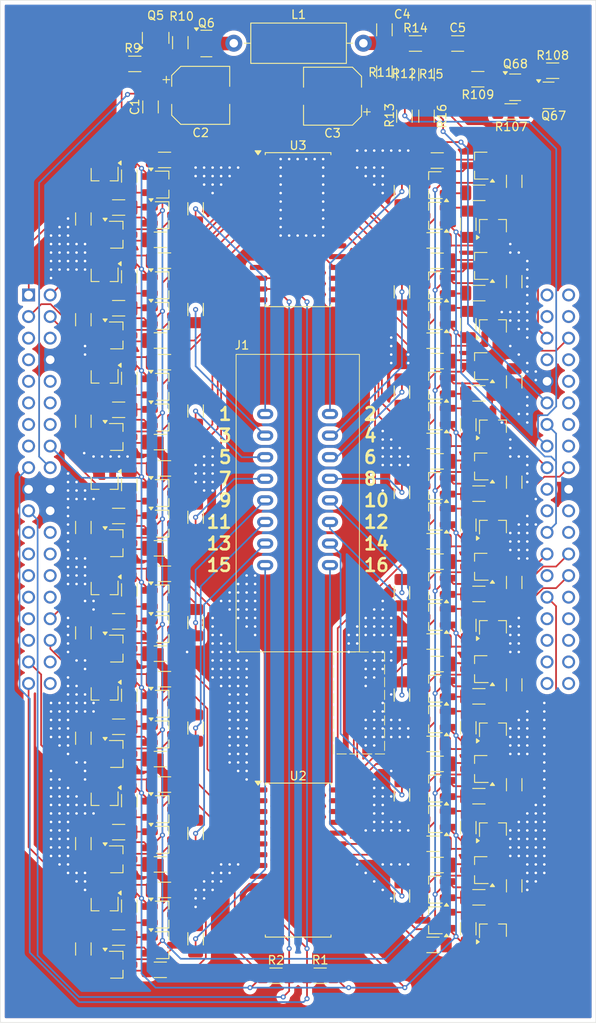
<source format=kicad_pcb>
(kicad_pcb (version 20240108) (generator "pcbnew") (generator_version "8.0")
  (layers (0 "F.Cu" signal) (31 "B.Cu" signal) (34 "B.Paste" user) (35 "F.Paste" user) (36 "B.SilkS" user "B.Silkscreen") (37 "F.SilkS" user "F.Silkscreen") (38 "B.Mask" user) (39 "F.Mask" user) (44 "Edge.Cuts" user))
  (net 0 "")
  (net 1 "+5V")
  (net 2 "GND")
  (net 3 "Net-(C3-Pad1)")
  (net 4 "HV")
  (net 5 "Net-(Q6-D)")
  (net 6 "Net-(Q1-B)")
  (net 7 "Net-(Q1-C)")
  (net 8 "LV")
  (net 9 "/LIO1")
  (net 10 "/HIO1")
  (net 11 "Net-(Q3-B)")
  (net 12 "Net-(Q4-B)")
  (net 13 "Net-(Q5-B)")
  (net 14 "Net-(Q5-C)")
  (net 15 "SCL")
  (net 16 "SDA")
  (net 17 "Net-(Q7-C)")
  (net 18 "Net-(Q7-B)")
  (net 19 "PSU_PWM")
  (net 20 "RSENSE-")
  (net 21 "RSENSE+")
  (net 22 "/HVS1")
  (net 23 "/HVS6")
  (net 24 "/HVS9")
  (net 25 "/HVS12")
  (net 26 "/HVS2")
  (net 27 "/HVS7")
  (net 29 "/HVS11")
  (net 30 "/HVS8")
  (net 31 "/HVS15")
  (net 32 "/HVS14")
  (net 33 "/HVS5")
  (net 34 "/HVS13")
  (net 35 "/HVS4")
  (net 37 "/LIO2")
  (net 40 "/HVS10")
  (net 41 "/HVS3")
  (net 42 "/HIO2")
  (net 43 "Net-(Q9-B)")
  (net 44 "Net-(Q10-B)")
  (net 45 "Net-(Q11-C)")
  (net 46 "Net-(Q11-B)")
  (net 47 "/HIO3")
  (net 48 "/LIO3")
  (net 49 "Net-(Q13-B)")
  (net 50 "Net-(Q14-B)")
  (net 51 "Net-(Q15-B)")
  (net 52 "Net-(Q15-C)")
  (net 53 "/LIO4")
  (net 54 "/HIO4")
  (net 55 "Net-(Q17-B)")
  (net 56 "Net-(Q18-B)")
  (net 57 "Net-(Q19-C)")
  (net 58 "Net-(Q19-B)")
  (net 59 "/LIO5")
  (net 60 "/HIO5")
  (net 61 "Net-(Q21-B)")
  (net 62 "Net-(Q22-B)")
  (net 63 "Net-(Q23-C)")
  (net 64 "Net-(Q23-B)")
  (net 65 "/LIO6")
  (net 66 "/HIO6")
  (net 67 "Net-(Q25-B)")
  (net 68 "Net-(Q26-B)")
  (net 69 "Net-(Q27-B)")
  (net 70 "Net-(Q27-C)")
  (net 71 "/LIO7")
  (net 72 "/HIO7")
  (net 73 "Net-(Q29-B)")
  (net 74 "Net-(Q30-B)")
  (net 75 "Net-(Q31-B)")
  (net 76 "Net-(Q31-C)")
  (net 77 "/HIO8")
  (net 78 "/LIO8")
  (net 79 "Net-(Q33-B)")
  (net 80 "Net-(Q34-B)")
  (net 81 "Net-(Q35-C)")
  (net 82 "Net-(Q35-B)")
  (net 83 "/HIO9")
  (net 84 "/LIO9")
  (net 85 "Net-(Q37-B)")
  (net 86 "Net-(Q38-B)")
  (net 87 "Net-(Q39-C)")
  (net 88 "Net-(Q39-B)")
  (net 89 "/HIO10")
  (net 90 "/LIO10")
  (net 91 "Net-(Q41-B)")
  (net 92 "Net-(Q42-B)")
  (net 93 "Net-(Q43-C)")
  (net 94 "Net-(Q43-B)")
  (net 95 "/LIO11")
  (net 96 "/HIO11")
  (net 97 "Net-(Q45-B)")
  (net 98 "Net-(Q46-B)")
  (net 99 "Net-(Q47-C)")
  (net 100 "Net-(Q47-B)")
  (net 101 "/LIO12")
  (net 102 "/HIO12")
  (net 103 "Net-(Q49-B)")
  (net 104 "Net-(Q50-B)")
  (net 105 "Net-(Q51-B)")
  (net 106 "Net-(Q51-C)")
  (net 107 "/LIO13")
  (net 108 "/HIO13")
  (net 109 "Net-(Q53-B)")
  (net 110 "Net-(Q54-B)")
  (net 111 "Net-(Q55-C)")
  (net 112 "Net-(Q55-B)")
  (net 113 "/LIO14")
  (net 114 "/HIO14")
  (net 115 "Net-(Q57-B)")
  (net 116 "Net-(Q58-B)")
  (net 117 "Net-(Q59-B)")
  (net 118 "Net-(Q59-C)")
  (net 119 "/LIO15")
  (net 120 "/HIO15")
  (net 121 "Net-(Q61-B)")
  (net 122 "Net-(Q62-B)")
  (net 123 "Net-(Q63-C)")
  (net 124 "Net-(Q63-B)")
  (net 125 "/LIO16")
  (net 126 "/HIO16")
  (net 127 "Net-(Q65-B)")
  (net 128 "Net-(Q66-B)")
  (net 129 "/GS1")
  (net 131 "/GS2")
  (net 132 "/GS3")
  (net 133 "/GS4")
  (net 134 "/GS5")
  (net 135 "/GS6")
  (net 136 "/GS7")
  (net 137 "/GS8")
  (net 138 "/GS9")
  (net 139 "/GS10")
  (net 140 "/GS11")
  (net 141 "/GS12")
  (net 142 "/GS13")
  (net 143 "/GS14")
  (net 144 "/GS15")
  (net 145 "/HVS16")
  (net 146 "/GS16")
  (net 196 "Net-(Q67-S)")
  (net 197 "Net-(Q67-G)")
  (net 198 "Net-(Q67-D)")
  (net 199 "Net-(Q68-B)")
  (footprint "Resistor_SMD:R_1206_3216Metric_Pad1.30x1.75mm_HandSolder" (layer "F.Cu") (at 174.459994 140.52 -90)
    (property "Reference" "R104" (hide yes))
    (property "Value" "5.6k")
  )
  (footprint "Resistor_SMD:R_1206_3216Metric_Pad1.30x1.75mm_HandSolder" (layer "F.Cu") (at 133.35 141 180)
    (property "Reference" "R95" (hide yes))
    (property "Value" "2.7k")
  )
  (footprint "Resistor_SMD:R_1206_3216Metric_Pad1.30x1.75mm_HandSolder" (layer "F.Cu") (at 165.409993 55.17)
    (property "Reference" "R22" (hide yes))
    (property "Value" "2.7k")
  )
  (footprint "Resistor_SMD:R_1206_3216Metric_Pad1.30x1.75mm_HandSolder" (layer "F.Cu") (at 174.459994 93.02 -90)
    (property "Reference" "R56" (hide yes))
    (property "Value" "5.6k")
  )
  (footprint "Resistor_SMD:R_1206_3216Metric_Pad1.30x1.75mm_HandSolder" (layer "F.Cu") (at 129.2 93.3 -90)
    (property "Reference" "R48" (hide yes))
    (property "Value" "10k")
  )
  (footprint "Package_TO_SOT_SMD:SOT-23_Handsoldering" (layer "F.Cu") (at 126.3 142.7 -90)
    (property "Reference" "Q59" (hide yes))
    (property "Value" "PMBT2222A")
  )
  (footprint "Resistor_SMD:R_1206_3216Metric_Pad1.30x1.75mm_HandSolder" (layer "F.Cu") (at 169.059994 109.87 90)
    (property "Reference" "R66" (hide yes))
    (property "Value" "10k")
  )
  (footprint "Package_TO_SOT_SMD:SOT-23_Handsoldering" (layer "F.Cu") (at 171.959994 110.07 90)
    (property "Reference" "Q39" (hide yes))
    (property "Value" "PMBT2222A")
  )
  (footprint "Resistor_SMD:R_1206_3216Metric_Pad1.30x1.75mm_HandSolder" (layer "F.Cu") (at 137 109.55 -90)
    (property "Reference" "R61" (hide yes))
    (property "Value" "10k")
  )
  (footprint "Package_TO_SOT_SMD:SOT-23_Handsoldering" (layer "F.Cu") (at 126.3 130.3 -90)
    (property "Reference" "Q51" (hide yes))
    (property "Value" "PMBT2222A")
  )
  (footprint "Resistor_SMD:R_1206_3216Metric_Pad1.30x1.75mm_HandSolder" (layer "F.Cu") (at 137 97.15 -90)
    (property "Reference" "R49" (hide yes))
    (property "Value" "10k")
  )
  (footprint "Resistor_SMD:R_1206_3216Metric_Pad1.30x1.75mm_HandSolder" (layer "F.Cu") (at 146.45 151.1)
    (property "Reference" "R2")
    (property "Value" "1K")
  )
  (footprint "Resistor_SMD:R_1206_3216Metric_Pad1.30x1.75mm_HandSolder" (layer "F.Cu") (at 137 121.95 -90)
    (property "Reference" "R73" (hide yes))
    (property "Value" "10k")
  )
  (footprint "Resistor_SMD:R_1206_3216Metric_Pad1.30x1.75mm_HandSolder" (layer "F.Cu") (at 169.059994 86.27 90)
    (property "Reference" "R42" (hide yes))
    (property "Value" "10k")
  )
  (footprint "Resistor_SMD:R_1206_3216Metric_Pad1.30x1.75mm_HandSolder" (layer "F.Cu") (at 174.459994 81.22 -90)
    (property "Reference" "R44" (hide yes))
    (property "Value" "5.6k")
  )
  (footprint "Resistor_SMD:R_1206_3216Metric_Pad1.30x1.75mm_HandSolder" (layer "F.Cu") (at 174.459994 69.42 -90)
    (property "Reference" "R32" (hide yes))
    (property "Value" "5.6k")
  )
  (footprint "Resistor_SMD:R_1206_3216Metric_Pad1.30x1.75mm_HandSolder" (layer "F.Cu") (at 174.087613 49.4)
    (property "Reference" "R107")
    (property "Value" "R")
  )
  (footprint "Resistor_SMD:R_1206_3216Metric_Pad1.30x1.75mm_HandSolder" (layer "F.Cu") (at 164.909994 135.57)
    (property "Reference" "R89" (hide yes))
    (property "Value" "2.7k")
  )
  (footprint "Library:G474" (layer "F.Cu") (at 149.11 80.5)
    (property "Reference" "U1" (hide yes))
    (property "Value" "NUCLEO-G474RE" (hide yes))
  )
  (footprint "Package_TO_SOT_SMD:SOT-23_Handsoldering" (layer "F.Cu") (at 133.1 58)
    (property "Reference" "Q2" (hide yes))
    (property "Value" "BSS138")
  )
  (footprint "Package_TO_SOT_SMD:SOT-23_Handsoldering" (layer "F.Cu") (at 126.3 117.9 -90)
    (property "Reference" "Q43" (hide yes))
    (property "Value" "PMBT2222A")
  )
  (footprint "Package_TO_SOT_SMD:SOT-23_Handsoldering" (layer "F.Cu") (at 165.159993 85.27 180)
    (property "Reference" "Q24" (hide yes))
    (property "Value" "BSS138")
  )
  (footprint "Package_TO_SOT_SMD:SOT-23_Handsoldering" (layer "F.Cu") (at 170.559993 102.97 180)
    (property "Reference" "Q42" (hide yes))
    (property "Value" "PMBT2222A")
  )
  (footprint "Resistor_SMD:R_1206_3216Metric_Pad1.30x1.75mm_HandSolder" (layer "F.Cu") (at 161.259994 141.72 90)
    (property "Reference" "R103" (hide yes))
    (property "Value" "10k")
  )
  (footprint "Resistor_SMD:R_1206_3216Metric_Pad1.30x1.75mm_HandSolder" (layer "F.Cu") (at 174.459994 128.62 -90)
    (property "Reference" "R92" (hide yes))
    (property "Value" "5.6k")
  )
  (footprint "Resistor_SMD:R_1206_3216Metric_Pad1.30x1.75mm_HandSolder" (layer "F.Cu") (at 123.8 98.35 90)
    (property "Reference" "R50" (hide yes))
    (property "Value" "5.6k")
  )
  (footprint "Package_TO_SOT_SMD:SOT-23_Handsoldering" (layer "F.Cu") (at 133.1 110.3)
    (property "Reference" "Q37" (hide yes))
    (property "Value" "S9012")
  )
  (footprint "Resistor_SMD:R_1206_3216Metric_Pad1.30x1.75mm_HandSolder" (layer "F.Cu") (at 170.309993 58.97 180)
    (property "Reference" "R21" (hide yes))
    (property "Value" "2.7k")
  )
  (footprint "Package_TO_SOT_SMD:SOT-23_Handsoldering" (layer "F.Cu") (at 127.7 75.75)
    (property "Reference" "Q14" (hide yes))
    (property "Value" "PMBT2222A")
  )
  (footprint "Resistor_SMD:R_1206_3216Metric_Pad1.30x1.75mm_HandSolder" (layer "F.Cu") (at 123.8 73.9 90)
    (property "Reference" "R26" (hide yes))
    (property "Value" "5.6k")
  )
  (footprint "Package_TO_SOT_SMD:SOT-23_Handsoldering" (layer "F.Cu") (at 126.3 93.1 -90)
    (property "Reference" "Q27" (hide yes))
    (property "Value" "PMBT2222A")
  )
  (footprint "Resistor_SMD:R_1206_3216Metric_Pad1.30x1.75mm_HandSolder" (layer "F.Cu") (at 165.409993 66.97)
    (property "Reference" "R34" (hide yes))
    (property "Value" "2.7k")
  )
  (footprint "Package_TO_SOT_SMD:SOT-23_Handsoldering" (layer "F.Cu") (at 165.159993 144.57 180)
    (property "Reference" "Q64" (hide yes))
    (property "Value" "BSS138")
  )
  (footprint "Package_SO:SOIC-28W_7.5x17.9mm_P1.27mm" (layer "F.Cu") (at 149.06 137.49)
    (property "Reference" "U2")
    (property "Value" "MCP23017_SO")
  )
  (footprint "Resistor_SMD:R_1206_3216Metric_Pad1.30x1.75mm_HandSolder" (layer "F.Cu") (at 169.059994 62.67 90)
    (property "Reference" "R18" (hide yes))
    (property "Value" "10k")
  )
  (footprint "Package_TO_SOT_SMD:SOT-23_Handsoldering" (layer "F.Cu") (at 133.1 135.1)
    (property "Reference" "Q53" (hide yes))
    (property "Value" "S9012")
  )
  (footprint "Resistor_SMD:R_1206_3216Metric_Pad1.30x1.75mm_HandSolder" (layer "F.Cu") (at 164.15 45.05 -90)
    (property "Reference" "R15")
    (property "Value" "36k")
  )
  (footprint "Resistor_SMD:R_1206_3216Metric_Pad1.30x1.75mm_HandSolder" (layer "F.Cu") (at 170.309993 70.77 180)
    (property "Reference" "R33" (hide yes))
    (property "Value" "2.7k")
  )
  (footprint "Resistor_SMD:R_1206_3216Metric_Pad1.30x1.75mm_HandSolder" (layer "F.Cu") (at 170.309993 129.97 180)
    (property "Reference" "R93" (hide yes))
    (property "Value" "2.7k")
  )
  (footprint "Resistor_SMD:R_1206_3216Metric_Pad1.30x1.75mm_HandSolder" (layer "F.Cu") (at 127.95 109.4)
    (property "Reference" "R63" (hide yes))
    (property "Value" "2.7k")
  )
  (footprint "Resistor_SMD:R_1206_3216Metric_Pad1.30x1.75mm_HandSolder" (layer "F.Cu") (at 165.409993 138.07)
    (property "Reference" "R106" (hide yes))
    (property "Value" "2.7k")
  )
  (footprint "Package_TO_SOT_SMD:SOT-23_Handsoldering" (layer "F.Cu") (at 171.959994 62.87 90)
    (property "Reference" "Q7" (hide yes))
    (property "Value" "PMBT2222A")
  )
  (footprint "Resistor_SMD:R_1206_3216Metric_Pad1.30x1.75mm_HandSolder" (layer "F.Cu") (at 135.2 41.3 90)
    (property "Reference" "R10")
    (property "Value" "820")
  )
  (footprint "Package_TO_SOT_SMD:SOT-23" (layer "F.Cu") (at 138.2625 41.4)
    (property "Reference" "Q6")
    (property "Value" "CJ2301")
  )
  (footprint "Resistor_SMD:R_1206_3216Metric_Pad1.30x1.75mm_HandSolder" (layer "F.Cu") (at 132.85 125.6 180)
    (property "Reference" "R76" (hide yes))
    (property "Value" "2.7k")
  )
  (footprint "Resistor_SMD:R_1206_3216Metric_Pad1.30x1.75mm_HandSolder" (layer "F.Cu") (at 133.35 78.9 180)
    (property "Reference" "R35" (hide yes))
    (property "Value" "2.7k")
  )
  (footprint "Resistor_SMD:R_1206_3216Metric_Pad1.30x1.75mm_HandSolder" (layer "F.Cu") (at 132.85 150.4 180)
    (property "Reference" "R100" (hide yes))
    (property "Value" "2.7k")
  )
  (footprint "Package_TO_SOT_SMD:SOT-23_Handsoldering" (layer "F.Cu") (at 133.1 143.9)
    (property "Reference" "Q60" (hide yes))
    (property "Value" "BSS138")
  )
  (footprint "Resistor_SMD:R_1206_3216Metric_Pad1.30x1.75mm_HandSolder" (layer "F.Cu") (at 165.409993 90.57)
    (property "Reference" "R58" (hide yes))
    (property "Value" "2.7k")
  )
  (footprint "Package_TO_SOT_SMD:SOT-23_Handsoldering" (layer "F.Cu") (at 170.559993 138.67 180)
    (property "Reference" "Q66" (hide yes))
    (property "Value" "PMBT2222A")
  )
  (footprint "Resistor_SMD:R_1206_3216Metric_Pad1.30x1.75mm_HandSolder" (layer "F.Cu") (at 169.059994 74.47 90)
    (property "Reference" "R30" (hide yes))
    (property "Value" "10k")
  )
  (footprint "Resistor_SMD:R_1206_3216Metric_Pad1.30x1.75mm_HandSolder" (layer "F.Cu") (at 127.95 134.2)
    (property "Reference" "R87" (hide yes))
    (property "Value" "2.7k")
  )
  (footprint "Resistor_SMD:R_1206_3216Metric_Pad1.30x1.75mm_HandSolder" (layer "F.Cu") (at 133.35 128.6 180)
    (property "Reference" "R83" (hide yes))
    (property "Value" "2.7k")
  )
  (footprint "Package_TO_SOT_SMD:SOT-23_Handsoldering" (layer "F.Cu") (at 165.159993 140.97 180)
    (property "Reference" "Q65" (hide yes))
    (property "Value" "S9012")
  )
  (footprint "Resistor_SMD:R_1206_3216Metric_Pad1.30x1.75mm_HandSolder" (layer "F.Cu") (at 169.059994 145.57 90)
    (property "Reference" "R102" (hide yes))
    (property "Value" "10k")
  )
  (footprint "Resistor_SMD:R_1206_3216Metric_Pad1.30x1.75mm_HandSolder" (layer "F.Cu") (at 123.8 123.15 90)
    (property "Reference" "R74" (hide yes))
    (property "Value" "5.6k")
  )
  (footprint "Package_TO_SOT_SMD:SOT-23_Handsoldering" (layer "F.Cu") (at 127.7 87.7)
    (property "Reference" "Q22" (hide yes))
    (property "Value" "PMBT2222A")
  )
  (footprint "Capacitor_SMD:C_1206_3216Metric_Pad1.33x1.80mm_HandSolder" (layer "F.Cu") (at 167.8125 41.4)
    (property "Reference" "C5")
    (property "Value" "0.1µF")
  )
  (footprint "Resistor_SMD:R_1206_3216Metric_Pad1.30x1.75mm_HandSolder" (layer "F.Cu") (at 164.909994 88.17)
    (property "Reference" "R41" (hide yes))
    (property "Value" "2.7k")
  )
  (footprint "Package_TO_SOT_SMD:SOT-23_Handsoldering" (layer "F.Cu") (at 133.1 85.4)
    (property "Reference" "Q21" (hide yes))
    (property "Value" "S9012")
  )
  (footprint "Package_TO_SOT_SMD:SOT-23_Handsoldering" (layer "F.Cu") (at 171.959994 145.77 90)
    (property "Reference" "Q63" (hide yes))
    (property "Value" "PMBT2222A")
  )
  (footprint "Package_TO_SOT_SMD:SOT-23_Handsoldering" (layer "F.Cu") (at 127.7 137.4)
    (property "Reference" "Q54" (hide yes))
    (property "Value" "PMBT2222A")
  )
  (footprint "Package_TO_SOT_SMD:SOT-23_Handsoldering" (layer "F.Cu") (at 165.159993 81.67 180)
    (property "Reference" "Q25" (hide yes))
    (property "Value" "S9012")
  )
  (footprint "Resistor_SMD:R_1206_3216Metric_Pad1.30x1.75mm_HandSolder" (layer "F.Cu") (at 170.309993 106.17 180)
    (property "Reference" "R69" (hide yes))
    (property "Value" "2.7k")
  )
  (footprint "Package_TO_SOT_SMD:SOT-23_Handsoldering" (layer "F.Cu") (at 171.959994 122.12 90)
    (property "Reference" "Q47" (hide yes))
    (property "Value" "PMBT2222A")
  )
  (footprint "Package_TO_SOT_SMD:SOT-23_Handsoldering" (layer "F.Cu") (at 170.559993 55.77 180)
    (property "Reference" "Q10" (hide yes))
    (property "Value" "PMBT2222A")
  )
  (footprint "Package_TO_SOT_SMD:SOT-23_Handsoldering" (layer "F.Cu") (at 165.159993 108.87 180)
    (property "Reference" "Q40" (hide yes))
    (property "Value" "BSS138")
  )
  (footprint "Package_TO_SOT_SMD:SOT-23_Handsoldering" (layer "F.Cu") (at 133.1 73.45)
    (property "Reference" "Q13" (hide yes))
    (property "Value" "S9012")
  )
  (footprint "Resistor_SMD:R_1206_3216Metric_Pad1.30x1.75mm_HandSolder" (layer "F.Cu") (at 161.259994 70.62 90)
    (property "Reference" "R31" (hide yes))
    (property "Value" "10k")
  )
  (footprint "Capacitor_SMD:C_1206_3216Metric_Pad1.33x1.80mm_HandSolder" (layer "F.Cu") (at 159.2 39.7875 90)
    (property "Reference" "C4")
    (property "Value" "0.1µF")
  )
  (footprint "Resistor_SMD:R_1206_3216Metric_Pad1.30x1.75mm_HandSolder" (layer "F.Cu") (at 174.459994 104.82 -90)
    (property "Reference" "R68" (hide yes))
    (property "Value" "5.6k")
  )
  (footprint "Resistor_SMD:R_1206_3216Metric_Pad1.30x1.75mm_HandSolder" (layer "F.Cu") (at 129.2 80.8 -90)
    (property "Reference" "R36" (hide yes))
    (property "Value" "10k")
  )
  (footprint "Resistor_SMD:R_1206_3216Metric_Pad1.30x1.75mm_HandSolder" (layer "F.Cu") (at 161.55 45 -90)
    (property "Reference" "R12")
    (property "Value" "18k")
  )
  (footprint "Package_TO_SOT_SMD:SOT-23_Handsoldering" (layer "F.Cu") (at 165.159993 97.07 180)
    (property "Reference" "Q32" (hide yes))
    (property "Value" "BSS138")
  )
  (footprint "Resistor_SMD:R_1206_3216Metric_Pad1.30x1.75mm_HandSolder" (layer "F.Cu") (at 164.909994 76.37)
    (property "Reference" "R29" (hide yes))
    (property "Value" "2.7k")
  )
  (footprint "Resistor_SMD:R_1206_3216Metric_Pad1.30x1.75mm_HandSolder" (layer "F.Cu") (at 137 72.7 -90)
    (property "Reference" "R25" (hide yes))
    (property "Value" "10k")
  )
  (footprint "Package_TO_SOT_SMD:SOT-23" (layer "F.Cu") (at 178.500113 47.5)
    (property "Reference" "Q67")
    (property "Value" "CJ2301")
  )
  (footprint "Resistor_SMD:R_1206_3216Metric_Pad1.30x1.75mm_HandSolder" (layer "F.Cu") (at 137 146.75 -90)
    (property "Reference" "R97" (hide yes))
    (property "Value" "10k")
  )
  (footprint "Resistor_SMD:R_1206_3216Metric_Pad1.30x1.75mm_HandSolder" (layer "F.Cu") (at 165.409993 126.17)
    (property "Reference" "R94" (hide yes))
    (property "Value" "2.7k")
  )
  (footprint "Resistor_SMD:R_1206_3216Metric_Pad1.30x1.75mm_HandSolder" (layer "F.Cu") (at 132.85 88.3 180)
    (property "Reference" "R40" (hide yes))
    (property "Value" "2.7k")
  )
  (footprint "Resistor_SMD:R_1206_3216Metric_Pad1.30x1.75mm_HandSolder" (layer "F.Cu") (at 123.8 147.95 90)
    (property "Reference" "R98" (hide yes))
    (property "Value" "5.6k")
  )
  (footprint "Resistor_SMD:R_1206_3216Metric_Pad1.30x1.75mm_HandSolder" (layer "F.Cu") (at 132.85 138 180)
    (property "Reference" "R88" (hide yes))
    (property "Value" "2.7k")
  )
  (footprint "Resistor_SMD:R_1206_3216Metric_Pad1.30x1.75mm_HandSolder" (layer "F.Cu") (at 151.65 151.1 180)
    (property "Reference" "R1")
    (property "Value" "1K")
  )
  (footprint "Package_TO_SOT_SMD:SOT-23_Handsoldering" (layer "F.Cu") (at 127.7 63.9)
    (property "Reference" "Q4" (hide yes))
    (property "Value" "PMBT2222A")
  )
  (footprint "Package_TO_SOT_SMD:SOT-23_Handsoldering" (layer "F.Cu") (at 133.1 94.3)
    (property "Reference" "Q28" (hide yes))
    (property "Value" "BSS138")
  )
  (footprint "Resistor_SMD:R_1206_3216Metric_Pad1.30x1.75mm_HandSolder" (layer "F.Cu") (at 133.35 66.95 180)
    (property "Reference" "R23" (hide yes))
    (property "Value" "2.7k")
  )
  (footprint "Resistor_SMD:R_1206_3216Metric_Pad1.30x1.75mm_HandSolder" (layer "F.Cu") (at 165.409993 114.42)
    (property "Reference" "R82" (hide yes))
    (property "Value" "2.7k")
  )
  (footprint "Resistor_SMD:R_1206_3216Metric_Pad1.30x1.75mm_HandSolder" (layer "F.Cu") (at 159.2 44.75 -90)
    (property "Reference" "R11")
    (property "Value" "1K")
  )
  (footprint "Resistor_SMD:R_1206_3216Metric_Pad1.30x1.75mm_HandSolder" (layer "F.Cu") (at 129.2 142.9 -90)
    (property "Reference" "R96" (hide yes))
    (property "Value" "10k")
  )
  (footprint "Package_TO_SOT_SMD:SOT-23_Handsoldering" (layer "F.Cu") (at 133.1 119.1)
    (property "Reference" "Q44" (hide yes))
    (property "Value" "BSS138")
  )
  (footprint "Library:ZIF-16" (layer "F.Cu") (at 149.010113 85)
    (property "Reference" "J1")
    (property "Value" "16-pin ZIF Socket")
  )
  (footprint "Resistor_SMD:R_1206_3216Metric_Pad1.30x1.75mm_HandSolder" (layer "F.Cu") (at 161.259994 94.22 90)
    (property "Reference" "R55" (hide yes))
    (property "Value" "10k")
  )
  (footprint "Resistor_SMD:R_1206_3216Metric_Pad1.30x1.75mm_HandSolder" (layer "F.Cu") (at 137 84.65 -90)
    (property "Reference" "R37" (hide yes))
    (property "Value" "10k")
  )
  (footprint "Package_TO_SOT_SMD:SOT-23_Handsoldering" (layer "F.Cu") (at 170.559993 126.77 180)
    (property "Reference" "Q58" (hide yes))
    (property "Value" "PMBT2222A")
  )
  (footprint "Resistor_SMD:R_1206_3216Metric_Pad1.30x1.75mm_HandSolder" (layer "F.Cu") (at 164.909994 111.77)
    (property "Reference" "R65" (hide yes))
    (property "Value" "2.7k")
  )
  (footprint "Package_TO_SOT_SMD:SOT-23_Handsoldering" (layer "F.Cu") (at 170.559993 79.37 180)
    (property "Reference" "Q26" (hide yes))
    (property "Value" "PMBT2222A")
  )
  (footprint "Resistor_SMD:R_1206_3216Metric_Pad1.30x1.75mm_HandSolder" (layer "F.Cu") (at 133.35 91.4 180)
    (property "Reference" "R47" (hide yes))
    (property "Value" "2.7k")
  )
  (footprint "Resistor_SMD:R_1206_3216Metric_Pad1.30x1.75mm_HandSolder" (layer "F.Cu") (at 164.15 49.95 -90)
    (property "Reference" "R16")
    (property "Value" "68k")
  )
  (footprint "Resistor_SMD:R_1206_3216Metric_Pad1.30x1.75mm_HandSolder" (layer "F.Cu") (at 129.2 57 -90)
    (property "Reference" "R4" (hide yes))
    (property "Value" "10k")
  )
  (footprint "Resistor_SMD:R_1206_3216Metric_Pad1.30x1.75mm_HandSolder" (layer "F.Cu") (at 161.259994 58.82 90)
    (property "Reference" "R19" (hide yes))
    (property "Value" "10k")
  )
  (footprint "Package_TO_SOT_SMD:SOT-23_Handsoldering" (layer "F.Cu") (at 127.7 100.2)
    (property "Reference" "Q30" (hide yes))
    (property "Value" "PMBT2222A")
  )
  (footprint "Resistor_SMD:R_1206_3216Metric_Pad1.30x1.75mm_HandSolder" (layer "F.Cu") (at 127.95 97)
    (property "Reference" "R51" (hide yes))
    (property "Value" "2.7k")
  )
  (footprint "Package_TO_SOT_SMD:SOT-23_Handsoldering" (layer "F.Cu") (at 133.1 81.8)
    (property "Reference" "Q20" (hide yes))
    (property "Value" "BSS138")
  )
  (footprint "Resistor_SMD:R_1206_3216Metric_Pad1.30x1.75mm_HandSolder" (layer "F.Cu") (at 129.2 68.85 -90)
    (property "Reference" "R24" (hide yes))
    (property "Value" "10k")
  )
  (footprint "Package_TO_SOT_SMD:SOT-23_Handsoldering" (layer "F.Cu") (at 165.159993 73.47 180)
    (property "Reference" "Q16" (hide yes))
    (property "Value" "BSS138")
  )
  (footprint "Resistor_SMD:R_1206_3216Metric_Pad1.30x1.75mm_HandSolder" (layer "F.Cu") (at 133.35 116.2 180)
    (property "Reference" "R71" (hide yes))
    (property "Value" "2.7k")
  )
  (footprint "Resistor_SMD:R_1206_3216Metric_Pad1.30x1.75mm_HandSolder" (layer "F.Cu") (at 165.409993 102.37)
    (property "Reference" "R70" (hide yes))
    (property "Value" "2.7k")
  )
  (footprint "Resistor_SMD:R_1206_3216Metric_Pad1.30x1.75mm_HandSolder" (layer "F.Cu") (at 164.909994 147.47)
    (property "Reference" "R101" (hide yes))
    (property "Value" "2.7k")
  )
  (footprint "Package_TO_SOT_SMD:SOT-23_Handsoldering" (layer "F.Cu") (at 165.159993 132.67 180)
    (property "Reference" "Q56" (hide yes))
    (property "Value" "BSS138")
  )
  (footprint "Package_TO_SOT_SMD:SOT-23_Handsoldering" (layer "F.Cu") (at 127.7 125)
    (property "Reference" "Q46" (hide yes))
    (property "Value" "PMBT2222A")
  )
  (footprint "Package_TO_SOT_SMD:SOT-23_Handsoldering" (layer "F.Cu") (at 165.159993 93.47 180)
    (property "Reference" "Q33" (hide yes))
    (property "Value" "S9012")
  )
  (footprint "Resistor_SMD:R_1206_3216Metric_Pad1.30x1.75mm_HandSolder" (layer "F.Cu") (at 137 134.35 -90)
    (property "Reference" "R85" (hide yes))
    (property "Value" "10k")
  )
  (footprint "Package_TO_SOT_SMD:SOT-23_Handsoldering" (layer "F.Cu") (at 165.159993 58.07 180)
    (property "Reference" "Q9" (hide yes))
    (property "Value" "S9012")
  )
  (footprint "Resistor_SMD:R_1206_3216Metric_Pad1.30x1.75mm_HandSolder" (layer "F.Cu") (at 174.459994 57.62 -90)
    (property "Reference" "R20" (hide yes))
    (property "Value" "5.6k")
  )
  (footprint "Resistor_SMD:R_1206_3216Metric_Pad1.30x1.75mm_HandSolder" (layer "F.Cu") (at 165.409993 78.77)
    (property "Reference" "R46" (hide yes))
    (property "Value" "2.7k")
  )
  (footprint "Resistor_SMD:R_1206_3216Metric_Pad1.30x1.75mm_HandSolder" (layer "F.Cu") (at 127.95 84.5)
    (property "Reference" "R39" (hide yes))
    (property "Value" "2.7k")
  )
  (footprint "Package_TO_SOT_SMD:SOT-23_Handsoldering" (layer "F.Cu") (at 133.1 61.6)
    (property "Reference" "Q3" (hide yes))
    (property "Value" "S9012")
  )
  (footprint "Resistor_SMD:R_1206_3216Metric_Pad1.30x1.75mm_HandSolder" (layer "F.Cu") (at 161.259994 118.07 90)
    (property "Reference" "R79" (hide yes))
    (property "Value" "10k")
  )
  (footprint "Package_TO_SOT_SMD:SOT-23_Handsoldering" (layer "F.Cu") (at 171.959994 86.47 90)
    (property "Reference" "Q23" (hide yes))
    (property "Value" "PMBT2222A")
  )
  (footprint "Resistor_SMD:R_1206_3216Metric_Pad1.30x1.75mm_HandSolder" (layer "F.Cu") (at 133.35 103.8 180)
    (property "Reference" "R59" (hide yes))
    (property "Value" "2.7k")
  )
  (footprint "Inductor_THT:L_Axial_L11.0mm_D4.5mm_P15.24mm_Horizontal_Fastron_MECC" (layer "F.Cu") (at 141.4875 41.365)
    (property "Reference" "L1")
    (property "Value" "150µH")
  )
  (footprint "Resistor_SMD:R_1206_3216Metric_Pad1.30x1.75mm_HandSolder" (layer "F.Cu") (at 169.059994 133.67 90)
    (property "Reference" "R90" (hide yes))
    (property "Value" "10k")
  )
  (footprint "Package_TO_SOT_SMD:SOT-23_Handsoldering" (layer "F.Cu") (at 133.1 106.7)
    (property "Reference" "Q36" (hide yes))
    (property "Value" "BSS138")
  )
  (footprint "Resistor_SMD:R_1206_3216Metric_Pad1.30x1.75mm_HandSolder" (layer "F.Cu") (at 129.2 105.7 -90)
    (property "Reference" "R60" (hide yes))
    (property "Value" "10k")
  )
  (footprint "Package_TO_SOT_SMD:SOT-23_Handsoldering" (layer "F.Cu") (at 170.559993 91.17 180)
    (property "Reference" "Q34" (hide yes))
    (property "Value" "PMBT2222A")
  )
  (footprint "Resistor_SMD:R_1206_3216Metric_Pad1.30x1.75mm_HandSolder" (layer "F.Cu") (at 123.8 135.55 90)
    (property "Reference" "R86" (hide yes))
    (property "Value" "5.6k")
  )
  (footprint "Resistor_SMD:R_1206_3216Metric_Pad1.30x1.75mm_HandSolder" (layer "F.Cu") (at 170.187613 45.6 180)
    (property "Reference" "R109")
    (property "Value" "2k2")
  )
  (footprint "Resistor_SMD:R_1206_3216Metric_Pad1.30x1.75mm_HandSolder" (layer "F.Cu") (at 127.95 60.7)
    (property "Reference" "R7" (hide yes))
    (property "Value" "2.7k")
  )
  (footprint "Resistor_SMD:R_1206_3216Metric_Pad1.30x1.75mm_HandSolder" (layer "F.Cu") (at 161.55 49.95 -90)
    (property "Reference" "R13")
    (property "Value" "33k")
  )
  (footprint "Resistor_SMD:R_1206_3216Metric_Pad1.30x1.75mm_HandSolder" (layer "F.Cu") (at 164.909994 123.82)
    (property "Reference" "R77" (hide yes))
    (property "Value" "2.7k")
  )
  (footprint "Resistor_SMD:R_1206_3216Metric_Pad1.30x1.75mm_HandSolder" (layer "F.Cu") (at 127.95 121.8)
    (property "Reference" "R75" (hide yes))
    (property "Value" "2.7k")
  )
  (footprint "Package_TO_SOT_SMD:SOT-23_Handsoldering" (layer "F.Cu") (at 126.3 80.6 -90)
    (property "Reference" "Q19" (hide yes))
    (property "Value" "PMBT2222A")
  )
  (footprint "Package_TO_SOT_SMD:SOT-23_Handsoldering" (layer "F.Cu") (at 170.559993 67.57 180)
    (property "Reference" "Q18" (hide yes))
    (property "Value" "PMBT2222A")
  )
  (footprint "Resistor_SMD:R_1206_3216Metric_Pad1.30x1.75mm_HandSolder" (layer "F.Cu") (at 132.85 113.2 180)
    (property "Reference" "R64" (hide yes))
    (property "Value" "2.7k")
  )
  (footprint "Resistor_SMD:R_1206_3216Metric_Pad1.30x1.75mm_HandSolder" (layer "F.Cu") (at 127.95 72.55)
    (property "Reference" "R27" (hide yes))
    (property "Value" "2.7k")
  )
  (footprint "Resistor_SMD:R_1206_3216Metric_Pad1.30x1.75mm_HandSolder" (layer "F.Cu") (at 123.8 110.75 90)
    (property "Reference" "R62" (hide yes))
    (property "Value" "5.6k")
  )
  (footprint "Resistor_SMD:R_1206_3216Metric_Pad1.30x1.75mm_HandSolder" (layer "F.Cu") (at 170.309993 94.37 180)
    (property "Reference" "R57" (hide yes))
    (property "Value" "2.7k")
  )
  (footprint "Package_TO_SOT_SMD:SOT-23_Handsoldering" (layer "F.Cu") (at 171.959994 133.87 90)
    (property "Reference" "Q55" (hide yes))
    (property "Value" "PMBT2222A")
  )
  (footprint "Package_TO_SOT_SMD:SOT-23_Handsoldering" (layer "F.Cu") (at 165.159993 129.07 180)
    (property "Reference" "Q57" (hide yes))
    (property "Value" "S9012")
  )
  (footprint "Package_TO_SOT_SMD:SOT-23_Handsoldering" (layer "F.Cu") (at 133.1 122.7)
    (property "Reference" "Q45" (hide yes))
    (property "Value" "S9012")
  )
  (footprint "Resistor_SMD:R_1206_3216Metric_Pad1.30x1.75mm_HandSolder" (layer "F.Cu") (at 127.95 146.6)
    (property "Reference" "R99" (hide yes))
    (property "Value" "2.7k")
  )
  (footprint "Resistor_SMD:R_1206_3216Metric_Pad1.30x1.75mm_HandSolder" (layer "F.Cu") (at 129.85 43.8)
    (property "Reference" "R9")
    (property "Value" "2k2")
  )
  (footprint "Resistor_SMD:R_1206_3216Metric_Pad1.30x1.75mm_HandSolder" (layer "F.Cu") (at 170.309993 118.22 180)
    (property "Reference" "R81" (hide yes))
    (property "Value" "2.7k")
  )
  (footprint "Package_TO_SOT_SMD:SOT-23_Handsoldering" (layer "F.Cu") (at 126.3 68.65 -90)
    (property "Reference" "Q11" (hide yes))
    (property "Value" "PMBT2222A")
  )
  (footprint "Package_TO_SOT_SMD:SOT-23_Handsoldering" (layer "F.Cu") (at 165.159993 105.27 180)
    (property "Reference" "Q41" (hide yes))
    (property "Value" "S9012")
  )
  (footprint "Package_TO_SOT_SMD:SOT-23_Handsoldering" (layer "F.Cu") (at 127.7 112.6)
    (property "Reference" "Q38" (hide yes))
    (property "Value" "PMBT2222A")
  )
  (footprint "Package_TO_SOT_SMD:SOT-23_Handsoldering" (layer "F.Cu") (at 165.159993 117.32 180)
    (property "Reference" "Q49" (hide yes))
    (property "Value" "S9012")
  )
  (footprint "Resistor_SMD:R_1206_3216Metric_Pad1.30x1.75mm_HandSolder" (layer "F.Cu") (at 137 60.85 -90)
    (property "Reference" "R5" (hide yes))
    (property "Value" "10k")
  )
  (footprint "Resistor_SMD:R_1206_3216Metric_Pad1.30x1.75mm_HandSolder" (layer "F.Cu") (at 161.259994 82.42 90)
    (property "Reference" "R43" (hide yes))
    (property "Value" "10k")
  )
  (footprint "Resistor_SMD:R_1206_3216Metric_Pad1.30x1.75mm_HandSolder" (layer "F.Cu") (at 170.309993 141.87 180)
    (property "Reference" "R105" (hide yes))
    (property "Value" "2.7k")
  )
  (footprint "Package_TO_SOT_SMD:SOT-23_Handsoldering" (layer "F.Cu") (at 126.3 105.5 -90)
    (property "Reference" "Q35" (hide yes))
    (property "Value" "PMBT2222A")
  )
  (footprint "Capacitor_SMD:CP_Elec_6.3x7.7" (layer "F.Cu") (at 137.6 47.5)
    (property "Reference" "C2")
    (property "Value" "100µF")
  )
  (footprint "Resistor_SMD:R_1206_3216Metric_Pad1.30x1.75mm_HandSolder" (layer "F.Cu") (at 170.309993 82.57 180)
    (property "Reference" "R45" (hide yes))
    (property "Value" "2.7k")
  )
  (footprint "Resistor_SMD:R_1206_3216Metric_Pad1.30x1.75mm_HandSolder" (layer "F.Cu") (at 133.35 55.1 180)
    (property "Reference" "R3" (hide yes))
    (property "Value" "2.7k")
  )
  (footprint "Resistor_SMD:R_1206_3216Metric_Pad1.30x1.75mm_HandSolder" (layer "F.Cu") (at 132.85 64.5 180)
    (property "Reference" "R8" (hide yes))
    (property "Value" "2.7k")
  )
  (footprint "Resistor_SMD:R_1206_3216Metric_Pad1.30x1.75mm_HandSolder" (layer "F.Cu") (at 169.059994 121.92 90)
    (property "Reference" "R78" (hide yes))
    (property "Value" "10k")
  )
  (footprint "Resistor_SMD:R_1206_3216Metric_Pad1.30x1.75mm_HandSolder" (layer "F.Cu") (at 162.85 41.4)
    (property "Reference" "R14")
    (property "Value" "1")
  )
  (footprint "Resistor_SMD:R_1206_3216Metric_Pad1.30x1.75mm_HandSolder" (layer "F.Cu") (at 169.059994 98.07 90)
    (property "Reference" "R54" (hide yes))
    (property "Value" "10k")
  )
  (footprint "Resistor_SMD:R_1206_3216Metric_Pad1.30x1.75mm_HandSolder" (layer "F.Cu") (at 129.2 130.5 -90)
    (property "Reference" "R84" (hide yes))
    (property "Value" "10k")
  )
  (footprint "Package_TO_SOT_SMD:SOT-23_Handsoldering" (layer "F.Cu") (at 165.159993 61.67 180)
    (property "Reference" "Q8" (hide yes))
    (property "Value" "BSS138")
  )
  (footprint "Capacitor_SMD:CP_Elec_6.3x5.4" (layer "F.Cu") (at 153.1 47.6 180)
    (property "Reference" "C3")
    (property "Value" "22µF")
  )
  (footprint "Resistor_SMD:R_1206_3216Metric_Pad1.30x1.75mm_HandSolder" (layer "F.Cu") (at 123.8 85.85 90)
    (property "Reference" "R38" (hide yes))
    (property "Value" "5.6k")
  )
  (footprint "Package_TO_SOT_SMD:SOT-23_Handsoldering" (layer "F.Cu") (at 133.1 131.5)
    (property "Reference" "Q52" (hide yes))
    (property "Value" "BSS138")
  )
  (footprint "Resistor_SMD:R_1206_3216Metric_Pad1.30x1.75mm_HandSolder" (layer "F.Cu") (at 123.8 62.05 90)
    (property "Reference" "R6" (hide yes))
    (property "Value" "5.6k")
  )
  (footprint "Resistor_SMD:R_1206_3216Metric_Pad1.30x1.75mm_HandSolder" (layer "F.Cu") (at 132.85 76.35 180)
    (property "Reference" "R28" (hide yes))
    (property "Value" "2.7k")
  )
  (footprint "Package_TO_SOT_SMD:SOT-23" (layer "F.Cu") (at 132.3 40.7375 90)
    (property "Reference" "Q5")
    (property "Value" "PMBT2222A")
  )
  (footprint "Resistor_SMD:R_1206_3216Metric_Pad1.30x1.75mm_HandSolder" (layer "F.Cu") (at 164.909994 64.57)
    (property "Reference" "R17" (hide yes))
    (property "Value" "2.7k")
  )
  (footprint "Capacitor_SMD:C_1206_3216Metric_Pad1.33x1.80mm_HandSolder" (layer "F.Cu") (at 131.7 48.8625 90)
    (property "Reference" "C1")
    (property "Value" "0.1µF")
  )
  (footprint "Package_TO_SOT_SMD:SOT-23_Handsoldering" (layer "F.Cu") (at 127.7 149.8)
    (property "Reference" "Q62" (hide yes))
    (property "Value" "PMBT2222A")
  )
  (footprint "Package_TO_SOT_SMD:SOT-23_Handsoldering" (layer "F.Cu") (at 171.959994 98.27 90)
    (property "Reference" "Q31" (hide yes))
    (property "Value" "PMBT2222A")
  )
  (footprint "Resistor_SMD:R_1206_3216Metric_Pad1.30x1.75mm_HandSolder" (layer "F.Cu") (at 132.85 100.8 180)
    (property "Reference" "R52" (hide yes))
    (property "Value" "2.7k")
  )
  (footprint "Package_TO_SOT_SMD:SOT-23_Handsoldering" (layer "F.Cu") (at 126.3 56.8 -90)
    (property "Reference" "Q1" (hide yes))
    (property "Value" "PMBT2222A")
  )
  (footprint "Package_TO_SOT_SMD:SOT-23_Handsoldering" (layer "F.Cu") (at 165.159993 69.87 180)
    (property "Reference" "Q17" (hide yes))
    (property "Value" "S9012")
  )
  (footprint "Package_TO_SOT_SMD:SOT-23_Handsoldering" (layer "F.Cu") (at 133.1 147.5)
    (property "Reference" "Q61" (hide yes))
    (property "Value" "S9012")
  )
  (footprint "Resistor_SMD:R_1206_3216Metric_Pad1.30x1.75mm_HandSolder" (layer "F.Cu") (at 174.459994 116.87 -90)
    (property "Reference" "R80" (hide yes))
    (property "Value" "5.6k")
  )
  (footprint "Package_TO_SOT_SMD:SOT-23_Handsoldering" (layer "F.Cu") (at 165.159993 120.92 180)
    (property "Reference" "Q48" (hide yes))
    (property "Value" "BSS138")
  )
  (footprint "Package_TO_SOT_SMD:SOT-23" (layer "F.Cu") (at 174.575113 46.55)
    (property "Reference" "Q68")
    (property "Value" "PMBT2222A")
  )
  (footprint "Resistor_SMD:R_1206_3216Metric_Pad1.30x1.75mm_HandSolder" (layer "F.Cu") (at 164.909994 99.97)
    (property "Reference" "R53" (hide yes))
    (property "Value" "2.7k")
  )
  (footprint "Resistor_SMD:R_1206_3216Metric_Pad1.30x1.75mm_HandSolder" (layer "F.Cu") (at 161.259994 106.02 90)
    (property "Reference" "R67" (hide yes))
    (property "Value" "10k")
  )
  (footprint "Resistor_SMD:R_1206_3216Metric_Pad1.30x1.75mm_HandSolder" (layer "F.Cu") (at 178.987613 44.6 180)
    (property "Reference" "R108")
    (property "Value" "R")
  )
  (footprint "Package_SO:SOIC-28W_7.5x17.9mm_P1.27mm" (layer "F.Cu") (at 149.05 63.305)
    (property "Reference" "U3")
    (property "Value" "MCP23017_SO")
  )
  (footprint "Package_TO_SOT_SMD:SOT-23_Handsoldering" (layer "F.Cu") (at 133.1 69.85)
    (property "Reference" "Q12" (hide yes))
    (property "Value" "BSS138")
  )
  (footprint "Package_TO_SOT_SMD:SOT-23_Handsoldering" (layer "F.Cu") (at 171.959994 74.67 90)
    (property "Reference" "Q15" (hide yes))
    (property "Value" "PMBT2222A")
  )
  (footprint "Resistor_SMD:R_1206_3216Metric_Pad1.30x1.75mm_HandSolder" (layer "F.Cu") (at 161.259994 129.82 90)
    (property "Reference" "R91" (hide yes))
    (property "Value" "10k")
  )
  (footprint "Package_TO_SOT_SMD:SOT-23_Handsoldering" (layer "F.Cu") (at 133.1 97.9)
    (property "Reference" "Q29" (hide yes))
    (property "Value" "S9012")
  )
  (footprint "Package_TO_SOT_SMD:SOT-23_Handsoldering" (layer "F.Cu") (at 170.559993 115.02 180)
    (property "Reference" "Q50" (hide yes))
    (property "Value" "PMBT2222A")
  )
  (footprint "Resistor_SMD:R_1206_3216Metric_Pad1.30x1.75mm_HandSolder" (layer "F.Cu") (at 129.2 118.1 -90)
    (property "Reference" "R72" (hide yes))
    (property "Value" "10k")
  )
  (gr_rect (start 114.06 36.33) (end 184.06 156.59) (stroke (width 0.05)) (fill none) (layer "Edge.Cuts"))
  (gr_text "5" (at 141.390113 90.08 0) (layer "F.SilkS") (effects (font (size 1.5 1.5) (thickness 0.3) (bold yes)) (justify right)))
  (gr_text "2" (at 156.630113 85 0) (layer "F.SilkS") (effects (font (size 1.5 1.5) (thickness 0.3) (bold yes)) (justify left)))
  (gr_text "14" (at 156.630113 100.24 0) (layer "F.SilkS") (effects (font (size 1.5 1.5) (thickness 0.3) (bold yes)) (justify left)))
  (gr_text "4" (at 156.630113 87.54 0) (layer "F.SilkS") (effects (font (size 1.5 1.5) (thickness 0.3) (bold yes)) (justify left)))
  (gr_text "10" (at 156.630113 95.16 0) (layer "F.SilkS") (effects (font (size 1.5 1.5) (thickness 0.3) (bold yes)) (justify left)))
  (gr_text "3" (at 141.390113 87.54 0) (layer "F.SilkS") (effects (font (size 1.5 1.5) (thickness 0.3) (bold yes)) (justify right)))
  (gr_text "1" (at 141.390113 85 0) (layer "F.SilkS") (effects (font (size 1.5 1.5) (thickness 0.3) (bold yes)) (justify right)))
  (gr_text "15" (at 141.390113 102.78 0) (layer "F.SilkS") (effects (font (size 1.5 1.5) (thickness 0.3) (bold yes)) (justify right)))
  (gr_text "11" (at 141.390113 97.7 0) (layer "F.SilkS") (effects (font (size 1.5 1.5) (thickness 0.3) (bold yes)) (justify right)))
  (gr_text "6" (at 156.630113 90.08 0) (layer "F.SilkS") (effects (font (size 1.5 1.5) (thickness 0.3) (bold yes)) (justify left)))
  (gr_text "9" (at 141.390113 95.16 0) (layer "F.SilkS") (effects (font (size 1.5 1.5) (thickness 0.3) (bold yes)) (justify right)))
  (gr_text "13" (at 141.390113 100.24 0) (layer "F.SilkS") (effects (font (size 1.5 1.5) (thickness 0.3) (bold yes)) (justify right)))
  (gr_text "7" (at 141.390113 92.62 0) (layer "F.SilkS") (effects (font (size 1.5 1.5) (thickness 0.3) (bold yes)) (justify right)))
  (gr_text "8" (at 156.630113 92.62 0) (layer "F.SilkS") (effects (font (size 1.5 1.5) (thickness 0.3) (bold yes)) (justify left)))
  (gr_text "16" (at 156.630113 102.78 0) (layer "F.SilkS") (effects (font (size 1.5 1.5) (thickness 0.3) (bold yes)) (justify left)))
  (gr_text "12" (at 156.630113 97.7 0) (layer "F.SilkS") (effects (font (size 1.5 1.5) (thickness 0.3) (bold yes)) (justify left)))
  (segment (start 129 47.4) (end 129.1 47.3) (width 0.2) (layer "F.Cu") (net 1))
  (segment (start 136.825 42.85) (end 137.325 42.35) (width 1.6) (layer "F.Cu") (net 1))
  (segment (start 135.2 42.85) (end 136.825 42.85) (width 1.6) (layer "F.Cu") (net 1))
  (segment (start 129.1 47.3) (end 131.7 47.3) (width 0.2) (layer "F.Cu") (net 1))
  (segment (start 134.9 47.5) (end 134.9 43.15) (width 1.6) (layer "F.Cu") (net 1))
  (segment (start 134.9 43.15) (end 135.2 42.85) (width 1.6) (layer "F.Cu") (net 1))
  (segment (start 131.7 47.3) (end 134.7 47.3) (width 1.6) (layer "F.Cu") (net 1))
  (via (at 129 47.4) (size 0.6) (drill 0.3) (layers "F.Cu" "B.Cu") (net 1))
  (segment (start 118.6 57.8) (end 129 47.4) (width 0.2) (layer "B.Cu") (net 1))
  (segment (start 118.6 90.01) (end 118.6 57.8) (width 0.2) (layer "B.Cu") (net 1))
  (segment (start 119.9 91.31) (end 118.6 90.01) (width 0.2) (layer "B.Cu") (net 1))
  (via (at 151.000113 64) (size 0.6) (drill 0.3) (layers "F.Cu" "B.Cu") (net 2))
  (via (at 139.000113 115) (size 0.6) (drill 0.3) (layers "F.Cu" "B.Cu") (net 2))
  (via (at 143.000113 128) (size 0.6) (drill 0.3) (layers "F.Cu" "B.Cu") (net 2))
  (via (at 140.000113 116) (size 0.6) (drill 0.3) (layers "F.Cu" "B.Cu") (net 2))
  (via (at 122 121) (size 0.6) (drill 0.3) (layers "F.Cu" "B.Cu") (net 2))
  (via (at 140.000113 112) (size 0.6) (drill 0.3) (layers "F.Cu" "B.Cu") (net 2))
  (via (at 142.000113 138) (size 0.6) (drill 0.3) (layers "F.Cu" "B.Cu") (net 2))
  (via (at 144 111) (size 0.6) (drill 0.3) (layers "F.Cu" "B.Cu") (net 2))
  (via (at 141 107) (size 0.6) (drill 0.3) (layers "F.Cu" "B.Cu") (net 2))
  (via (at 121 68) (size 0.6) (drill 0.3) (layers "F.Cu" "B.Cu") (net 2))
  (via (at 143.000113 122) (size 0.6) (drill 0.3) (layers "F.Cu" "B.Cu") (net 2))
  (via (at 176 141) (size 0.6) (drill 0.3) (layers "F.Cu" "B.Cu") (net 2))
  (via (at 124 140) (size 0.6) (drill 0.3) (layers "F.Cu" "B.Cu") (net 2))
  (via (at 142.000113 122) (size 0.6) (drill 0.3) (layers "F.Cu" "B.Cu") (net 2))
  (via (at 124 104) (size 0.6) (drill 0.3) (layers "F.Cu" "B.Cu") (net 2))
  (via (at 142.000113 115) (size 0.6) (drill 0.3) (layers "F.Cu" "B.Cu") (net 2))
  (via (at 142.000113 123) (size 0.6) (drill 0.3) (layers "F.Cu" "B.Cu") (net 2))
  (via (at 139.000113 139) (size 0.6) (drill 0.3) (layers "F.Cu" "B.Cu") (net 2))
  (via (at 139.000113 57) (size 0.6) (drill 0.3) (layers "F.Cu" "B.Cu") (net 2))
  (via (at 122 95) (size 0.6) (drill 0.3) (layers "F.Cu" "B.Cu") (net 2))
  (via (at 122 133) (size 0.6) (drill 0.3) (layers "F.Cu" "B.Cu") (net 2))
  (via (at 123 103) (size 0.6) (drill 0.3) (layers "F.Cu" "B.Cu") (net 2))
  (via (at 157.000113 57) (size 0.6) (drill 0.3) (layers "F.Cu" "B.Cu") (net 2))
  (via (at 137.000113 56) (size 0.6) (drill 0.3) (layers "F.Cu" "B.Cu") (net 2))
  (via (at 140.000113 115) (size 0.6) (drill 0.3) (layers "F.Cu" "B.Cu") (net 2))
  (via (at 120 129) (size 0.6) (drill 0.3) (layers "F.Cu" "B.Cu") (net 2))
  (via (at 177.000113 81) (size 0.6) (drill 0.3) (layers "F.Cu" "B.Cu") (net 2))
  (via (at 175.000113 102) (size 0.6) (drill 0.3) (layers "F.Cu" "B.Cu") (net 2))
  (via (at 158.000113 128) (size 0.6) (drill 0.3) (layers "F.Cu" "B.Cu") (net 2))
  (via (at 124 78) (size 0.6) (drill 0.3) (layers "F.Cu" "B.Cu") (net 2))
  (via (at 142.000113 118) (size 0.6) (drill 0.3) (layers "F.Cu" "B.Cu") (net 2))
  (via (at 174.000113 89) (size 0.6) (drill 0.3) (layers "F.Cu" "B.Cu") (net 2))
  (via (at 161.000113 122) (size 0.6) (drill 0.3) (layers "F.Cu" "B.Cu") (net 2))
  (via (at 149.000113 64) (size 0.6) (drill 0.3) (layers "F.Cu" "B.Cu") (net 2))
  (via (at 122 96) (size 0.6) (drill 0.3) (layers "F.Cu" "B.Cu") (net 2))
  (via (at 158.000113 115) (size 0.6) (drill 0.3) (layers "F.Cu" "B.Cu") (net 2))
  (via (at 175 123) (size 0.6) (drill 0.3) (layers "F.Cu" "B.Cu") (net 2))
  (via (at 125 95) (size 0.6) (drill 0.3) (layers "F.Cu" "B.Cu") (net 2))
  (via (at 160.000113 113) (size 0.6) (drill 0.3) (layers "F.Cu" "B.Cu") (net 2))
  (via (at 160.000113 122) (size 0.6) (drill 0.3) (layers "F.Cu" "B.Cu") (net 2))
  (via (at 176.000113 91) (size 0.6) (drill 0.3) (layers "F.Cu" "B.Cu") (net 2))
  (via (at 139.000113 94) (size 0.6) (drill 0.3) (layers "F.Cu" "B.Cu") (net 2))
  (via (at 121 130) (size 0.6) (drill 0.3) (layers "F.Cu" "B.Cu") (net 2))
  (via (at 141.000113 116) (size 0.6) (drill 0.3) (layers "F.Cu" "B.Cu") (net 2))
  (via (at 176.000113 67) (size 0.6) (drill 0.3) (layers "F.Cu" "B.Cu") (net 2))
  (via (at 160.000113 91) (size 0.6) (drill 0.3) (layers "F.Cu" "B.Cu") (net 2))
  (via (at 177 140) (size 0.6) (drill 0.3) (layers "F.Cu" "B.Cu") (net 2))
  (via (at 137.000113 91) (size 0.6) (drill 0.3) (layers "F.Cu" "B.Cu") (net 2))
  (via (at 143 110) (size 0.6) (drill 0.3) (layers "F.Cu" "B.Cu") (net 2))
  (via (at 122 122) (size 0.6) (drill 0.3) (layers "F.Cu" "B.Cu") (net 2))
  (via (at 122 130) (size 0.6) (drill 0.3) (layers "F.Cu" "B.Cu") (net 2))
  (via (at 123 118) (size 0.6) (drill 0.3) (layers "F.Cu" "B.Cu") (net 2))
  (via (at 157.000113 56) (size 0.6) (drill 0.3) (layers "F.Cu" "B.Cu") (net 2))
  (via (at 122 67) (size 0.6) (drill 0.3) (layers "F.Cu" "B.Cu") (net 2))
  (via (at 125.000113 90) (size 0.6) (drill 0.3) (layers "F.Cu" "B.Cu") (net 2))
  (via (at 137.000113 143) (size 0.6) (drill 0.3) (layers "F.Cu" "B.Cu") (net 2))
  (via (at 141.000113 118) (size 0.6) (drill 0.3) (layers "F.Cu" "B.Cu") (net 2))
  (via (at 139.000113 112) (size 0.6) (drill 0.3) (layers "F.Cu" "B.Cu") (net 2))
  (via (at 178 127) (size 0.6) (drill 0.3) (layers "F.Cu" "B.Cu") (net 2))
  (via (at 143.000113 117) (size 0.6) (drill 0.3) (layers "F.Cu" "B.Cu") (net 2))
  (via (at 178 134) (size 0.6) (drill 0.3) (layers "F.Cu" "B.Cu") (net 2))
  (via (at 142 107) (size 0.6) (drill 0.3) (layers "F.Cu" "B.Cu") (net 2))
  (via (at 176 122) (size 0.6) (drill 0.3) (layers "F.Cu" "B.Cu") (net 2))
  (via (at 122 124) (size 0.6) (drill 0.3) (layers "F.Cu" "B.Cu") (net 2))
  (via (at 141.000113 119) (size 0.6) (drill 0.3) (layers "F.Cu" "B.Cu") (net 2))
  (via (at 152.000113 57) (size 0.6) (drill 0.3) (layers "F.Cu" "B.Cu") (net 2))
  (via (at 176.000113 86) (size 0.6) (drill 0.3) (layers "F.Cu" "B.Cu") (net 2))
  (via (at 157.000113 54) (size 0.6) (drill 0.3) (layers "F.Cu" "B.Cu") (net 2))
  (via (at 176 138) (size 0.6) (drill 0.3) (layers "F.Cu" "B.Cu") (net 2))
  (via (at 138.000113 57) (size 0.6) (drill 0.3) (layers "F.Cu" "B.Cu") (net 2))
  (via (at 143.000113 125) (size 0.6) (drill 0.3) (layers "F.Cu" "B.Cu") (net 2))
  (via (at 159.000113 90) (size 0.6) (drill 0.3) (layers "F.Cu" "B.Cu") (net 2))
  (via (at 178 119) (size 0.6) (drill 0.3) (layers "F.Cu" "B.Cu") (net 2))
  (via (at 160.000113 130) (size 0.6) (drill 0.3) (layers "F.Cu" "B.Cu") (net 2))
  (via (at 178 120) (size 0.6) (drill 0.3) (layers "F.Cu" "B.Cu") (net 2))
  (via (at 158.000113 122) (size 0.6) (drill 0.3) (layers "F.Cu" "B.Cu") (net 2))
  (via (at 123 130) (size 0.6) (drill 0.3) (layers "F.Cu" "B.Cu") (net 2))
  (via (at 121 134) (size 0.6) (drill 0.3) (layers "F.Cu" "B.Cu") (net 2))
  (via (at 176.000113 73) (size 0.6) (drill 0.3) (layers "F.Cu" "B.Cu") (net 2))
  (via (at 175.000113 113) (size 0.6) (drill 0.3) (layers "F.Cu" "B.Cu") (net 2))
  (via (at 144 106) (size 0.6) (drill 0.3) (layers "F.Cu" "B.Cu") (net 2))
  (via (at 139.000113 59) (size 0.6) (drill 0.3) (layers "F.Cu" "B.Cu") (net 2))
  (via (at 143.000113 127) (size 0.6) (drill 0.3) (layers "F.Cu" "B.Cu") (net 2))
  (via (at 142.000113 119) (size 0.6) (drill 0.3) (layers "F.Cu" "B.Cu") (net 2))
  (via (at 124 115) (size 0.6) (drill 0.3) (layers "F.Cu" "B.Cu") (net 2))
  (via (at 122 111) (size 0.6) (drill 0.3) (layers "F.Cu" "B.Cu") (net 2))
  (via (at 156.000113 112) (size 0.6) (drill 0.3) (layers "F.Cu" "B.Cu") (net 2))
  (via (at 176.000113 71) (size 0.6) (drill 0.3) (layers "F.Cu" "B.Cu") (net 2))
  (via (at 158.000113 111) (size 0.6) (drill 0.3) (layers "F.Cu" "B.Cu") (net 2))
  (via (at 176 123) (size 0.6) (drill 0.3) (layers "F.Cu" "B.Cu") (net 2))
  (via (at 122 116) (size 0.6) (drill 0.3) (layers "F.Cu" "B.Cu") (net 2))
  (via (at 142.000113 126) (size 0.6) (drill 0.3) (layers "F.Cu" "B.Cu") (net 2))
  (via (at 175.000113 109) (size 0.6) (drill 0.3) (layers "F.Cu" "B.Cu") (net 2))
  (via (at 159.000113 123) (size 0.6) (drill 0.3) (layers "F.Cu" "B.Cu") (net 2))
  (via (at 161.000113 54) (size 0.6) (drill 0.3) (layers "F.Cu" "B.Cu") (net 2))
  (via (at 176 133) (size 0.6) (drill 0.3) (layers "F.Cu" "B.Cu") (net 2))
  (via (at 173.000113 73) (size 0.6) (drill 0.3) (layers "F.Cu" "B.Cu") (net 2))
  (via (at 159.000113 119) (size 0.6) (drill 0.3) (layers "F.Cu" "B.Cu") (net 2))
  (via (at 122 113) (size 0.6) (drill 0.3) (layers "F.Cu" "B.Cu") (net 2))
  (via (at 176 136) (size 0.6) (drill 0.3) (layers "F.Cu" "B.Cu") (net 2))
  (via (at 174.000113 110) (size 0.6) (drill 0.3) (layers "F.Cu" "B.Cu") (net 2))
  (via (at 174.000113 112) (size 0.6) (drill 0.3) (layers "F.Cu" "B.Cu") (net 2))
  (via (at 123 114) (size 0.6) (drill 0.3) (layers "F.Cu" "B.Cu") (net 2))
  (via (at 156.000113 110) (size 0.6) (drill 0.3) (layers "F.Cu" "B.Cu") (net 2))
  (via (at 156.000113 138) (size 0.6) (drill 0.3) (layers "F.Cu" "B.Cu") (net 2))
  (via (at 178 135) (size 0.6) (drill 0.3) (layers "F.Cu" "B.Cu") (net 2))
  (via (at 121 129) (size 0.6) (drill 0.3) (layers "F.Cu" "B.Cu") (net 2))
  (via (at 159.000113 141) (size 0.6) (drill 0.3) (layers "F.Cu" "B.Cu") (net 2))
  (via (at 122 125) (size 0.6) (drill 0.3) (layers "F.Cu" "B.Cu") (net 2))
  (via (at 159.000113 131) (size 0.6) (drill 0.3) (layers "F.Cu" "B.Cu") (net 2))
  (via (at 175.000113 98) (size 0.6) (drill 0.3) (layers "F.Cu" "B.Cu") (net 2))
  (via (at 175 124) (size 0.6) (drill 0.3) (layers "F.Cu" "B.Cu") (net 2))
  (via (at 176 134) (size 0.6) (drill 0.3) (layers "F.Cu" "B.Cu") (net 2))
  (via (at 141.000113 113) (size 0.6) (drill 0.3) (layers "F.Cu" "B.Cu") (net 2))
  (via (at 121 119) (size 0.6) (drill 0.3) (layers "F.Cu" "B.Cu") (net 2))
  (via (at 142 109) (size 0.6) (drill 0.3) (layers "F.Cu" "B.Cu") (net 2))
  (via (at 139.000113 93) (size 0.6) (drill 0.3) (layers "F.Cu" "B.Cu") (net 2))
  (via (at 158.000113 131) (size 0.6) (drill 0.3) (layers "F.Cu" "B.Cu") (net 2))
  (via (at 176.000113 97) (size 0.6) (drill 0.3) (layers "F.Cu" "B.Cu") (net 2))
  (via (at 122 97) (size 0.6) (drill 0.3) (layers "F.Cu" "B.Cu") (net 2))
  (via (at 176.000113 68) (size 0.6) (drill 0.3) (layers "F.Cu" "B.Cu") (net 2))
  (via (at 141.000113 112) (size 0.6) (drill 0.3) (layers "F.Cu" "B.Cu") (net 2))
  (via (at 139.000113 89) (size 0.6) (drill 0.3) (layers "F.Cu" "B.Cu") (net 2))
  (via (at 123 68) (size 0.6) (drill 0.3) (layers "F.Cu" "B.Cu") (net 2))
  (via (at 174 123) (size 0.6) (drill 0.3) (layers "F.Cu" "B.Cu") (net 2))
  (via (at 161.000113 89) (size 0.6) (drill 0.3) (layers "F.Cu" "B.Cu") (net 2))
  (via (at 122 119) (size 0.6) (drill 0.3) (layers "F.Cu" "B.Cu") (net 2))
  (via (at 158.000113 140) (size 0.6) (drill 0.3) (layers "F.Cu" "B.Cu") (net 2))
  (via (at 125 119) (size 0.6) (drill 0.3) (layers "F.Cu" "B.Cu") (net 2))
  (via (at 152.000113 62) (size 0.6) (drill 0.3) (layers "F.Cu" "B.Cu") (net 2))
  (via (at 159.000113 122) (size 0.6) (drill 0.3) (layers "F.Cu" "B.Cu") (net 2))
  (via (at 147.000113 62) (size 0.6) (drill 0.3) (layers "F.Cu" "B.Cu") (net 2))
  (via (at 121 120) (size 0.6) (drill 0.3) (layers "F.Cu" "B.Cu") (net 2))
  (via (at 156.000113 56) (size 0.6) (drill 0.3) (layers "F.Cu" "B.Cu") (net 2))
  (via (at 144 108) (size 0.6) (drill 0.3) (layers "F.Cu" "B.Cu") (net 2))
  (via (at 139.000113 111) (size 0.6) (drill 0.3) (layers "F.Cu" "B.Cu") (net 2))
  (via (at 174.000113 100) (size 0.6) (drill 0.3) (layers "F.Cu" "B.Cu") (net 2))
  (via (at 141 106) (size 0.6) (drill 0.3) (layers "F.Cu" "B.Cu") (net 2))
  (via (at 120 137) (size 0.6) (drill 0.3) (layers "F.Cu" "B.Cu") (net 2))
  (via (at 177.000113 95) (size 0.6) (drill 0.3) (layers "F.Cu" "B.Cu") (net 2))
  (via (at 174.000113 77) (size 0.6) (drill 0.3) (layers "F.Cu" "B.Cu") (net 2))
  (via (at 122 103) (size 0.6) (drill 0.3) (layers "F.Cu" "B.Cu") (net 2))
  (via (at 175.000113 112) (size 0.6) (drill 0.3) (layers "F.Cu" "B.Cu") (net 2))
  (via (at 139.000113 114) (size 0.6) (drill 0.3) (layers "F.Cu" "B.Cu") (net 2))
  (via (at 160.000113 79) (size 0.6) (drill 0.3) (layers "F.Cu" "B.Cu") (net 2))
  (via (at 141.000113 126) (size 0.6) (drill 0.3) (layers "F.Cu" "B.Cu") (net 2))
  (via (at 139.000113 58) (size 0.6) (drill 0.3) (layers "F.Cu" "B.Cu") (net 2))
  (via (at 123 95) (size 0.6) (drill 0.3) (layers "F.Cu" "B.Cu") (net 2))
  (via (at 160.000113 54) (size 0.6) (drill 0.3) (layers "F.Cu" "B.Cu") (net 2))
  (via (at 174.000113 66) (size 0.6) (drill 0.3) (layers "F.Cu" "B.Cu") (net 2))
  (via (at 122 129) (size 0.6) (drill 0.3) (layers "F.Cu" "B.Cu") (net 2))
  (via (at 176 132) (size 0.6) (drill 0.3) (layers "F.Cu" "B.Cu") (net 2))
  (via (at 162.000113 134) (size 0.6) (drill 0.3) (layers "F.Cu" "B.Cu") (net 2))
  (via (at 162.000113 79) (size 0.6) (drill 0.3) (layers "F.Cu" "B.Cu") (net 2))
  (via (at 177 134) (size 0.6) (drill 0.3) (layers "F.Cu" "B.Cu") (net 2))
  (via (at 152.000113 55) (size 0.6) (drill 0.3) (layers "F.Cu" "B.Cu") (net 2))
  (via (at 147.000113 55) (size 0.6) (drill 0.3) (layers "F.Cu" "B.Cu") (net 2))
  (via (at 151.000113 55) (size 0.6) (drill 0.3) (layers "F.Cu" "B.Cu") (net 2))
  (via (at 144 109) (size 0.6) (drill 0.3) (layers "F.Cu" "B.Cu") (net 2))
  (via (at 176 135) (size 0.6) (drill 0.3) (layers "F.Cu" "B.Cu") (net 2))
  (via (at 178 125) (size 0.6) (drill 0.3) (layers "F.Cu" "B.Cu") (net 2))
  (via (at 176.000113 84) (size 0.6) (drill 0.3) (layers "F.Cu" "B.Cu") (net 2))
  (via (at 125 107) (size 0.6) (drill 0.3) (layers "F.Cu" "B.Cu") (net 2))
  (via (at 140 107) (size 0.6) (drill 0.3) (layers "F.Cu" "B.Cu") (net 2))
  (via (at 152.000113 56) (size 0.6) (drill 0.3) (layers "F.Cu" "B.Cu") (net 2))
  (via (at 120 67) (size 0.6) (drill 0.3) (layers "F.Cu" "B.Cu") (net 2))
  (via (at 159.000113 57) (size 0.6) (drill 0.3) (layers "F.Cu" "B.Cu") (net 2))
  (via (at 141.000113 117) (size 0.6) (drill 0.3) (layers "F.Cu" "B.Cu") (net 2))
  (via (at 162.000113 138) (size 0.6) (drill 0.3) (layers "F.Cu" "B.Cu") (net 2))
  (via (at 143 108) (size 0.6) (drill 0.3) (layers "F.Cu" "B.Cu") (net 2))
  (via (at 121 138) (size 0.6) (drill 0.3) (layers "F.Cu" "B.Cu") (net 2))
  (via (at 121 124) (size 0.6) (drill 0.3) (layers "F.Cu" "B.Cu") (net 2))
  (via (at 123 131) (size 0.6) (drill 0.3) (layers "F.Cu" "B.Cu") (net 2))
  (via (at 120 119) (size 0.6) (drill 0.3) (layers "F.Cu" "B.Cu") (net 2))
  (via (at 143.000113 123) (size 0.6) (drill 0.3) (layers "F.Cu" "B.Cu") (net 2))
  (via (at 160.000113 90) (size 0.6) (drill 0.3) (layers "F.Cu" "B.Cu") (net 2))
  (via (at 125 120) (size 0.6) (drill 0.3) (layers "F.Cu" "B.Cu") (net 2))
  (via (at 143.000113 120) (size 0.6) (drill 0.3) (layers "F.Cu" "B.Cu") (net 2))
  (via (at 140.000113 113) (size 0.6) (drill 0.3) (layers "F.Cu" "B.Cu") (net 2))
  (via (at 122 135) (size 0.6) (drill 0.3) (layers "F.Cu" "B.Cu") (net 2))
  (via (at 139.000113 109) (size 0.6) (drill 0.3) (layers "F.Cu" "B.Cu") (net 2))
  (via (at 160.000113 78) (size 0.6) (drill 0.3) (layers "F.Cu" "B.Cu") (net 2))
  (via (at 175 122) (size 0.6) (drill 0.3) (layers "F.Cu" "B.Cu") (net 2))
  (via (at 141.000113 57) (size 0.6) (drill 0.3) (layers "F.Cu" "B.Cu") (net 2))
  (via (at 158.000113 134) (size 0.6) (drill 0.3) (layers "F.Cu" "B.Cu") (net 2))
  (via (at 175.000113 74) (size 0.6) (drill 0.3) (layers "F.Cu" "B.Cu") (net 2))
  (via (at 120 128) (size 0.6) (drill 0.3) (layers "F.Cu" "B.Cu") (net 2))
  (via (at 137.000113 92) (size 0.6) (drill 0.3) (layers "F.Cu" "B.Cu") (net 2))
  (via (at 120 123) (size 0.6) (drill 0.3) (layers "F.Cu" "B.Cu") (net 2))
  (via (at 158.000113 109) (size 0.6) (drill 0.3) (layers "F.Cu" "B.Cu") (net 2))
  (via (at 147.000113 59) (size 0.6) (drill 0.3) (layers "F.Cu" "B.Cu") (net 2))
  (via (at 152.000113 64) (size 0.6) (drill 0.3) (layers "F.Cu" "B.Cu") (net 2))
  (via (at 143 107) (size 0.6) (drill 0.3) (layers "F.Cu" "B.Cu") (net 2))
  (via (at 147.000113 63) (size 0.6) (drill 0.3) (layers "F.Cu" "B.Cu") (net 2))
  (via (at 162.000113 123) (size 0.6) (drill 0.3) (layers "F.Cu" "B.Cu") (net 2))
  (via (at 160.000113 89) (size 0.6) (drill 0.3) (layers "F.Cu" "B.Cu") (net 2))
  (via (at 144 104) (size 0.6) (drill 0.3) (layers "F.Cu" "B.Cu") (net 2))
  (via (at 124 65) (size 0.6) (drill 0.3) (layers "F.Cu" "B.Cu") (net 2))
  (via (at 175.000113 99) (size 0.6) (drill 0.3) (layers "F.Cu" "B.Cu") (net 2))
  (via (at 137.000113 57) (size 0.6) (drill 0.3) (layers "F.Cu" "B.Cu") (net 2))
  (via (at 137.000113 93) (size 0.6) (drill 0.3) (layers "F.Cu" "B.Cu") (net 2))
  (via (at 143 109) (size 0.6) (drill 0.3) (layers "F.Cu" "B.Cu") (net 2))
  (via (at 157.000113 139) (size 0.6) (drill 0.3) (layers "F.Cu" "B.Cu") (net 2))
  (via (at 178 131) (size 0.6) (drill 0.3) (layers "F.Cu" "B.Cu") (net 2))
  (via (at 175.000113 90) (size 0.6) (drill 0.3) (layers "F.Cu" "B.Cu") (net 2))
  (via (at 176.000113 100) (size 0.6) (drill 0.3) (layers "F.Cu" "B.Cu") (net 2))
  (via (at 120 130) (size 0.6) (drill 0.3) (layers "F.Cu" "B.Cu") (net 2))
  (via (at 177 80) (size 0.6) (drill 0.3) (layers "F.Cu" "B.Cu") (net 2))
  (via (at 176.000113 79) (size 0.6) (drill 0.3) (layers "F.Cu" "B.Cu") (net 2))
  (via (at 122 66) (size 0.6) (drill 0.3) (layers "F.Cu" "B.Cu") (net 2))
  (via (at 138.000113 141) (size 0.6) (drill 0.3) (layers "F.Cu" "B.Cu") (net 2))
  (via (at 120 131) (size 0.6) (drill 0.3) (layers "F.Cu" "B.Cu") (net 2))
  (via (at 176.000113 93) (size 0.6) (drill 0.3) (layers "F.Cu" "B.Cu") (net 2))
  (via (at 123 93) (size 0.6) (drill 0.3) (layers "F.Cu" "B.Cu") (net 2))
  (via (at 161.000113 90) (size 0.6) (drill 0.3) (layers "F.Cu" "B.Cu") (net 2))
  (via (at 174 124) (size 0.6) (drill 0.3) (layers "F.Cu" "B.Cu") (net 2))
  (via (at 120 127) (size 0.6) (drill 0.3) (layers "F.Cu" "B.Cu") (net 2))
  (via (at 159.000113 134) (size 0.6) (drill 0.3) (layers "F.Cu" "B.Cu") (net 2))
  (via (at 157.000113 123) (size 0.6) (drill 0.3) (layers "F.Cu" "B.Cu") (net 2))
  (via (at 122 93) (size 0.6) (drill 0.3) (layers "F.Cu" "B.Cu") (net 2))
  (via (at 174 135) (size 0.6) (drill 0.3) (layers "F.Cu" "B.Cu") (net 2))
  (via (at 138.000113 58) (size 0.6) (drill 0.3) (layers "F.Cu" "B.Cu") (net 2))
  (via (at 160.000113 133) (size 0.6) (drill 0.3) (layers "F.Cu" "B.Cu") (net 2))
  (via (at 138.000113 92) (size 0.6) (drill 0.3) (layers "F.Cu" "B.Cu") (net 2))
  (via (at 122 105) (size 0.6) (drill 0.3) (layers "F.Cu" "B.Cu") (net 2))
  (via (at 159.000113 121) (size 0.6) (drill 0.3) (layers "F.Cu" "B.Cu") (net 2))
  (via (at 158.000113 133) (size 0.6) (drill 0.3) (layers "F.Cu" "B.Cu") (net 2))
  (via (at 137.000113 142) (size 0.6) (drill 0.3) (layers "F.Cu" "B.Cu") (net 2))
  (via (at 157.000113 111) (size 0.6) (drill 0.3) (layers "F.Cu" "B.Cu") (net 2))
  (via (at 122 131) (size 0.6) (drill 0.3) (layers "F.Cu" "B.Cu") (net 2))
  (via (at 124 128) (size 0.6) (drill 0.3) (layers "F.Cu" "B.Cu") (net 2))
  (via (at 152.000113 63) (size 0.6) (drill 0.3) (layers "F.Cu" "B.Cu") (net 2))
  (via (at 149.000113 55) (size 0.6) (drill 0.3) (layers "F.Cu" "B.Cu") (net 2))
  (via (at 158.000113 114) (size 0.6) (drill 0.3) (layers "F.Cu" "B.Cu") (net 2))
  (via (at 158.000113 56) (size 0.6) (drill 0.3) (layers "F.Cu" "B.Cu") (net 2))
  (via (at 121 122) (size 0.6) (drill 0.3) (layers "F.Cu" "B.Cu") (net 2))
  (via (at 138.000113 90) (size 0.6) (drill 0.3) (layers "F.Cu" "B.Cu") (net 2))
  (via (at 139.000113 90) (size 0.6) (drill 0.3) (layers "F.Cu" "B.Cu") (net 2))
  (via (at 177 139) (size 0.6) (drill 0.3) (layers "F.Cu" "B.Cu") (net 2))
  (via (at 129.000113 90) (size 0.6) (drill 0.3) (layers "F.Cu" "B.Cu") (net 2))
  (via (at 176.000113 101) (size 0.6) (drill 0.3) (layers "F.Cu" "B.Cu") (net 2))
  (via (at 175 136) (size 0.6) (drill 0.3) (layers "F.Cu" "B.Cu") (net 2))
  (via (at 160.000113 142) (size 0.6) (drill 0.3) (layers "F.Cu" "B.Cu") (net 2))
  (via (at 176.000113 92) (size 0.6) (drill 0.3) (layers "F.Cu" "B.Cu") (net 2))
  (via (at 142.000113 125) (size 0.6) (drill 0.3) (layers "F.Cu" "B.Cu") (net 2))
  (via (at 122 123) (size 0.6) (drill 0.3) (layers "F.Cu" "B.Cu") (net 2))
  (via (at 122 64) (size 0.6) (drill 0.3) (layers "F.Cu" "B.Cu") (net 2))
  (via (at 141.000113 120) (size 0.6) (drill 0.3) (layers "F.Cu" "B.Cu") (net 2))
  (via (at 155.000113 112) (size 0.6) (drill 0.3) (layers "F.Cu" "B.Cu") (net 2))
  (via (at 124 68) (size 0.6) (drill 0.3) (layers "F.Cu" "B.Cu") (net 2))
  (via (at 144 107) (size 0.6) (drill 0.3) (layers "F.Cu" "B.Cu") (net 2))
  (via (at 120 66) (size 0.6) (drill 0.3) (layers "F.Cu" "B.Cu") (net 2))
  (via (at 122 117) (size 0.6) (drill 0.3) (layers "F.Cu" "B.Cu") (net 2))
  (via (at 158.000113 116) (size 0.6) (drill 0.3) (layers "F.Cu" "B.Cu") (net 2))
  (via (at 177 132) (size 0.6) (drill 0.3) (layers "F.Cu" "B.Cu") (net 2))
  (via (at 140.000113 58) (size 0.6) (drill 0.3) (layers "F.Cu" "B.Cu") (net 2))
  (via (at 124 127) (size 0.6) (drill 0.3) (layers "F.Cu" "B.Cu") (net 2))
  (via (at 138.000113 94) (size 0.6) (drill 0.3) (layers "F.Cu" "B.Cu") (net 2))
  (via (at 178 137) (size 0.6) (drill 0.3) (layers "F.Cu" "B.Cu") (net 2))
  (via (at 122 101) (size 0.6) (drill 0.3) (layers "F.Cu" "B.Cu") (net 2))
  (via (at 174.000113 90) (size 0.6) (drill 0.3) (layers "F.Cu" "B.Cu") (net 2))
  (via (at 178 132) (size 0.6) (drill 0.3) (layers "F.Cu" "B.Cu") (net 2))
  (via (at 148.000113 55) (size 0.6) (drill 0.3) (layers "F.Cu" "B.Cu") (net 2))
  (via (at 142.000113 113) (size 0.6) (drill 0.3) (layers "F.Cu" "B.Cu") (net 2))
  (via (at 174.000113 73) (size 0.6) (drill 0.3) (layers "F.Cu" "B.Cu") (net 2))
  (via (at 143.000113 124) (size 0.6) (drill 0.3) (layers "F.Cu" "B.Cu") (net 2))
  (via (at 139.000113 97) (size 0.6) (drill 0.3) (layers "F.Cu" "B.Cu") (net 2))
  (via (at 141.000113 115) (size 0.6) (drill 0.3) (layers "F.Cu" "B.Cu") (net 2))
  (via (at 125 108) (size 0.6) (drill 0.3) (layers "F.Cu" "B.Cu") (net 2))
  (via (at 139.000113 92) (size 0.6) (drill 0.3) (layers "F.Cu" "B.Cu") (net 2))
  (via (at 176.000113 69) (size 0.6) (drill 0.3) (layers "F.Cu" "B.Cu") (net 2))
  (via (at 142.000113 56) (size 0.6) (drill 0.3) (layers "F.Cu" "B.Cu") (net 2))
  (via (at 139.000113 140) (size 0.6) (drill 0.3) (layers "F.Cu" "B.Cu") (net 2))
  (via (at 147.000113 61) (size 0.6) (drill 0.3) (layers "F.Cu" "B.Cu") (net 2))
  (via (at 121 123) (size 0.6) (drill 0.3) (layers "F.Cu" "B.Cu") (net 2))
  (via (at 147.000113 57) (size 0.6) (drill 0.3) (layers "F.Cu" "B.Cu") (net 2))
  (via (at 174 137) (size 0.6) (drill 0.3) (layers "F.Cu" "B.Cu") (net 2))
  (via (at 152.000113 61) (size 0.6) (drill 0.3) (layers "F.Cu" "B.Cu") (net 2))
  (via (at 142.000113 120) (size 0.6) (drill 0.3) (layers "F.Cu" "B.Cu") (net 2))
  (via (at 152.000113 59) (size 0.6) (drill 0.3) (layers "F.Cu" "B.Cu") (net 2))
  (via (at 139.000113 116) (size 0.6) (drill 0.3) (layers "F.Cu" "B.Cu") (net 2))
  (via (at 159.000113 88) (size 0.6) (drill 0.3) (layers "F.Cu" "B.Cu") (net 2))
  (via (at 122 62) (size 0.6) (drill 0.3) (layers "F.Cu" "B.Cu") (net 2))
  (via (at 141.000113 122) (size 0.6) (drill 0.3) (layers "F.Cu" "B.Cu") (net 2))
  (via (at 142.000113 127) (size 0.6) (drill 0.3) (layers "F.Cu" "B.Cu") (net 2))
  (via (at 124 139) (size 0.6) (drill 0.3) (layers "F.Cu" "B.Cu") (net 2))
  (via (at 122 68) (size 0.6) (drill 0.3) (layers "F.Cu" "B.Cu") (net 2))
  (via (at 123 120) (size 0.6) (drill 0.3) (layers "F.Cu" "B.Cu") (net 2))
  (via (at 176.000113 70) (size 0.6) (drill 0.3) (layers "F.Cu" "B.Cu") (net 2))
  (via (at 159.000113 59) (size 0.6) (drill 0.3) (layers "F.Cu" "B.Cu") (net 2))
  (via (at 123 104) (size 0.6) (drill 0.3) (layers "F.Cu" "B.Cu") (net 2))
  (via (at 174.000113 101) (size 0.6) (drill 0.3) (layers "F.Cu" "B.Cu") (net 2))
  (via (at 178 122) (size 0.6) (drill 0.3) (layers "F.Cu" "B.Cu") (net 2))
  (via (at 120 132) (size 0.6) (drill 0.3) (layers "F.Cu" "B.Cu") (net 2))
  (via (at 120 68) (size 0.6) (drill 0.3) (layers "F.Cu" "B.Cu") (net 2))
  (via (at 122 136) (size 0.6) (drill 0.3) (layers "F.Cu" "B.Cu") (net 2))
  (via (at 178 139) (size 0.6) (drill 0.3) (layers "F.Cu" "B.Cu") (net 2))
  (via (at 155.000113 113) (size 0.6) (drill 0.3) (layers "F.Cu" "B.Cu") (net 2))
  (via (at 178 123) (size 0.6) (drill 0.3) (layers "F.Cu" "B.Cu") (net 2))
  (via (at 124 77) (size 0.6) (drill 0.3) (layers "F.Cu" "B.Cu") (net 2))
  (via (at 121 128) (size 0.6) (drill 0.3) (layers "F.Cu" "B.Cu") (net 2))
  (via (at 162.000113 54) (size 0.6) (drill 0.3) (layers "F.Cu" "B.Cu") (net 2))
  (via (at 156.000113 111) (size 0.6) (drill 0.3) (layers "F.Cu" "B.Cu") (net 2))
  (via (at 157.000113 124) (size 0.6) (drill 0.3) (layers "F.Cu" "B.Cu") (net 2))
  (via (at 122 92) (size 0.6) (drill 0.3) (layers "F.Cu" "B.Cu") (net 2))
  (via (at 128.000113 90) (size 0.6) (drill 0.3) (layers "F.Cu" "B.Cu") (net 2))
  (via (at 121 64) (size 0.6) (drill 0.3) (layers "F.Cu" "B.Cu") (net 2))
  (via (at 147.000113 58) (size 0.6) (drill 0.3) (layers "F.Cu" "B.Cu") (net 2))
  (via (at 178 124) (size 0.6) (drill 0.3) (layers "F.Cu" "B.Cu") (net 2))
  (via (at 175.000113 85) (size 0.6) (drill 0.3) (layers "F.Cu" "B.Cu") (net 2))
  (via (at 123 65) (size 0.6) (drill 0.3) (layers "F.Cu" "B.Cu") (net 2))
  (via (at 176.000113 83) (size 0.6) (drill 0.3) (layers "F.Cu" "B.Cu") (net 2))
  (via (at 158.000113 130) (size 0.6) (drill 0.3) (layers "F.Cu" "B.Cu") (net 2))
  (via (at 120 64) (size 0.6) (drill 0.3) (layers "F.Cu" "B.Cu") (net 2))
  (via (at 143.000113 118) (size 0.6) (drill 0.3) (layers "F.Cu" "B.Cu") (net 2))
  (via (at 158.000113 123) (size 0.6) (drill 0.3) (layers "F.Cu" "B.Cu") (net 2))
  (via (at 122 63) (size 0.6) (drill 0.3) (layers "F.Cu" "B.Cu") (net 2))
  (via (at 120 120) (size 0.6) (drill 0.3) (layers "F.Cu" "B.Cu") (net 2))
  (via (at 139.000113 141) (size 0.6) (drill 0.3) (layers "F.Cu" "B.Cu") (net 2))
  (via (at 138.000113 56) (size 0.6) (drill 0.3) (layers "F.Cu" "B.Cu") (net 2))
  (via (at 121 121) (size 0.6) (drill 0.3) (layers "F.Cu" "B.Cu") (net 2))
  (via (at 144 105) (size 0.6) (drill 0.3) (layers "F.Cu" "B.Cu") (net 2))
  (via (at 160.000113 127) (size 0.6) (drill 0.3) (layers "F.Cu" "B.Cu") (net 2))
  (via (at 143.000113 119) (size 0.6) (drill 0.3) (layers "F.Cu" "B.Cu") (net 2))
  (via (at 121 63) (size 0.6) (drill 0.3) (layers "F.Cu" "B.Cu") (net 2))
  (via (at 141.000113 124) (size 0.6) (drill 0.3) (layers "F.Cu" "B.Cu") (net 2))
  (via (at 124 94) (size 0.6) (drill 0.3) (layers "F.Cu" "B.Cu") (net 2))
  (via (at 120 133) (size 0.6) (drill 0.3) (layers "F.Cu" "B.Cu") (net 2))
  (via (at 122 98) (size 0.6) (drill 0.3) (layers "F.Cu" "B.Cu") (net 2))
  (via (at 159.000113 94) (size 0.6) (drill 0.3) (layers "F.Cu" "B.Cu") (net 2))
  (via (at 124 141) (size 0.6) (drill 0.3) (layers "F.Cu" "B.Cu") (net 2))
  (via (at 122 139) (size 0.6) (drill 0.3) (layers "F.Cu" "B.Cu") (net 2))
  (via (at 160.000113 109) (size 0.6) (drill 0.3) (layers "F.Cu" "B.Cu") (net 2))
  (via (at 150.000113 55) (size 0.6) (drill 0.3) (layers "F.Cu" "B.Cu") (net 2))
  (via (at 139.000113 110) (size 0.6) (drill 0.3) (layers "F.Cu" "B.Cu") (net 2))
  (via (at 140.000113 111) (size 0.6) (drill 0.3) (layers "F.Cu" "B.Cu") (net 2))
  (via (at 175.000113 78) (size 0.6) (drill 0.3) (layers "F.Cu" "B.Cu") (net 2))
  (via (at 175 134) (size 0.6) (drill 0.3) (layers "F.Cu" "B.Cu") (net 2))
  (via (at 140.000113 114) (size 0.6) (drill 0.3) (layers "F.Cu" "B.Cu") (net 2))
  (via (at 120 122) (size 0.6) (drill 0.3) (layers "F.Cu" "B.Cu") (net 2))
  (via (at 159.000113 132) (size 0.6) (drill 0.3) (layers "F.Cu" "B.Cu") (net 2))
  (via (at 124 118) (size 0.6) (drill 0.3) (layers "F.Cu" "B.Cu") (net 2))
  (via (at 140.000113 57) (size 0.6) (drill 0.3) (layers "F.Cu" "B.Cu") (net 2))
  (via (at 175.000113 110) (size 0.6) (drill 0.3) (layers "F.Cu" "B.Cu") (net 2))
  (via (at 124 126) (size 0.6) (drill 0.3) (layers "F.Cu" "B.Cu") (net 2))
  (via (at 124 105) (size 0.6) (drill 0.3) (layers "F.Cu" "B.Cu") (net 2))
  (via (at 121 133) (size 0.6) (drill 0.3) (layers "F.Cu" "B.Cu") (net 2))
  (via (at 125 132) (size 0.6) (drill 0.3) (layers "F.Cu" "B.Cu") (net 2))
  (via (at 159.000113 87) (size 0.6) (drill 0.3) (layers "F.Cu" "B.Cu") (net 2))
  (via (at 124 107) (size 0.6) (drill 0.3) (layers "F.Cu" "B.Cu") (net 2))
  (via (at 157.000113 116) (size 0.6) (drill 0.3) (layers "F.Cu" "B.Cu") (net 2))
  (via (at 173 86) (size 0.6) (drill 0.3) (layers "F.Cu" "B.Cu") (net 2))
  (via (at 176 120) (size 0.6) (drill 0.3) (layers "F.Cu" "B.Cu") (net 2))
  (via (at 174 125) (size 0.6) (drill 0.3) (layers "F.Cu" "B.Cu") (net 2))
  (via (at 138.000113 142) (size 0.6) (drill 0.3) (layers "F.Cu" "B.Cu") (net 2))
  (via (at 122 102) (size 0.6) (drill 0.3) (layers "F.Cu" "B.Cu") (net 2))
  (via (at 160.000113 138) (size 0.6) (drill 0.3) (layers "F.Cu" "B.Cu") (net 2))
  (via (at 161.000113 91) (size 0.6) (drill 0.3) (layers "F.Cu" "B.Cu") (net 2))
  (via (at 122 100) (size 0.6) (drill 0.3) (layers "F.Cu" "B.Cu") (net 2))
  (via (at 143 106) (size 0.6) (drill 0.3) (layers "F.Cu" "B.Cu") (net 2))
  (via (at 121 67) (size 0.6) (drill 0.3) (layers "F.Cu" "B.Cu") (net 2))
  (via (at 178 128) (size 0.6) (drill 0.3) (layers "F.Cu" "B.Cu") (net 2))
  (via (at 120 65) (size 0.6) (drill 0.3) (layers "F.Cu" "B.Cu") (net 2))
  (via (at 174.000113 74) (size 0.6) (drill 0.3) (layers "F.Cu" "B.Cu") (net 2))
  (via (at 147.000113 64) (size 0.6) (drill 0.3) (layers "F.Cu" "B.Cu") (net 2))
  (via (at 159.000113 107) (size 0.6) (drill 0.3) (layers "F.Cu" "B.Cu") (net 2))
  (via (at 177 133) (size 0.6) (drill 0.3) (layers "F.Cu" "B.Cu") (net 2))
  (via (at 176.000113 75) (size 0.6) (drill 0.3) (layers "F.Cu" "B.Cu") (net 2))
  (via (at 141.000113 125) (size 0.6) (drill 0.3) (layers "F.Cu" "B.Cu") (net 2))
  (via (at 160.000113 121) (size 0.6) (drill 0.3) (layers "F.Cu" "B.Cu") (net 2))
  (via (at 143.000113 121) (size 0.6) (drill 0.3) (layers "F.Cu" "B.Cu") (net 2))
  (via (at 175.000113 111) (size 0.6) (drill 0.3) (layers "F.Cu" "B.Cu") (net 2))
  (via (at 158.000113 57) (size 0.6) (drill 0.3) (layers "F.Cu" "B.Cu") (net 2))
  (via (at 159.000113 54) (size 0.6) (drill 0.3) (layers "F.Cu" "B.Cu") (net 2))
  (via (at 148.000113 64) (size 0.6) (drill 0.3) (layers "F.Cu" "B.Cu") (net 2))
  (via (at 177 131) (size 0.6) (drill 0.3) (layers "F.Cu" "B.Cu") (net 2))
  (via (at 124 114) (size 0.6) (drill 0.3) (layers "F.Cu" "B.Cu") (net 2))
  (via (at 139.000113 56) (size 0.6) (drill 0.3) (layers "F.Cu" "B.Cu") (net 2))
  (via (at 174.000113 88) (size 0.6) (drill 0.3) (layers "F.Cu" "B.Cu") (net 2))
  (via (at 124 119) (size 0.6) (drill 0.3) (layers "F.Cu" "B.Cu") (net 2))
  (via (at 147.000113 56) (size 0.6) (drill 0.3) (layers "F.Cu" "B.Cu") (net 2))
  (via (at 152.000113 60) (size 0.6) (drill 0.3) (layers "F.Cu" "B.Cu") (net 2))
  (via (at 161.000113 133) (size 0.6) (drill 0.3) (layers "F.Cu" "B.Cu") (net 2))
  (via (at 178 130) (size 0.6) (drill 0.3) (layers "F.Cu" "B.Cu") (net 2))
  (via (at 176 125) (size 0.6) (drill 0.3) (layers "F.Cu" "B.Cu") (net 2))
  (via (at 178 138) (size 0.6) (drill 0.3) (layers "F.Cu" "B.Cu") (net 2))
  (via (at 136.000113 113) (size 0.6) (drill 0.3) (layers "F.Cu" "B.Cu") (net 2))
  (via (at 140.000113 117) (size 0.6) (drill 0.3) (layers "F.Cu" "B.Cu") (net 2))
  (via (at 127.000113 90) (size 0.6) (drill 0.3) (layers "F.Cu" "B.Cu") (net 2))
  (via (at 175.000113 100) (size 0.6) (drill 0.3) (layers "F.Cu" "B.Cu") (net 2))
  (via (at 124 66) (size 0.6) (drill 0.3) (layers "F.Cu" "B.Cu") (net 2))
  (via (at 160.000113 118) (size 0.6) (drill 0.3) (layers "F.Cu" "B.Cu") (net 2))
  (via (at 162.000113 122) (size 0.6) (drill 0.3) (layers "F.Cu" "B.Cu") (net 2))
  (via (at 159.000113 115) (size 0.6) (drill 0.3) (layers "F.Cu" "B.Cu") (net 2))
  (via (at 140.000113 138) (size 0.6) (drill 0.3) (layers "F.Cu" "B.Cu") (net 2))
  (via (at 159.000113 108) (size 0.6) (drill 0.3) (layers "F.Cu" "B.Cu") (net 2))
  (via (at 140.000113 140) (size 0.6) (drill 0.3) (layers "F.Cu" "B.Cu") (net 2))
  (via (at 142 108) (size 0.6) (drill 0.3) (layers "F.Cu" "B.Cu") (net 2))
  (via (at 141.000113 123) (size 0.6) (drill 0.3) (layers "F.Cu" "B.Cu") (net 2))
  (via (at 123 117) (size 0.6) (drill 0.3) (layers "F.Cu" "B.Cu") (net 2))
  (via (at 158.000113 58) (size 0.6) (drill 0.3) (layers "F.Cu" "B.Cu") (net 2))
  (via (at 139.000113 113) (size 0.6) (drill 0.3) (layers "F.Cu" "B.Cu") (net 2))
  (via (at 138.000113 140) (size 0.6) (drill 0.3) (layers "F.Cu" "B.Cu") (net 2))
  (via (at 159.000113 56) (size 0.6) (drill 0.3) (layers "F.Cu" "B.Cu") (net 2))
  (via (at 141.000113 139) (size 0.6) (drill 0.3) (layers "F.Cu" "B.Cu") (net 2))
  (via (at 123 67) (size 0.6) (drill 0.3) (layers "F.Cu" "B.Cu") (net 2))
  (via (at 178 136) (size 0.6) (drill 0.3) (layers "F.Cu" "B.Cu") (net 2))
  (via (at 159.000113 129) (size 0.6) (drill 0.3) (layers "F.Cu" "B.Cu") (net 2))
  (via (at 120 136) (size 0.6) (drill 0.3) (layers "F.Cu" "B.Cu") (net 2))
  (via (at 143.000113 116) (size 0.6) (drill 0.3) (layers "F.Cu" "B.Cu") (net 2))
  (via (at 158.000113 54) (size 0.6) (drill 0.3) (layers "F.Cu" "B.Cu") (net 2))
  (via (at 157.000113 114) (size 0.6) (drill 0.3) (layers "F.Cu" "B.Cu") (net 2))
  (via (at 176.000113 99) (size 0.6) (drill 0.3) (layers "F.Cu" "B.Cu") (net 2))
  (via (at 160.000113 88) (size 0.6) (drill 0.3) (layers "F.Cu" "B.Cu") (net 2))
  (via (at 175.000113 75) (size 0.6) (drill 0.3) (layers "F.Cu" "B.Cu") (net 2))
  (via (at 159.000113 120) (size 0.6) (drill 0.3) (layers "F.Cu" "B.Cu") (net 2))
  (via (at 161.000113 134) (size 0.6) (drill 0.3) (layers "F.Cu" "B.Cu") (net 2))
  (via (at 160.000113 77) (size 0.6) (drill 0.3) (layers "F.Cu" "B.Cu") (net 2))
  (via (at 177.000113 98) (size 0.6) (drill 0.3) (layers "F.Cu" "B.Cu") (net 2))
  (via (at 120 135) (size 0.6) (drill 0.3) (layers "F.Cu" "B.Cu") (net 2))
  (via (at 150.000113 64) (size 0.6) (drill 0.3) (layers "F.Cu" "B.Cu") (net 2))
  (via (at 160.000113 110) (size 0.6) (drill 0.3) (layers "F.Cu" "B.Cu") (net 2))
  (via (at 176.000113 90) (size 0.6) (drill 0.3) (layers "F.Cu" "B.Cu") (net 2))
  (via (at 174 122) (size 0.6) (drill 0.3) (layers "F.Cu" "B.Cu") (net 2))
  (via (at 142 105) (size 0.6) (drill 0.3) (layers "F.Cu" "B.Cu") (net 2))
  (via (at 174.000113 65) (size 0.6) (drill 0.3) (layers "F.Cu" "B.Cu") (net 2))
  (via (at 152.000113 58) (size 0.6) (drill 0.3) (layers "F.Cu" "B.Cu") (net 2))
  (via (at 159.000113 109) (size 0.6) (drill 0.3) (layers "F.Cu" "B.Cu") (net 2))
  (via (at 175 121) (size 0.6) (drill 0.3) (layers "F.Cu" "B.Cu") (net 2))
  (via (at 122 94) (size 0.6) (drill 0.3) (layers "F.Cu" "B.Cu") (net 2))
  (via (at 155.000113 111) (size 0.6) (drill 0.3) (layers "F.Cu" "B.Cu") (net 2))
  (via (at 143.000113 115) (size 0.6) (drill 0.3) (layers "F.Cu" "B.Cu") (net 2))
  (via (at 177 135) (size 0.6) (drill 0.3) (layers "F.Cu" "B.Cu") (net 2))
  (via (at 121 137) (size 0.6) (drill 0.3) (layers "F.Cu" "B.Cu") (net 2))
  (via (at 162.000113 90) (size 0.6) (drill 0.3) (layers "F.Cu" "B.Cu") (net 2))
  (via (at 159.000113 91) (size 0.6) (drill 0.3) (layers "F.Cu" "B.Cu") (net 2))
  (via (at 158.000113 124) (size 0.6) (drill 0.3) (layers "F.Cu" "B.Cu") (net 2))
  (via (at 157.000113 109) (size 0.6) (drill 0.3) (layers "F.Cu" "B.Cu") (net 2))
  (via (at 122 110) (size 0.6) (drill 0.3) (layers "F.Cu" "B.Cu") (net 2))
  (via (at 175.000113 101) (size 0.6) (drill 0.3) (layers "F.Cu" "B.Cu") (net 2))
  (via (at 159.000113 138) (size 0.6) (drill 0.3) (layers "F.Cu" "B.Cu") (net 2))
  (via (at 122 99) (size 0.6) (drill 0.3) (layers "F.Cu" "B.Cu") (net 2))
  (via (at 120 69) (size 0.6) (drill 0.3) (layers "F.Cu" "B.Cu") (net 2))
  (via (at 123 126) (size 0.6) (drill 0.3) (layers "F.Cu" "B.Cu") (net 2))
  (via (at 123 66) (size 0.6) (drill 0.3) (layers "F.Cu" "B.Cu") (net 2))
  (via (at 121 132) (size 0.6) (drill 0.3) (layers "F.Cu" "B.Cu") (net 2))
  (via (at 141.000113 114) (size 0.6) (drill 0.3) (layers "F.Cu" "B.Cu") (net 2))
  (via (at 122 112) (size 0.6) (drill 0.3) (layers "F.Cu" "B.Cu") (net 2))
  (via (at 141.000113 121) (size 0.6) (drill 0.3) (layers "F.Cu" "B.Cu") (net 2))
  (via (at 157.000113 134) (size 0.6) (drill 0.3) (layers "F.Cu" "B.Cu") (net 2))
  (via (at 159.000113 113) (size 0.6) (drill 0.3) (layers "F.Cu" "B.Cu") (net 2))
  (via (at 144 110) (size 0.6) (drill 0.3) (layers "F.Cu" "B.Cu") (net 2))
  (via (at 177 136) (size 0.6) (drill 0.3) (layers "F.Cu" "B.Cu") (net 2))
  (via (at 124 132) (size 0.6) (drill 0.3) (layers "F.Cu" "B.Cu") (net 2))
  (via (at 122 109) (size 0.6) (drill 0.3) (layers "F.Cu" "B.Cu") (net 2))
  (via (at 142.000113 114) (size 0.6) (drill 0.3) (layers "F.Cu" "B.Cu") (net 2))
  (via (at 175 135) (size 0.6) (drill 0.3) (layers "F.Cu" "B.Cu") (net 2))
  (via (at 157.000113 115) (size 0.6) (drill 0.3) (layers "F.Cu" "B.Cu") (net 2))
  (via (at 143.000113 126) (size 0.6) (drill 0.3) (layers "F.Cu" "B.Cu") (net 2))
  (via (at 176 140) (size 0.6) (drill 0.3) (layers "F.Cu" "B.Cu") (net 2))
  (via (at 159.000113 133) (size 0.6) (drill 0.3) (layers "F.Cu" "B.Cu") (net 2))
  (via (at 138.000113 93) (size 0.6) (drill 0.3) (layers "F.Cu" "B.Cu") (net 2))
  (via (at 120 134) (size 0.6) (drill 0.3) (layers "F.Cu" "B.Cu") (net 2))
  (via (at 160.000113 76) (size 0.6) (drill 0.3) (layers "F.Cu" "B.Cu") (net 2))
  (via (at 178 133) (size 0.6) (drill 0.3) (layers "F.Cu" "B.Cu") (net 2))
  (via (at 123.9 89.6) (size 0.6) (drill 0.3) (layers "F.Cu" "B.Cu") (net 2))
  (via (at 124 131) (size 0.6) (drill 0.3) (layers "F.Cu" "B.Cu") (net 2))
  (via (at 178 129) (size 0.6) (drill 0.3) (layers "F.Cu" "B.Cu") (net 2))
  (via (at 159.000113 111) (size 0.6) (drill 0.3) (layers "F.Cu" "B.Cu") (net 2))
  (via (at 140.000113 139) (size 0.6) (drill 0.3) (layers "F.Cu" "B.Cu") (net 2))
  (via (at 124 120) (size 0.6) (drill 0.3) (layers "F.Cu" "B.Cu") (net 2))
  (via (at 178 121) (size 0.6) (drill 0.3) (layers "F.Cu" "B.Cu") (net 2))
  (via (at 161.000113 121) (size 0.6) (drill 0.3) (layers "F.Cu" "B.Cu") (net 2))
  (via (at 162.000113 91) (size 0.6) (drill 0.3) (layers "F.Cu" "B.Cu") (net 2))
  (via (at 157.000113 117) (size 0.6) (drill 0.3) (layers "F.Cu" "B.Cu") (net 2))
  (via (at 158.000113 113) (size 0.6) (drill 0.3) (layers "F.Cu" "B.Cu") (net 2))
  (via (at 174.000113 99) (size 0.6) (drill 0.3) (layers "F.Cu" "B.Cu") (net 2))
  (via (at 120 121) (size 0.6) (drill 0.3) (layers "F.Cu" "B.Cu") (net 2))
  (via (at 175.000113 66) (size 0.6) (drill 0.3) (layers "F.Cu" "B.Cu") (net 2))
  (via (at 138.000113 91) (size 0.6) (drill 0.3) (layers "F.Cu" "B.Cu") (net 2))
  (via (at 176 121) (size 0.6) (drill 0.3) (layers "F.Cu" "B.Cu") (net 2))
  (via (at 159.000113 58) (size 0.6) (drill 0.3) (layers "F.Cu" "B.Cu") (net 2))
  (via (at 158.000113 120) (size 0.6) (drill 0.3) (layers "F.Cu" "B.Cu") (net 2))
  (via (at 123 105) (size 0.6) (drill 0.3) (layers "F.Cu" "B.Cu") (net 2))
  (via (at 174 134) (size 0.6) (drill 0.3) (layers "F.Cu" "B.Cu") (net 2))
  (via (at 159.000113 130) (size 0.6) (drill 0.3) (layers "F.Cu" "B.Cu") (net 2))
  (via (at 140.000113 56) (size 0.6) (drill 0.3) (layers "F.Cu" "B.Cu") (net 2))
  (via (at 158.000113 121) (size 0.6) (drill 0.3) (layers "F.Cu" "B.Cu") (net 2))
  (via (at 160.000113 134) (size 0.6) (drill 0.3) (layers "F.Cu" "B.Cu") (net 2))
  (via (at 176.000113 76) (size 0.6) (drill 0.3) (layers "F.Cu" "B.Cu") (net 2))
  (via (at 175 137) (size 0.6) (drill 0.3) (layers "F.Cu" "B.Cu") (net 2))
  (via (at 161.000113 123) (size 0.6) (drill 0.3) (layers "F.Cu" "B.Cu") (net 2))
  (via (at 122 137) (size 0.6) (drill 0.3) (layers "F.Cu" "B.Cu") (net 2))
  (via (at 159.000113 114) (size 0.6) (drill 0.3) (layers "F.Cu" "B.Cu") (net 2))
  (via (at 178 126) (size 0.6) (drill 0.3) (layers "F.Cu" "B.Cu") (net 2))
  (via (at 142.000113 117) (size 0.6) (drill 0.3) (layers "F.Cu" "B.Cu") (net 2))
  (via (at 142.000113 116) (size 0.6) (drill 0.3) (layers "F.Cu" "B.Cu") (net 2))
  (via (at 176.000113 102) (size 0.6) (drill 0.3) (layers "F.Cu" "B.Cu") (net 2))
  (via (at 159.000113 110) (size 0.6) (drill 0.3) (layers "F.Cu" "B.Cu") (net 2))
  (via (at 126.000113 90) (size 0.6) (drill 0.3) (layers "F.Cu" "B.Cu") (net 2))
  (via (at 158.000113 110) (size 0.6) (drill 0.3) (layers "F.Cu" "B.Cu") (net 2))
  (via (at 123 139) (size 0.6) (drill 0.3) (layers "F.Cu" "B.Cu") (net 2))
  (via (at 124 95) (size 0.6) (drill 0.3) (layers "F.Cu" "B.Cu") (net 2))
  (via (at 158.000113 129) (size 0.6) (drill 0.3) (layers "F.Cu" "B.Cu") (net 2))
  (via (at 156.000113 54) (size 0.6) (drill 0.3) (layers "F.Cu" "B.Cu") (net 2))
  (via (at 176.000113 80) (size 0.6) (drill 0.3) (layers "F.Cu" "B.Cu") (net 2))
  (via (at 121 136) (size 0.6) (drill 0.3) (layers "F.Cu" "B.Cu") (net 2))
  (via (at 122 118) (size 0.6) (drill 0.3) (layers "F.Cu" "B.Cu") (net 2))
  (via (at 174.000113 113) (size 0.6) (drill 0.3) (layers "F.Cu" "B.Cu") (net 2))
  (via (at 176.000113 72) (size 0.6) (drill 0.3) (layers "F.Cu" "B.Cu") (net 2))
  (via (at 161.000113 138) (size 0.6) (drill 0.3) (layers "F.Cu" "B.Cu") (net 2))
  (via (at 157.000113 122) (size 0.6) (drill 0.3) (layers "F.Cu" "B.Cu") (net 2))
  (via (at 175 133) (size 0.6) (drill 0.3) (layers "F.Cu" "B.Cu") (net 2))
  (via (at 143 104) (size 0.6) (drill 0.3) (layers "F.Cu" "B.Cu") (net 2))
  (via (at 176 124) (size 0.6) (drill 0.3) (layers "F.Cu" "B.Cu") (net 2))
  (via (at 123 132) (size 0.6) (drill 0.3) (layers "F.Cu" "B.Cu") (net 2))
  (via (at 124 103) (size 0.6) (drill 0.3) (layers "F.Cu" "B.Cu") (net 2))
  (via (at 123 102) (size 0.6) (drill 0.3) (layers "F.Cu" "B.Cu") (net 2))
  (via (at 123 119) (size 0.6) (drill 0.3) (layers "F.Cu" "B.Cu") (net 2))
  (via (at 157.000113 110) (size 0.6) (drill 0.3) (layers "F.Cu" "B.Cu") (net 2))
  (via (at 160.000113 111) (size 0.6) (drill 0.3) (layers "F.Cu" "B.Cu") (net 2))
  (via (at 174.000113 111) (size 0.6) (drill 0.3) (layers "F.Cu" "B.Cu") (net 2))
  (via (at 141.000113 138) (size 0.6) (drill 0.3) (layers "F.Cu" "B.Cu") (net 2))
  (via (at 124 67) (size 0.6) (drill 0.3) (layers "F.Cu" "B.Cu") (net 2))
  (via (at 174 136) (size 0.6) (drill 0.3) (layers "F.Cu" "B.Cu") (net 2))
  (via (at 121 135) (size 0.6) (drill 0.3) (layers "F.Cu" "B.Cu") (net 2))
  (via (at 160.000113 114) (size 0.6) (drill 0.3) (layers "F.Cu" "B.Cu") (net 2))
  (via (at 121 66) (size 0.6) (drill 0.3) (layers "F.Cu" "B.Cu") (net 2))
  (via (at 141.000113 56) (size 0.6) (drill 0.3) (layers "F.Cu" "B.Cu") (net 2))
  (via (at 122 138) (size 0.6) (drill 0.3) (layers "F.Cu" "B.Cu") (net 2))
  (via (at 123 94) (size 0.6) (drill 0.3) (layers "F.Cu" "B.Cu") (net 2))
  (via (at 137.000113 141) (size 0.6) (drill 0.3) (layers "F.Cu" "B.Cu") (net 2))
  (via (at 158.000113 108) (size 0.6) (drill 0.3) (layers "F.Cu" "B.Cu") (net 2))
  (via (at 175 125) (size 0.6) (drill 0.3) (layers "F.Cu" "B.Cu") (net 2))
  (via (at 122 120) (size 0.6) (drill 0.3) (layers "F.Cu" "B.Cu") (net 2))
  (via (at 142 106) (size 0.6) (drill 0.3) (layers "F.Cu" "B.Cu") (net 2))
  (via (at 177 138) (size 0.6) (drill 0.3) (layers "F.Cu" "B.Cu") (net 2))
  (via (at 123 140) (size 0.6) (drill 0.3) (layers "F.Cu" "B.Cu") (net 2))
  (via (at 142.000113 124) (size 0.6) (drill 0.3) (layers "F.Cu" "B.Cu") (net 2))
  (via (at 176 137) (size 0.6) (drill 0.3) (layers "F.Cu" "B.Cu") (net 2))
  (via (at 121 65) (size 0.6) (drill 0.3) (layers "F.Cu" "B.Cu") (net 2))
  (via (at 122 134) (size 0.6) (drill 0.3) (layers "F.Cu" "B.Cu") (net 2))
  (via (at 141 108) (size 0.6) (drill 0.3) (layers "F.Cu" "B.Cu") (net 2))
  (via (at 160.000113 123) (size 0.6) (drill 0.3) (layers "F.Cu" "B.Cu") (net 2))
  (via (at 158.000113 132) (size 0.6) (drill 0.3) (layers "F.Cu" "B.Cu") (net 2))
  (via (at 139.000113 91) (size 0.6) (drill 0.3) (layers "F.Cu" "B.Cu") (net 2))
  (via (at 122 104) (size 0.6) (drill 0.3) (layers "F.Cu" "B.Cu") (net 2))
  (via (at 176.000113 85) (size 0.6) (drill 0.3) (layers "F.Cu" "B.Cu") (net 2))
  (via (at 176.000113 74) (size 0.6) (drill 0.3) (layers "F.Cu" "B.Cu") (net 2))
  (via (at 159.000113 89) (size 0.6) (drill 0.3) (layers "F.Cu" "B.Cu") (net 2))
  (via (at 122 65) (size 0.6) (drill 0.3) (layers "F.Cu" "B.Cu") (net 2))
  (via (at 124 102) (size 0.6) (drill 0.3) (layers "F.Cu" "B.Cu") (net 2))
  (via (at 162.000113 78) (size 0.6) (drill 0.3) (layers "F.Cu" "B.Cu") (net 2))
  (via (at 142.000113 121) (size 0.6) (drill 0.3) (layers "F.Cu" "B.Cu") (net 2))
  (via (at 122 132) (size 0.6) (drill 0.3) (layers "F.Cu" "B.Cu") (net 2))
  (via (at 176.000113 98) (size 0.6) (drill 0.3) (layers "F.Cu" "B.Cu") (net 2))
  (via (at 147.000113 60) (size 0.6) (drill 0.3) (layers "F.Cu" "B.Cu") (net 2))
  (via (at 175.000113 73) (size 0.6) (drill 0.3) (layers "F.Cu" "B.Cu") (net 2))
  (via (at 176 139) (size 0.6) (drill 0.3) (layers "F.Cu" "B.Cu") (net 2))
  (via (at 143 105) (size 0.6) (drill 0.3) (layers "F.Cu" "B.Cu") (net 2))
  (via (at 157.000113 121) (size 0.6) (drill 0.3) (layers "F.Cu" "B.Cu") (net 2))
  (via (at 121 131) (size 0.6) (drill 0.3) (layers "F.Cu" "B.Cu") (net 2))
  (via (at 143.000113 114) (size 0.6) (drill 0.3) (layers "F.Cu" "B.Cu") (net 2))
  (via (at 177 137) (size 0.6) (drill 0.3) (layers "F.Cu" "B.Cu") (net 2))
  (segment (start 155.9 46.5) (end 159.2 43.2) (width 1.6) (layer "F.Cu") (net 3))
  (segment (start 159.2 41.35) (end 161.25 41.35) (width 1.6) (layer "F.Cu") (net 3))
  (segment (start 161.25 41.35) (end 161.3 41.4) (width 1.6) (layer "F.Cu") (net 3))
  (segment (start 159.2 43.2) (end 159.2 41.35) (width 1.6) (layer "F.Cu") (net 3))
  (segment (start 161.55 43.45) (end 161.55 41.65) (width 0.2) (layer "F.Cu") (net 3))
  (segment (start 155.9 47.6) (end 155.9 46.5) (width 1.6) (layer "F.Cu") (net 3))
  (segment (start 156.7275 41.365) (end 159.185 41.365) (width 1.6) (layer "F.Cu") (net 3))
  (segment (start 159.185 41.365) (end 159.2 41.35) (width 1.6) (layer "F.Cu") (net 3))
  (segment (start 161.259998 84.67) (end 162.909998 86.32) (width 0.2) (layer "F.Cu") (net 4))
  (segment (start 137 145.2) (end 137 144.5) (width 0.2) (layer "F.Cu") (net 4))
  (segment (start 174.459998 79.67) (end 172.734998 81.395) (width 0.2) (layer "F.Cu") (net 4))
  (segment (start 161.259997 107.57) (end 161.259997 108.27) (width 0.2) (layer "F.Cu") (net 4))
  (segment (start 161.259998 108.27) (end 162.909998 109.92) (width 0.2) (layer "F.Cu") (net 4))
  (segment (start 133.1 146.95) (end 131.6 148.45) (width 0.2) (layer "F.Cu") (net 4))
  (segment (start 137 59.3) (end 137 58.6) (width 0.2) (layer "F.Cu") (net 4))
  (segment (start 165.159998 109.157352) (end 165.159998 105.82) (width 0.2) (layer "F.Cu") (net 4))
  (segment (start 167.334997 57.795) (end 166.659997 57.12) (width 0.2) (layer "F.Cu") (net 4))
  (segment (start 172.734998 104.995) (end 167.334998 104.995) (width 0.2) (layer "F.Cu") (net 4))
  (segment (start 133.862648 56.95) (end 133.1 57.712648) (width 0.2) (layer "F.Cu") (net 4))
  (segment (start 174.459998 91.47) (end 172.734998 93.195) (width 0.2) (layer "F.Cu") (net 4))
  (segment (start 165.159998 73.757352) (end 165.159998 70.42) (width 0.2) (layer "F.Cu") (net 4))
  (segment (start 174.459994 55.42) (end 170.639994 51.6) (width 0.2) (layer "F.Cu") (net 4))
  (segment (start 133.1 143.612648) (end 133.1 146.95) (width 0.2) (layer "F.Cu") (net 4))
  (segment (start 137 94.9) (end 135.35 93.25) (width 0.2) (layer "F.Cu") (net 4))
  (segment (start 174.459998 138.97) (end 172.734998 140.695) (width 0.2) (layer "F.Cu") (net 4))
  (segment (start 165.159998 129.62) (end 166.659998 128.12) (width 0.2) (layer "F.Cu") (net 4))
  (segment (start 133.1 109.75) (end 131.6 111.25) (width 0.2) (layer "F.Cu") (net 4))
  (segment (start 165.159998 117.87) (end 166.659998 116.37) (width 0.2) (layer "F.Cu") (net 4))
  (segment (start 164.39735 133.72) (end 165.159998 132.957352) (width 0.2) (layer "F.Cu") (net 4))
  (segment (start 174.459998 103.27) (end 172.734998 104.995) (width 0.2) (layer "F.Cu") (net 4))
  (segment (start 125.525 122.975) (end 130.925 122.975) (width 0.2) (layer "F.Cu") (net 4))
  (segment (start 162.909997 109.92) (end 164.397349 109.92) (width 0.2) (layer "F.Cu") (net 4))
  (segment (start 174.459998 56.07) (end 172.734998 57.795) (width 0.2) (layer "F.Cu") (net 4))
  (segment (start 165.159997 144.857352) (end 165.159997 141.52) (width 0.2) (layer "F.Cu") (net 4))
  (segment (start 172.734998 69.595) (end 167.334998 69.595) (width 0.2) (layer "F.Cu") (net 4))
  (segment (start 133.1 69.562648) (end 133.1 72.9) (width 0.2) (layer "F.Cu") (net 4))
  (segment (start 137 144.5) (end 135.35 142.85) (width 0.2) (layer "F.Cu") (net 4))
  (segment (start 125.525 73.725) (end 130.925 73.725) (width 0.2) (layer "F.Cu") (net 4))
  (segment (start 167.334998 128.795) (end 166.659998 128.12) (width 0.2) (layer "F.Cu") (net 4))
  (segment (start 165.159997 85.557352) (end 165.159997 82.22) (width 0.2) (layer "F.Cu") (net 4))
  (segment (start 130.925 122.975) (end 131.6 123.65) (width 0.2) (layer "F.Cu") (net 4))
  (segment (start 137 119.7) (end 135.35 118.05) (width 0.2) (layer "F.Cu") (net 4))
  (segment (start 174.459997 56.07) (end 172.734997 57.795) (width 0.2) (layer "F.Cu") (net 4))
  (segment (start 167.334998 81.395) (end 166.659998 80.72) (width 0.2) (layer "F.Cu") (net 4))
  (segment (start 172.734997 104.995) (end 167.334997 104.995) (width 0.2) (layer "F.Cu") (net 4))
  (segment (start 161.259998 60.37) (end 161.259998 61.07) (width 0.2) (layer "F.Cu") (net 4))
  (segment (start 137 132.1) (end 135.35 130.45) (width 0.2) (layer "F.Cu") (net 4))
  (segment (start 165.159998 61.957352) (end 165.159998 58.62) (width 0.2) (layer "F.Cu") (net 4))
  (segment (start 167.334997 81.395) (end 166.659997 80.72) (width 0.2) (layer "F.Cu") (net 4))
  (segment (start 165.159998 141.52) (end 166.659998 140.02) (width 0.2) (layer "F.Cu") (net 4))
  (segment (start 167.334997 140.695) (end 166.659997 140.02) (width 0.2) (layer "F.Cu") (net 4))
  (segment (start 167.334997 104.995) (end 166.659997 104.32) (width 0.2) (layer "F.Cu") (net 4))
  (segment (start 167.334998 57.795) (end 166.659998 57.12) (width 0.2) (layer "F.Cu") (net 4))
  (segment (start 164.397349 74.52) (end 165.159997 73.757352) (width 0.2) (layer "F.Cu") (net 4))
  (segment (start 174.459997 127.07) (end 172.734997 128.795) (width 0.2) (layer "F.Cu") (net 4))
  (segment (start 161.259997 120.32) (end 162.909997 121.97) (width 0.2) (layer "F.Cu") (net 4))
  (segment (start 162.909998 74.52) (end 164.39735 74.52) (width 0.2) (layer "F.Cu") (net 4))
  (segment (start 166.25 49.149887) (end 166.25 41.4) (width 0.2) (layer "F.Cu") (net 4))
  (segment (start 161.259998 143.27) (end 161.259998 143.97) (width 0.2) (layer "F.Cu") (net 4))
  (segment (start 161.259997 143.97) (end 162.909997 145.62) (width 0.2) (layer "F.Cu") (net 4))
  (segment (start 125.525 98.175) (end 130.925 98.175) (width 0.2) (layer "F.Cu") (net 4))
  (segment (start 161.259997 95.77) (end 161.259997 96.47) (width 0.2) (layer "F.Cu") (net 4))
  (segment (start 133.862648 68.8) (end 133.1 69.562648) (width 0.2) (layer "F.Cu") (net 4))
  (segment (start 161.259997 83.97) (end 161.259997 84.67) (width 0.2) (layer "F.Cu") (net 4))
  (segment (start 125.525 110.575) (end 130.925 110.575) (width 0.2) (layer "F.Cu") (net 4))
  (segment (start 161.259997 72.87) (end 162.909997 74.52) (width 0.2) (layer "F.Cu") (net 4))
  (segment (start 165.159998 85.557352) (end 165.159998 82.22) (width 0.2) (layer "F.Cu") (net 4))
  (segment (start 165.159997 141.52) (end 166.659997 140.02) (width 0.2) (layer "F.Cu") (net 4))
  (segment (start 172.734998 140.695) (end 167.334998 140.695) (width 0.2) (layer "F.Cu") (net 4))
  (segment (start 161.259998 143.97) (end 162.909998 145.62) (width 0.2) (layer "F.Cu") (net 4))
  (segment (start 137 108) (end 137 107.3) (width 0.2) (layer "F.Cu") (net 4))
  (segment (start 161.259997 119.62) (end 161.259997 120.32) (width 0.2) (layer "F.Cu") (net 4))
  (segment (start 130.925 85.675) (end 131.6 86.35) (width 0.2) (layer "F.Cu") (net 4))
  (segment (start 137 95.6) (end 137 94.9) (width 0.2) (layer "F.Cu") (net 4))
  (segment (start 123.8 75.45) (end 125.525 73.725) (width 0.2) (layer "F.Cu") (net 4))
  (segment (start 135.35 80.75) (end 133.862648 80.75) (width 0.2) (layer "F.Cu") (net 4))
  (segment (start 161.259998 132.07) (end 162.909998 133.72) (width 0.2) (layer "F.Cu") (net 4))
  (segment (start 133.1 134.55) (end 131.6 136.05) (width 0.2) (layer "F.Cu") (net 4))
  (segment (start 133.1 57.712648) (end 133.1 61.05) (width 0.2) (layer "F.Cu") (net 4))
  (segment (start 165.159997 94.02) (end 166.659997 92.52) (width 0.2) (layer "F.Cu") (net 4))
  (segment (start 161.259998 95.77) (end 161.259998 96.47) (width 0.2) (layer "F.Cu") (net 4))
  (segment (start 172.734997 93.195) (end 167.334997 93.195) (width 0.2) (layer "F.Cu") (net 4))
  (segment (start 161.259997 61.07) (end 162.909997 62.72) (width 0.2) (layer "F.Cu") (net 4))
  (segment (start 130.925 73.725) (end 131.6 74.4) (width 0.2) (layer "F.Cu") (net 4))
  (segment (start 135.35 142.85) (end 133.862648 142.85) (width 0.2) (layer "F.Cu") (net 4))
  (segment (start 133.1 131.212648) (end 133.1 134.55) (width 0.2) (layer "F.Cu") (net 4))
  (segment (start 164.39735 74.52) (end 165.159998 73.757352) (width 0.2) (layer "F.Cu") (net 4))
  (segment (start 167.334998 104.995) (end 166.659998 104.32) (width 0.2) (layer "F.Cu") (net 4))
  (segment (start 172.734998 93.195) (end 167.334998 93.195) (width 0.2) (layer "F.Cu") (net 4))
  (segment (start 174.459997 103.27) (end 172.734997 104.995) (width 0.2) (layer "F.Cu") (net 4))
  (segment (start 174.459997 115.32) (end 172.734997 117.045) (width 0.2) (layer "F.Cu") (net 4))
  (segment (start 172.734998 117.045) (end 167.334998 117.045) (width 0.2) (layer "F.Cu") (net 4))
  (segment (start 174.459997 138.97) (end 172.734997 140.695) (width 0.2) (layer "F.Cu") (net 4))
  (segment (start 174.459994 56.07) (end 174.459994 55.42) (width 0.2) (layer "F.Cu") (net 4))
  (segment (start 133.1 118.812648) (end 133.1 122.15) (width 0.2) (layer "F.Cu") (net 4))
  (segment (start 125.525 135.375) (end 130.925 135.375) (width 0.2) (layer "F.Cu") (net 4))
  (segment (start 161.259997 72.17) (end 161.259997 72.87) (width 0.2) (layer "F.Cu") (net 4))
  (segment (start 161.259997 132.07) (end 162.909997 133.72) (width 0.2) (layer "F.Cu") (net 4))
  (segment (start 162.909998 62.72) (end 164.39735 62.72) (width 0.2) (layer "F.Cu") (net 4))
  (segment (start 162.909997 145.62) (end 164.397349 145.62) (width 0.2) (layer "F.Cu") (net 4))
  (segment (start 165.159997 109.157352) (end 165.159997 105.82) (width 0.2) (layer "F.Cu") (net 4))
  (segment (start 165.159998 105.82) (end 166.659998 104.32) (width 0.2) (layer "F.Cu") (net 4))
  (segment (start 133.1 81.512648) (end 133.1 84.85) (width 0.2) (layer "F.Cu") (net 4))
  (segment (start 161.259997 108.27) (end 162.909997 109.92) (width 0.2) (layer "F.Cu") (net 4))
  (segment (start 164.15 43.5) (end 164.15 41.65) (width 0.2) (layer "F.Cu") (net 4))
  (segment (start 165.159997 58.62) (end 166.659997 57.12) (width 0.2) (layer "F.Cu") (net 4))
  (segment (start 137 120.4) (end 137 119.7) (width 0.2) (layer "F.Cu") (net 4))
  (segment (start 165.159998 94.02) (end 166.659998 92.52) (width 0.2) (layer "F.Cu") (net 4))
  (segment (start 165.159997 105.82) (end 166.659997 104.32) (width 0.2) (layer "F.Cu") (net 4))
  (segment (start 130.925 135.375) (end 131.6 136.05) (width 0.2) (layer "F.Cu") (net 4))
  (segment (start 172.734998 128.795) (end 167.334998 128.795) (width 0.2) (layer "F.Cu") (net 4))
  (segment (start 164.397349 62.72) (end 165.159997 61.957352) (width 0.2) (layer "F.Cu") (net 4))
  (segment (start 135.35 56.95) (end 133.862648 56.95) (width 0.2) (layer "F.Cu") (net 4))
  (segment (start 162.909997 62.72) (end 164.397349 62.72) (width 0.2) (layer "F.Cu") (net 4))
  (segment (start 125.525 85.675) (end 130.925 85.675) (width 0.2) (layer "F.Cu") (net 4))
  (segment (start 137 107.3) (end 135.35 105.65) (width 0.2) (layer "F.Cu") (net 4))
  (segment (start 165.159998 58.62) (end 166.659998 57.12) (width 0.2) (layer "F.Cu") (net 4))
  (segment (start 174.459997 91.47) (end 172.734997 93.195) (width 0.2) (layer "F.Cu") (net 4))
  (segment (start 161.259997 96.47) (end 162.909997 98.12) (width 0.2) (layer "F.Cu") (net 4))
  (segment (start 133.1 97.35) (end 131.6 98.85) (width 0.2) (layer "F.Cu") (net 4))
  (segment (start 165.159998 82.22) (end 166.659998 80.72) (width 0.2) (layer "F.Cu") (net 4))
  (segment (start 164.39735 62.72) (end 165.159998 61.957352) (width 0.2) (layer "F.Cu") (net 4))
  (segment (start 161.259998 83.97) (end 161.259998 84.67) (width 0.2) (layer "F.Cu") (net 4))
  (segment (start 165.159998 132.957352) (end 165.159998 129.62) (width 0.2) (layer "F.Cu") (net 4))
  (segment (start 172.734998 81.395) (end 167.334998 81.395) (width 0.2) (layer "F.Cu") (net 4))
  (segment (start 137 70.45) (end 135.35 68.8) (width 0.2) (layer "F.Cu") (net 4))
  (segment (start 164.397349 86.32) (end 165.159997 85.557352) (width 0.2) (layer "F.Cu") (net 4))
  (segment (start 123.8 63.6) (end 125.525 61.875) (width 0.2) (layer "F.Cu") (net 4))
  (segment (start 162.909997 133.72) (end 164.397349 133.72) (width 0.2) (layer "F.Cu") (net 4))
  (segment (start 165.159997 132.957352) (end 165.159997 129.62) (width 0.2) (layer "F.Cu") (net 4))
  (segment (start 162.909997 121.97) (end 164.397349 121.97) (width 0.2) (layer "F.Cu") (net 4))
  (segment (start 133.862648 142.85) (end 133.1 143.612648) (width 0.2) (layer "F.Cu") (net 4))
  (segment (start 172.734998 57.795) (end 167.334998 57.795) (width 0.2) (layer "F.Cu") (net 4))
  (segment (start 164.397349 121.97) (end 165.159997 121.207352) (width 0.2) (layer "F.Cu") (net 4))
  (segment (start 165.159997 61.957352) (end 165.159997 58.62) (width 0.2) (layer "F.Cu") (net 4))
  (segment (start 174.459998 115.32) (end 172.734998 117.045) (width 0.2) (layer "F.Cu") (net 4))
  (segment (start 164.397349 133.72) (end 165.159997 132.957352) (width 0.2) (layer "F.Cu") (net 4))
  (segment (start 167.334998 117.045) (end 166.659998 116.37) (width 0.2) (layer "F.Cu") (net 4))
  (segment (start 170.639994 51.6) (end 168.700113 51.6) (width 0.2) (layer "F.Cu") (net 4))
  (segment (start 162.909998 98.12) (end 164.39735 98.12) (width 0.2) (layer "F.Cu") (net 4))
  (segment (start 135.35 105.65) (end 133.862648 105.65) (width 0.2) (layer "F.Cu") (net 4))
  (segment (start 133.1 72.9) (end 131.6 74.4) (width 0.2) (layer "F.Cu") (net 4))
  (segment (start 161.259998 131.37) (end 161.259998 132.07) (width 0.2) (layer "F.Cu") (net 4))
  (segment (start 161.259998 61.07) (end 162.909998 62.72) (width 0.2) (layer "F.Cu") (net 4))
  (segment (start 161.259998 119.62) (end 161.259998 120.32) (width 0.2) (layer "F.Cu") (net 4))
  (segment (start 133.862648 118.05) (end 133.1 118.812648) (width 0.2) (layer "F.Cu") (net 4))
  (segment (start 165.159997 129.62) (end 166.659997 128.12) (width 0.2) (layer "F.Cu") (net 4))
  (segment (start 162.909997 86.32) (end 164.397349 86.32) (width 0.2) (layer "F.Cu") (net 4))
  (segment (start 162.909998 133.72) (end 164.39735 133.72) (width 0.2) (layer "F.Cu") (net 4))
  (segment (start 172.734997 81.395) (end 167.334997 81.395) (width 0.2) (layer "F.Cu") (net 4))
  (segment (start 165.159997 70.42) (end 166.659997 68.92) (width 0.2) (layer "F.Cu") (net 4))
  (segment (start 137 71.15) (end 137 70.45) (width 0.2) (layer "F.Cu") (net 4))
  (segment (start 123.8 112.3) (end 125.525 110.575) (width 0.2) (layer "F.Cu") (net 4))
  (segment (start 125.525 61.875) (end 130.925 61.875) (width 0.2) (layer "F.Cu") (net 4))
  (segment (start 162.909997 74.52) (end 164.397349 74.52) (width 0.2) (layer "F.Cu") (net 4))
  (segment (start 130.925 98.175) (end 131.6 98.85) (width 0.2) (layer "F.Cu") (net 4))
  (segment (start 162.909998 86.32) (end 164.39735 86.32) (width 0.2) (layer "F.Cu") (net 4))
  (segment (start 133.862648 105.65) (end 133.1 106.412648) (width 0.2) (layer "F.Cu") (net 4))
  (segment (start 167.334998 93.195) (end 166.659998 92.52) (width 0.2) (layer "F.Cu") (net 4))
  (segment (start 123.8 99.9) (end 125.525 98.175) (width 0.2) (layer "F.Cu") (net 4))
  (segment (start 161.259997 60.37) (end 161.259997 61.07) (width 0.2) (layer "F.Cu") (net 4))
  (segment (start 133.1 122.15) (end 131.6 123.65) (width 0.2) (layer "F.Cu") (net 4))
  (segment (start 164.397349 109.92) (end 165.159997 109.157352) (width 0.2) (layer "F.Cu") (net 4))
  (segment (start 165.159997 82.22) (end 166.659997 80.72) (width 0.2) (layer "F.Cu") (net 4))
  (segment (start 162.909998 109.92) (end 164.39735 109.92) (width 0.2) (layer "F.Cu") (net 4))
  (segment (start 164.39735 145.62) (end 165.159998 144.857352) (width 0.2) (layer "F.Cu") (net 4))
  (segment (start 133.1 84.85) (end 131.6 86.35) (width 0.2) (layer "F.Cu") (net 4))
  (segment (start 123.8 137.1) (end 125.525 135.375) (width 0.2) (layer "F.Cu") (net 4))
  (segment (start 164.39735 86.32) (end 165.159998 85.557352) (width 0.2) (layer "F.Cu") (net 4))
  (segment (start 161.259997 131.37) (end 161.259997 132.07) (width 0.2) (layer "F.Cu") (net 4))
  (segment (start 133.862648 130.45) (end 133.1 131.212648) (width 0.2) (layer "F.Cu") (net 4))
  (segment (start 161.259997 143.27) (end 161.259997 143.97) (width 0.2) (layer "F.Cu") (net 4))
  (segment (start 123.8 149.5) (end 125.525 147.775) (width 0.2) (layer "F.Cu") (net 4))
  (segment (start 167.334997 93.195) (end 166.659997 92.52) (width 0.2) (layer "F.Cu") (net 4))
  (segment (start 133.862648 80.75) (end 133.1 81.512648) (width 0.2) (layer "F.Cu") (net 4))
  (segment (start 165.159997 121.207352) (end 165.159997 117.87) (width 0.2) (layer "F.Cu") (net 4))
  (segment (start 164.4 41.4) (end 166.25 41.4) (width 1.6) (layer "F.Cu") (net 4))
  (segment (start 137 82.4) (end 135.35 80.75) (width 0.2) (layer "F.Cu") (net 4))
  (segment (start 165.159998 70.42) (end 166.659998 68.92) (width 0.2) (layer "F.Cu") (net 4))
  (segment (start 161.259998 72.87) (end 162.909998 74.52) (width 0.2) (layer "F.Cu") (net 4))
  (segment (start 135.35 130.45) (end 133.862648 130.45) (width 0.2) (layer "F.Cu") (net 4))
  (segment (start 137 58.6) (end 135.35 56.95) (width 0.2) (layer "F.Cu") (net 4))
  (segment (start 165.159997 117.87) (end 166.659997 116.37) (width 0.2) (layer "F.Cu") (net 4))
  (segment (start 135.35 118.05) (end 133.862648 118.05) (width 0.2) (layer "F.Cu") (net 4))
  (segment (start 164.397349 98.12) (end 165.159997 97.357352) (width 0.2) (layer "F.Cu") (net 4))
  (segment (start 161.259998 120.32) (end 162.909998 121.97) (width 0.2) (layer "F.Cu") (net 4))
  (segment (start 165.159998 97.357352) (end 165.159998 94.02) (width 0.2) (layer "F.Cu") (net 4))
  (segment (start 135.35 93.25) (end 133.862648 93.25) (width 0.2) (layer "F.Cu") (net 4))
  (segment (start 161.259998 107.57) (end 161.259998 108.27) (width 0.2) (layer "F.Cu") (net 4))
  (segment (start 167.334997 128.795) (end 166.659997 128.12) (width 0.2) (layer "F.Cu") (net 4))
  (segment (start 123.8 124.7) (end 125.525 122.975) (width 0.2) (layer "F.Cu") (net 4))
  (segment (start 123.8 87.4) (end 125.525 85.675) (width 0.2) (layer "F.Cu") (net 4))
  (segment (start 161.259997 84.67) (end 162.909997 86.32) (width 0.2) (layer "F.Cu") (net 4))
  (segment (start 168.700113 51.6) (end 166.25 49.149887) (width 0.2) (layer "F.Cu") (net 4))
  (segment (start 133.1 94.012648) (end 133.1 97.35) (width 0.2) (layer "F.Cu") (net 4))
  (segment (start 162.909998 121.97) (end 164.39735 121.97) (width 0.2) (layer "F.Cu") (net 4))
  (segment (start 164.39735 121.97) (end 165.159998 121.207352) (width 0.2) (layer "F.Cu") (net 4))
  (segment (start 161.259998 96.47) (end 162.909998 98.12) (width 0.2) (layer "F.Cu") (net 4))
  (segment (start 172.734997 69.595) (end 167.334997 69.595) (width 0.2) (layer "F.Cu") (net 4))
  (segment (start 130.925 110.575) (end 131.6 111.25) (width 0.2) (layer "F.Cu") (net 4))
  (segment (start 137 83.1) (end 137 82.4) (width 0.2) (layer "F.Cu") (net 4))
  (segment (start 174.459998 67.87) (end 172.734998 69.595) (width 0.2) (layer "F.Cu") (net 4))
  (segment (start 167.334997 69.595) (end 166.659997 68.92) (width 0.2) (layer "F.Cu") (net 4))
  (segment (start 130.925 61.875) (end 131.6 62.55) (width 0.2) (layer "F.Cu") (net 4))
  (segment (start 162.909997 98.12) (end 164.397349 98.12) (width 0.2) (layer "F.Cu") (net 4))
  (segment (start 167.334997 117.045) (end 166.659997 116.37) (width 0.2) (layer "F.Cu") (net 4))
  (segment (start 164.39735 98.12) (end 165.159998 97.357352) (width 0.2) (layer "F.Cu") (net 4))
  (segment (start 133.1 106.412648) (end 133.1 109.75) (width 0.2) (layer "F.Cu") (net 4))
  (segment (start 164.39735 109.92) (end 165.159998 109.157352) (width 0.2) (layer "F.Cu") (net 4))
  (segment (start 172.734997 140.695) (end 167.334997 140.695) (width 0.2) (layer "F.Cu") (net 4))
  (segment (start 167.334998 69.595) (end 166.659998 68.92) (width 0.2) (layer "F.Cu") (net 4))
  (segment (start 174.459997 67.87) (end 172.734997 69.595) (width 0.2) (layer "F.Cu") (net 4))
  (segment (start 165.159997 97.357352) (end 165.159997 94.02) (width 0.2) (layer "F.Cu") (net 4))
  (segment (start 137 132.8) (end 137 132.1) (width 0.2) (layer "F.Cu") (net 4))
  (segment (start 165.159998 144.857352) (end 165.159998 141.52) (width 0.2) (layer "F.Cu") (net 4))
  (segment (start 172.734997 128.795) (end 167.334997 128.795) (width 0.2) (layer "F.Cu") (net 4))
  (segment (start 162.909998 145.62) (end 164.39735 145.62) (width 0.2) (layer "F.Cu") (net 4))
  (segment (start 164.397349 145.62) (end 165.159997 144.857352) (width 0.2) (layer "F.Cu") (net 4))
  (segment (start 130.925 147.775) (end 131.6 148.45) (width 0.2) (layer "F.Cu") (net 4))
  (segment (start 165.159997 73.757352) (end 165.159997 70.42) (width 0.2) (layer "F.Cu") (net 4))
  (segment (start 172.734997 117.045) (end 167.334997 117.045) (width 0.2) (layer "F.Cu") (net 4))
  (segment (start 135.35 68.8) (end 133.862648 68.8) (width 0.2) (layer "F.Cu") (net 4))
  (segment (start 133.1 61.05) (end 131.6 62.55) (width 0.2) (layer "F.Cu") (net 4))
  (segment (start 133.862648 93.25) (end 133.1 94.012648) (width 0.2) (layer "F.Cu") (net 4))
  (segment (start 174.459997 79.67) (end 172.734997 81.395) (width 0.2) (layer "F.Cu") (net 4))
  (segment (start 161.259998 72.17) (end 161.259998 72.87) (width 0.2) (layer "F.Cu") (net 4))
  (segment (start 125.525 147.775) (end 130.925 147.775) (width 0.2) (layer "F.Cu") (net 4))
  (segment (start 174.459998 127.07) (end 172.734998 128.795) (width 0.2) (layer "F.Cu") (net 4))
  (segment (start 165.159998 121.207352) (end 165.159998 117.87) (width 0.2) (layer "F.Cu") (net 4))
  (segment (start 167.334998 140.695) (end 166.659998 140.02) (width 0.2) (layer "F.Cu") (net 4))
  (segment (start 172.734997 57.795) (end 167.334997 57.795) (width 0.2) (layer "F.Cu") (net 4))
  (via (at 165.159997 58.62) (size 0.6) (drill 0.3) (layers "F.Cu" "B.Cu") (net 4))
  (via (at 133.1 134.55) (size 0.6) (drill 0.3) (layers "F.Cu" "B.Cu") (net 4))
  (via (at 165.159997 70.42) (size 0.6) (drill 0.3) (layers "F.Cu" "B.Cu") (net 4))
  (via (at 133.1 109.75) (size 0.6) (drill 0.3) (layers "F.Cu" "B.Cu") (net 4))
  (via (at 133.1 97.35) (size 0.6) (drill 0.3) (layers "F.Cu" "B.Cu") (net 4))
  (via (at 165.159997 129.62) (size 0.6) (drill 0.3) (layers "F.Cu" "B.Cu") (net 4))
  (via (at 133.1 122.15) (size 0.6) (drill 0.3) (layers "F.Cu" "B.Cu") (net 4))
  (via (at 133.1 61.05) (size 0.6) (drill 0.3) (layers "F.Cu" "B.Cu") (net 4))
  (via (at 165.159997 82.22) (size 0.6) (drill 0.3) (layers "F.Cu" "B.Cu") (net 4))
  (via (at 165.159997 141.52) (size 0.6) (drill 0.3) (layers "F.Cu" "B.Cu") (net 4))
  (via (at 165.159997 117.87) (size 0.6) (drill 0.3) (layers "F.Cu" "B.Cu") (net 4))
  (via (at 133.1 72.9) (size 0.6) (drill 0.3) (layers "F.Cu" "B.Cu") (net 4))
  (via (at 165.159997 94.02) (size 0.6) (drill 0.3) (layers "F.Cu" "B.Cu") (net 4))
  (via (at 165.159997 105.82) (size 0.6) (drill 0.3) (layers "F.Cu" "B.Cu") (net 4))
  (via (at 133.1 84.85) (size 0.6) (drill 0.3) (layers "F.Cu" "B.Cu") (net 4))
  (via (at 133.1 146.95) (size 0.6) (drill 0.3) (layers "F.Cu" "B.Cu") (net 4))
  (segment (start 133.1 61.05) (end 133.1 146.95) (width 0.2) (layer "B.Cu") (net 4))
  (segment (start 135.25 149.1) (end 159.3 149.1) (width 0.2) (layer "B.Cu") (net 4))
  (segment (start 165.159997 143.240003) (end 165.159997 141.52) (width 0.2) (layer "B.Cu") (net 4))
  (segment (start 165.159997 58.62) (end 165.159997 141.52) (width 0.2) (layer "B.Cu") (net 4))
  (segment (start 133.1 146.95) (end 135.25 149.1) (width 0.2) (layer "B.Cu") (net 4))
  (segment (start 159.3 149.1) (end 165.159997 143.240003) (width 0.2) (layer "B.Cu") (net 4))
  (segment (start 139.2 41.4) (end 141.4525 41.4) (width 1.6) (layer "F.Cu") (net 5))
  (segment (start 131.2 54.5) (end 128.05 54.5) (width 0.2) (layer "F.Cu") (net 6))
  (segment (start 131.8 55.1) (end 131.2 54.5) (width 0.2) (layer "F.Cu") (net 6))
  (segment (start 128.05 54.5) (end 127.25 55.3) (width 0.2) (layer "F.Cu") (net 6))
  (segment (start 123.8 60.5) (end 126.2 60.5) (width 0.2) (layer "F.Cu") (net 7))
  (segment (start 126.4 60.7) (end 126.4 58.4) (width 0.2) (layer "F.Cu") (net 7))
  (segment (start 167.619997 110.78) (end 168.259997 111.42) (width 0.2) (layer "F.Cu") (net 8))
  (segment (start 143.4 152.5) (end 143.5 152.5) (width 0.2) (layer "F.Cu") (net 8))
  (segment (start 168.259997 76.02) (end 169.059997 76.02) (width 0.2) (layer "F.Cu") (net 8))
  (segment (start 168.259997 87.82) (end 169.059997 87.82) (width 0.2) (layer "F.Cu") (net 8))
  (segment (start 168.259997 64.22) (end 169.059997 64.22) (width 0.2) (layer "F.Cu") (net 8))
  (segment (start 166.659998 86.22) (end 168.259998 87.82) (width 0.2) (layer "F.Cu") (net 8))
  (segment (start 145.725 64.909999) (end 145.725 54.025) (width 0.2) (layer "F.Cu") (net 8))
  (segment (start 167.619997 98.98) (end 168.259997 99.62) (width 0.2) (layer "F.Cu") (net 8))
  (segment (start 144.4 65.21) (end 150.764448 65.21) (width 0.2) (layer "F.Cu") (net 8))
  (segment (start 168.259997 147.12) (end 169.059997 147.12) (width 0.2) (layer "F.Cu") (net 8))
  (segment (start 166.659998 145.52) (end 168.259998 147.12) (width 0.2) (layer "F.Cu") (net 8))
  (segment (start 157.400113 148.300116) (end 157.400113 144.9) (width 0.2) (layer "F.Cu") (net 8))
  (segment (start 166.659997 133.62) (end 167.619997 134.58) (width 0.2) (layer "F.Cu") (net 8))
  (segment (start 131.6 68.9) (end 130 67.3) (width 0.2) (layer "F.Cu") (net 8))
  (segment (start 130 128.95) (end 129.2 128.95) (width 0.2) (layer "F.Cu") (net 8))
  (segment (start 130.64 67.94) (end 130 67.3) (width 0.2) (layer "F.Cu") (net 8))
  (segment (start 166.659998 121.87) (end 168.259998 123.47) (width 0.2) (layer "F.Cu") (net 8))
  (segment (start 131.6 93.35) (end 130.64 92.39) (width 0.2) (layer "F.Cu") (net 8))
  (segment (start 168.259998 99.62) (end 169.059998 99.62) (width 0.2) (layer "F.Cu") (net 8))
  (segment (start 131.6 130.55) (end 130.64 129.59) (width 0.2) (layer "F.Cu") (net 8))
  (segment (start 143.205113 139.395) (end 141.600113 141) (width 0.2) (layer "F.Cu") (net 8))
  (segment (start 130 79.25) (end 129.2 79.25) (width 0.2) (layer "F.Cu") (net 8))
  (segment (start 167.619997 63.58) (end 168.259997 64.22) (width 0.2) (layer "F.Cu") (net 8))
  (segment (start 168.259997 123.47) (end 169.059997 123.47) (width 0.2) (layer "F.Cu") (net 8))
  (segment (start 167.619997 122.83) (end 168.259997 123.47) (width 0.2) (layer "F.Cu") (net 8))
  (segment (start 168.259998 111.42) (end 169.059998 111.42) (width 0.2) (layer "F.Cu") (net 8))
  (segment (start 168.259998 123.47) (end 169.059998 123.47) (width 0.2) (layer "F.Cu") (net 8))
  (segment (start 168.259998 76.02) (end 169.059998 76.02) (width 0.2) (layer "F.Cu") (net 8))
  (segment (start 166.659997 109.82) (end 167.619997 110.78) (width 0.2) (layer "F.Cu") (net 8))
  (segment (start 131.6 118.15) (end 130 116.55) (width 0.2) (layer "F.Cu") (net 8))
  (segment (start 166.659998 133.62) (end 168.259998 135.22) (width 0.2) (layer "F.Cu") (net 8))
  (segment (start 150.764448 65.21) (end 153.304448 67.75) (width 0.2) (layer "F.Cu") (net 8))
  (segment (start 130.64 92.39) (end 130 91.75) (width 0.2) (layer "F.Cu") (net 8))
  (segment (start 132.75 55.440256) (end 132.75 56.15) (width 0.2) (layer "F.Cu") (net 8))
  (segment (start 166.659998 74.42) (end 168.259998 76.02) (width 0.2) (layer "F.Cu") (net 8))
  (segment (start 166.659997 121.87) (end 167.619997 122.83) (width 0.2) (layer "F.Cu") (net 8))
  (segment (start 168.259998 87.82) (end 169.059998 87.82) (width 0.2) (layer "F.Cu") (net 8))
  (segment (start 145.625 53.925) (end 134.265256 53.925) (width 0.2) (layer "F.Cu") (net 8))
  (segment (start 166.659997 62.62) (end 167.619997 63.58) (width 0.2) (layer "F.Cu") (net 8))
  (segment (start 167.619997 134.58) (end 168.259997 135.22) (width 0.2) (layer "F.Cu") (net 8))
  (segment (start 153.7 67.75) (end 153.7 71.56) (width 0.2) (layer "F.Cu") (net 8))
  (segment (start 130 91.75) (end 129.2 91.75) (width 0.2) (layer "F.Cu") (net 8))
  (segment (start 130 116.55) (end 129.2 116.55) (width 0.2) (layer "F.Cu") (net 8))
  (segment (start 131.6 142.95) (end 130.64 141.99) (width 0.2) (layer "F.Cu") (net 8))
  (segment (start 130.64 117.19) (end 130 116.55) (width 0.2) (layer "F.Cu") (net 8))
  (segment (start 130.64 79.89) (end 130 79.25) (width 0.2) (layer "F.Cu") (net 8))
  (segment (start 168.259998 135.22) (end 169.059998 135.22) (width 0.2) (layer "F.Cu") (net 8))
  (segment (start 168.259997 111.42) (end 169.059997 111.42) (width 0.2) (layer "F.Cu") (net 8))
  (segment (start 168.259998 64.22) (end 169.059998 64.22) (width 0.2) (layer "F.Cu") (net 8))
  (segment (start 144.41 139.395) (end 143.205113 139.395) (width 0.2) (layer "F.Cu") (net 8))
  (segment (start 168.259997 135.22) (end 169.059997 135.22) (width 0.2) (layer "F.Cu") (net 8))
  (segment (start 157.400113 144.9) (end 154.435113 141.935) (width 0.2) (layer "F.Cu") (net 8))
  (segment (start 130 141.35) (end 129.2 141.35) (width 0.2) (layer "F.Cu") (net 8))
  (segment (start 166.659998 98.02) (end 168.259998 99.62) (width 0.2) (layer "F.Cu") (net 8))
  (segment (start 130.64 141.99) (end 130 141.35) (width 0.2) (layer "F.Cu") (net 8))
  (segment (start 132.75 56.15) (end 131.85 57.05) (width 0.2) (layer "F.Cu") (net 8))
  (segment (start 155 152.5) (end 154.6 152.5) (width 0.2) (layer "F.Cu") (net 8))
  (segment (start 166.659997 145.52) (end 167.619997 146.48) (width 0.2) (layer "F.Cu") (net 8))
  (segment (start 166.659998 109.82) (end 168.259998 111.42) (width 0.2) (layer "F.Cu") (net 8))
  (segment (start 130 67.3) (end 129.2 67.3) (width 0.2) (layer "F.Cu") (net 8))
  (segment (start 166.659997 86.22) (end 167.619997 87.18) (width 0.2) (layer "F.Cu") (net 8))
  (segment (start 166.659998 62.62) (end 168.259998 64.22) (width 0.2) (layer "F.Cu") (net 8))
  (segment (start 131.6 130.55) (end 130 128.95) (width 0.2) (layer "F.Cu") (net 8))
  (segment (start 143.5 152.5) (end 144.9 151.1) (width 0.2) (layer "F.Cu") (net 8))
  (segment (start 130.64 104.79) (end 130 104.15) (width 0.2) (layer "F.Cu") (net 8))
  (segment (start 141.600113 141) (end 141.600113 147.800113) (width 0.2) (layer "F.Cu") (net 8))
  (segment (start 130 55.45) (end 129.2 55.45) (width 0.2) (layer "F.Cu") (net 8))
  (segment (start 130.64 56.09) (end 130 55.45) (width 0.2) (layer "F.Cu") (net 8))
  (segment (start 131.6 105.75) (end 130 104.15) (width 0.2) (layer "F.Cu") (net 8))
  (segment (start 145.725 54.025) (end 145.625 53.925) (width 0.2) (layer "F.Cu") (net 8))
  (segment (start 154.6 152.5) (end 153.2 151.1) (width 0.2) (layer "F.Cu") (net 8))
  (segment (start 168.259998 147.12) (end 169.059998 147.12) (width 0.2) (layer "F.Cu") (net 8))
  (segment (start 168.259997 99.62) (end 169.059997 99.62) (width 0.2) (layer "F.Cu") (net 8))
  (segment (start 145.424999 65.21) (end 145.725 64.909999) (width 0.2) (layer "F.Cu") (net 8))
  (segment (start 166.659997 74.42) (end 167.619997 75.38) (width 0.2) (layer "F.Cu") (net 8))
  (segment (start 131.6 57.05) (end 130.64 56.09) (width 0.2) (layer "F.Cu") (net 8))
  (segment (start 141.600113 147.800113) (end 144.9 151.1) (width 0.2) (layer "F.Cu") (net 8))
  (segment (start 131.6 105.75) (end 130.64 104.79) (width 0.2) (layer "F.Cu") (net 8))
  (segment (start 131.6 68.9) (end 130.64 67.94) (width 0.2) (layer "F.Cu") (net 8))
  (segment (start 167.619997 75.38) (end 168.259997 76.02) (width 0.2) (layer "F.Cu") (net 8))
  (segment (start 130 104.15) (end 129.2 104.15) (width 0.2) (layer "F.Cu") (net 8))
  (segment (start 167.619997 146.48) (end 168.259997 147.12) (width 0.2) (layer "F.Cu") (net 8))
  (segment (start 131.6 93.35) (end 130 91.75) (width 0.2) (layer "F.Cu") (net 8))
  (segment (start 166.659997 98.02) (end 167.619997 98.98) (width 0.2) (layer "F.Cu") (net 8))
  (segment (start 131.6 80.85) (end 130 79.25) (width 0.2) (layer "F.Cu") (net 8))
  (segment (start 131.6 80.85) (end 130.64 79.89) (width 0.2) (layer "F.Cu") (net 8))
  (segment (start 161.599997 152.5) (end 157.400113 148.300116) (width 0.2) (layer "F.Cu") (net 8))
  (segment (start 131.6 142.95) (end 130 141.35) (width 0.2) (layer "F.Cu") (net 8))
  (segment (start 167.619997 87.18) (end 168.259997 87.82) (width 0.2) (layer "F.Cu") (net 8))
  (segment (start 131.6 118.15) (end 130.64 117.19) (width 0.2) (layer "F.Cu") (net 8))
  (segment (start 144.4 65.21) (end 145.424999 65.21) (width 0.2) (layer "F.Cu") (net 8))
  (segment (start 134.265256 53.925) (end 132.75 55.440256) (width 0.2) (layer "F.Cu") (net 8))
  (segment (start 130.64 129.59) (end 130 128.95) (width 0.2) (layer "F.Cu") (net 8))
  (via (at 167.619997 134.58) (size 0.6) (drill 0.3) (layers "F.Cu" "B.Cu") (net 8))
  (via (at 167.619997 98.98) (size 0.6) (drill 0.3) (layers "F.Cu" "B.Cu") (net 8))
  (via (at 130.64 129.59) (size 0.6) (drill 0.3) (layers "F.Cu" "B.Cu") (net 8))
  (via (at 130.64 56.09) (size 0.6) (drill 0.3) (layers "F.Cu" "B.Cu") (net 8))
  (via (at 130.64 79.89) (size 0.6) (drill 0.3) (layers "F.Cu" "B.Cu") (net 8))
  (via (at 143.4 152.5) (size 0.6) (drill 0.3) (layers "F.Cu" "B.Cu") (net 8))
  (via (at 130.64 92.39) (size 0.6) (drill 0.3) (layers "F.Cu" "B.Cu") (net 8))
  (via (at 167.619997 146.48) (size 0.6) (drill 0.3) (layers "F.Cu" "B.Cu") (net 8))
  (via (at 167.619997 87.18) (size 0.6) (drill 0.3) (layers "F.Cu" "B.Cu") (net 8))
  (via (at 130.64 141.99) (size 0.6) (drill 0.3) (layers "F.Cu" "B.Cu") (net 8))
  (via (at 161.599997 152.5) (size 0.6) (drill 0.3) (layers "F.Cu" "B.Cu") (net 8))
  (via (at 155 152.5) (size 0.6) (drill 0.3) (layers "F.Cu" "B.Cu") (net 8))
  (via (at 130.64 67.94) (size 0.6) (drill 0.3) (layers "F.Cu" "B.Cu") (net 8))
  (via (at 167.619997 75.38) (size 0.6) (drill 0.3) (layers "F.Cu" "B.Cu") (net 8))
  (via (at 167.619997 63.58) (size 0.6) (drill 0.3) (layers "F.Cu" "B.Cu") (net 8))
  (via (at 130.64 104.79) (size 0.6) (drill 0.3) (layers "F.Cu" "B.Cu") (net 8))
  (via (at 167.619997 110.78) (size 0.6) (drill 0.3) (layers "F.Cu" "B.Cu") (net 8))
  (via (at 167.619997 122.83) (size 0.6) (drill 0.3) (layers "F.Cu" "B.Cu") (net 8))
  (via (at 130.64 117.19) (size 0.6) (drill 0.3) (layers "F.Cu" "B.Cu") (net 8))
  (segment (start 143.4 152.5) (end 155 152.5) (width 0.2) (layer "B.Cu") (net 8))
  (segment (start 130.64 141.99) (end 130.64 150.84) (width 0.2) (layer "B.Cu") (net 8))
  (segment (start 132.3 152.5) (end 143.4 152.5) (width 0.2) (layer "B.Cu") (net 8))
  (segment (start 130.53 92.5) (end 130.64 92.39) (width 0.2) (layer "B.Cu") (net 8))
  (segment (start 130.64 56.09) (end 130.64 141.99) (width 0.2) (layer "B.Cu") (net 8))
  (segment (start 161.599997 152.5) (end 167.619997 146.48) (width 0.2) (layer "B.Cu") (net 8))
  (segment (start 167.619997 63.58) (end 167.619997 146.48) (width 0.2) (layer "B.Cu") (net 8))
  (segment (start 119.9 88.77) (end 123.63 92.5) (width 0.2) (layer "B.Cu") (net 8))
  (segment (start 123.63 92.5) (end 130.53 92.5) (width 0.2) (layer "B.Cu") (net 8))
  (segment (start 130.64 150.84) (end 132.3 152.5) (width 0.2) (layer "B.Cu") (net 8))
  (segment (start 155 152.5) (end 161.599997 152.5) (width 0.2) (layer "B.Cu") (net 8))
  (segment (start 125.440256 57.05) (end 127.7 57.05) (width 0.2) (layer "F.Cu") (net 9))
  (segment (start 117.38 71.01) (end 117.38 65.110256) (width 0.2) (layer "F.Cu") (net 9))
  (segment (start 117.38 65.110256) (end 125.440256 57.05) (width 0.2) (layer "F.Cu") (net 9))
  (segment (start 131.6 58.95) (end 129.6 58.95) (width 0.2) (layer "F.Cu") (net 9))
  (segment (start 127.7 57.05) (end 129.2 58.55) (width 0.2) (layer "F.Cu") (net 9))
  (segment (start 132.95 63.25) (end 134.6 61.6) (width 0.2) (layer "F.Cu") (net 10))
  (segment (start 129.2 63.9) (end 129.85 63.25) (width 0.2) (layer "F.Cu") (net 10))
  (segment (start 129.85 63.25) (end 132.95 63.25) (width 0.2) (layer "F.Cu") (net 10))
  (segment (start 137 62.4) (end 135.4 62.4) (width 0.2) (layer "F.Cu") (net 10))
  (segment (start 135.4 62.4) (end 134.6 61.6) (width 0.2) (layer "F.Cu") (net 10))
  (segment (start 137 62.4) (end 137 60.85) (width 0.2) (layer "F.Cu") (net 10))
  (segment (start 134.6 58) (end 134.6 61.6) (width 0.2) (layer "F.Cu") (net 10))
  (via (at 137 60.85) (size 0.6) (drill 0.3) (layers "F.Cu" "B.Cu") (net 10))
  (segment (start 137 60.85) (end 145.18 69.03) (width 0.2) (layer "B.Cu") (net 10))
  (segment (start 145.18 69.03) (end 145.18 85) (width 0.2) (layer "B.Cu") (net 10))
  (segment (start 131.6 60.65) (end 129.55 60.65) (width 0.2) (layer "F.Cu") (net 11))
  (segment (start 131.2 64.6) (end 127.85 64.6) (width 0.2) (layer "F.Cu") (net 12))
  (segment (start 127.85 64.6) (end 126.2 62.95) (width 0.2) (layer "F.Cu") (net 12))
  (segment (start 131.35 43.75) (end 131.4 43.8) (width 1.6) (layer "F.Cu") (net 13))
  (segment (start 131.35 41.675) (end 131.35 43.75) (width 1.6) (layer "F.Cu") (net 13))
  (segment (start 135.2 39.75) (end 136.625 39.75) (width 1.6) (layer "F.Cu") (net 14))
  (segment (start 136.625 39.75) (end 137.325 40.45) (width 1.6) (layer "F.Cu") (net 14))
  (segment (start 135.15 39.8) (end 135.2 39.75) (width 1.6) (layer "F.Cu") (net 14))
  (segment (start 132.3 39.8) (end 135.15 39.8) (width 1.6) (layer "F.Cu") (net 14))
  (segment (start 150.1 147.870001) (end 145.434999 143.205) (width 0.2) (layer "F.Cu") (net 15))
  (segment (start 147.32 69.02) (end 144.4 69.02) (width 0.2) (layer "F.Cu") (net 15))
  (segment (start 150.1 71.8) (end 147.32 69.02) (width 0.2) (layer "F.Cu") (net 15))
  (segment (start 150.1 147.9) (end 150.1 147.870001) (width 0.2) (layer "F.Cu") (net 15))
  (segment (start 150.1 153.8) (end 150.1 151.1) (width 0.2) (layer "F.Cu") (net 15))
  (segment (start 150.1 151.1) (end 150.1 147.9) (width 0.2) (layer "F.Cu") (net 15))
  (segment (start 145.434999 143.205) (end 144.41 143.205) (width 0.2) (layer "F.Cu") (net 15))
  (via (at 150.1 147.9) (size 0.6) (drill 0.3) (layers "F.Cu" "B.Cu") (net 15))
  (via (at 150.1 71.8) (size 0.6) (drill 0.3) (layers "F.Cu" "B.Cu") (net 15))
  (via (at 150.1 153.8) (size 0.6) (drill 0.3) (layers "F.Cu" "B.Cu") (net 15))
  (segment (start 150.1 147.9) (end 150.1 71.8) (width 0.2) (layer "B.Cu") (net 15))
  (segment (start 116.298 117.297887) (end 116.298 92.372) (width 0.2) (layer "B.Cu") (net 15))
  (segment (start 123.334314 154.2) (end 117.500113 148.365799) (width 0.2) (layer "B.Cu") (net 15))
  (segment (start 117.36 91.31) (end 116.298 92.372) (width 0.2) (layer "B.Cu") (net 15))
  (segment (start 149.7 154.2) (end 150.1 153.8) (width 0.2) (layer "B.Cu") (net 15))
  (segment (start 117.500113 148.365799) (end 117.500113 118.5) (width 0.2) (layer "B.Cu") (net 15))
  (segment (start 117.500113 118.5) (end 116.298 117.297887) (width 0.2) (layer "B.Cu") (net 15))
  (segment (start 149.7 154.2) (end 123.334314 154.2) (width 0.2) (layer "B.Cu") (net 15))
  (segment (start 148 147.9) (end 148 147.040001) (width 0.2) (layer "F.Cu") (net 16))
  (segment (start 146.49 70.29) (end 144.4 70.29) (width 0.2) (layer "F.Cu") (net 16))
  (segment (start 148 71.8) (end 146.49 70.29) (width 0.2) (layer "F.Cu") (net 16))
  (segment (start 145.434999 144.475) (end 144.41 144.475) (width 0.2) (layer "F.Cu") (net 16))
  (segment (start 147.3 153.6) (end 148 152.9) (width 0.2) (layer "F.Cu") (net 16))
  (segment (start 148 147.040001) (end 145.434999 144.475) (width 0.2) (layer "F.Cu") (net 16))
  (segment (start 148 151.1) (end 148 147.9) (width 0.2) (layer "F.Cu") (net 16))
  (segment (start 148 152.9) (end 148 151.1) (width 0.2) (layer "F.Cu") (net 16))
  (via (at 148 147.9) (size 0.6) (drill 0.3) (layers "F.Cu" "B.Cu") (net 16))
  (via (at 148 71.8) (size 0.6) (drill 0.3) (layers "F.Cu" "B.Cu") (net 16))
  (via (at 147.3 153.6) (size 0.6) (drill 0.3) (layers "F.Cu" "B.Cu") (net 16))
  (segment (start 118.422 148.722) (end 123.3 153.6) (width 0.2) (layer "B.Cu") (net 16))
  (segment (start 148 147.9) (end 148 71.8) (width 0.2) (layer "B.Cu") (net 16))
  (segment (start 118.422 97.452) (end 118.422 148.722) (width 0.2) (layer "B.Cu") (net 16))
  (segment (start 123.3 153.6) (end 147.3 153.6) (width 0.2) (layer "B.Cu") (net 16))
  (segment (start 117.36 96.39) (end 118.422 97.452) (width 0.2) (layer "B.Cu") (net 16))
  (segment (start 174.459997 59.17) (end 172.059997 59.17) (width 0.2) (layer "F.Cu") (net 17))
  (segment (start 171.859998 58.97) (end 171.859998 61.27) (width 0.2) (layer "F.Cu") (net 17))
  (segment (start 174.459998 59.17) (end 172.059998 59.17) (width 0.2) (layer "F.Cu") (net 17))
  (segment (start 171.859997 58.97) (end 171.859997 61.27) (width 0.2) (layer "F.Cu") (net 17))
  (segment (start 167.059998 65.17) (end 170.209998 65.17) (width 0.2) (layer "F.Cu") (net 18))
  (segment (start 167.059997 65.17) (end 170.209997 65.17) (width 0.2) (layer "F.Cu") (net 18))
  (segment (start 166.459997 64.57) (end 167.059997 65.17) (width 0.2) (layer "F.Cu") (net 18))
  (segment (start 166.459998 64.57) (end 167.059998 65.17) (width 0.2) (layer "F.Cu") (net 18))
  (segment (start 170.209998 65.17) (end 171.009998 64.37) (width 0.2) (layer "F.Cu") (net 18))
  (segment (start 170.209997 65.17) (end 171.009997 64.37) (width 0.2) (layer "F.Cu") (net 18))
  (segment (start 168.2 53) (end 130.3 53) (width 0.2) (layer "F.Cu") (net 19))
  (segment (start 128.3 43.8) (end 128.3 51) (width 0.2) (layer "F.Cu") (net 19))
  (segment (start 128.3 51) (end 130.3 53) (width 0.2) (layer "F.Cu") (net 19))
  (via (at 168.2 53) (size 0.6) (drill 0.3) (layers "F.Cu" "B.Cu") (net 19))
  (segment (start 178.32 83.69) (end 169.019997 74.389997) (width 0.2) (layer "B.Cu") (net 19))
  (segment (start 169.019997 53.819997) (end 168.2 53) (width 0.2) (layer "B.Cu") (net 19))
  (segment (start 169.019997 74.389997) (end 169.019997 53.819997) (width 0.2) (layer "B.Cu") (net 19))
  (segment (start 161.55 46.55) (end 161.55 48.4) (width 0.2) (layer "F.Cu") (net 20))
  (segment (start 161.6 49.9) (end 161.6 48.45) (width 0.2) (layer "F.Cu") (net 20))
  (via (at 161.6 49.9) (size 0.6) (drill 0.3) (layers "F.Cu" "B.Cu") (net 20))
  (segment (start 176.2 50.6) (end 162.3 50.6) (width 0.2) (layer "B.Cu") (net 20))
  (segment (start 162.3 50.6) (end 161.6 49.9) (width 0.2) (layer "B.Cu") (net 20))
  (segment (start 177.258 85.142) (end 178.369895 85.142) (width 0.2) (layer "B.Cu") (net 20))
  (segment (start 178.369895 85.142) (end 179.4 84.111895) (width 0.2) (layer "B.Cu") (net 20))
  (segment (start 179.4 84.111895) (end 179.4 53.8) (width 0.2) (layer "B.Cu") (net 20))
  (segment (start 179.4 53.8) (end 176.2 50.6) (width 0.2) (layer "B.Cu") (net 20))
  (segment (start 177.258 87.708) (end 177.258 85.142) (width 0.2) (layer "B.Cu") (net 20))
  (segment (start 178.32 88.77) (end 177.258 87.708) (width 0.2) (layer "B.Cu") (net 20))
  (segment (start 166.1 50.35) (end 164.15 48.4) (width 0.2) (layer "F.Cu") (net 21))
  (segment (start 164.15 46.6) (end 164.15 48.4) (width 0.2) (layer "F.Cu") (net 21))
  (segment (start 166.1 51.748529) (end 166.1 50.35) (width 0.2) (layer "F.Cu") (net 21))
  (via (at 166.1 51.748529) (size 0.6) (drill 0.3) (layers "F.Cu" "B.Cu") (net 21))
  (segment (start 179.382 90.582) (end 178.8 90) (width 0.2) (layer "B.Cu") (net 21))
  (segment (start 179.382 90.9) (end 179.382 87.292) (width 0.2) (layer "B.Cu") (net 21))
  (segment (start 168.219997 80.171892) (end 168.219997 53.868526) (width 0.2) (layer "B.Cu") (net 21))
  (segment (start 178.048105 90) (end 168.219997 80.171892) (width 0.2) (layer "B.Cu") (net 21))
  (segment (start 178.8 90) (end 178.048105 90) (width 0.2) (layer "B.Cu") (net 21))
  (segment (start 168.219997 53.868526) (end 166.1 51.748529) (width 0.2) (layer "B.Cu") (net 21))
  (segment (start 179.382 87.292) (end 178.32 86.23) (width 0.2) (layer "B.Cu") (net 21))
  (segment (start 179.382 97.868) (end 179.382 90.9) (width 0.2) (layer "B.Cu") (net 21))
  (segment (start 178.32 98.93) (end 179.382 97.868) (width 0.2) (layer "B.Cu") (net 21))
  (segment (start 179.382 90.9) (end 179.382 90.582) (width 0.2) (layer "B.Cu") (net 21))
  (segment (start 144.4 55.05) (end 134.95 55.05) (width 0.2) (layer "F.Cu") (net 22))
  (segment (start 158.9 83.710003) (end 163.359997 88.17) (width 0.2) (layer "F.Cu") (net 23))
  (segment (start 154.724999 61.4) (end 158.9 65.575001) (width 0.2) (layer "F.Cu") (net 23))
  (segment (start 153.7 61.4) (end 154.724999 61.4) (width 0.2) (layer "F.Cu") (net 23))
  (segment (start 158.9 65.575001) (end 158.9 83.710003) (width 0.2) (layer "F.Cu") (net 23))
  (segment (start 144.41 129.235) (end 144.41 113.31) (width 0.2) (layer "F.Cu") (net 24))
  (segment (start 144.41 113.31) (end 134.9 103.8) (width 0.2) (layer "F.Cu") (net 24))
  (segment (start 153.71 133.045) (end 154.734999 133.045) (width 0.2) (layer "F.Cu") (net 25))
  (segment (start 154.734999 133.045) (end 156.4 131.379999) (width 0.2) (layer "F.Cu") (net 25))
  (segment (start 156.4 131.379999) (end 156.4 126.9) (width 0.2) (layer "F.Cu") (net 25))
  (segment (start 156.4 126.9) (end 159.48 123.82) (width 0.2) (layer "F.Cu") (net 25))
  (segment (start 159.48 123.82) (end 163.259997 123.82) (width 0.2) (layer "F.Cu") (net 25))
  (segment (start 154.724999 56.32) (end 162.974999 64.57) (width 0.2) (layer "F.Cu") (net 26))
  (segment (start 153.7 56.32) (end 154.724999 56.32) (width 0.2) (layer "F.Cu") (net 26))
  (segment (start 134.9 91.4) (end 139.6 86.7) (width 0.2) (layer "F.Cu") (net 27))
  (segment (start 143.375001 62.67) (end 144.4 62.67) (width 0.2) (layer "F.Cu") (net 27))
  (segment (start 139.6 66.445001) (end 143.375001 62.67) (width 0.2) (layer "F.Cu") (net 27))
  (segment (start 139.6 86.7) (end 139.6 66.445001) (width 0.2) (layer "F.Cu") (net 27))
  (segment (start 138.385001 126.775) (end 138.385001 119.685001) (width 0.2) (layer "F.Cu") (net 29))
  (segment (start 138.385001 119.685001) (end 134.9 116.2) (width 0.2) (layer "F.Cu") (net 29))
  (segment (start 143.385001 131.775) (end 138.385001 126.775) (width 0.2) (layer "F.Cu") (net 29))
  (segment (start 144.41 131.775) (end 143.385001 131.775) (width 0.2) (layer "F.Cu") (net 29))
  (segment (start 154.724999 63.94) (end 158.1 67.315001) (width 0.2) (layer "F.Cu") (net 30))
  (segment (start 158.1 67.315001) (end 158.1 94.710003) (width 0.2) (layer "F.Cu") (net 30))
  (segment (start 158.1 94.710003) (end 163.359997 99.97) (width 0.2) (layer "F.Cu") (net 30))
  (segment (start 153.7 63.94) (end 154.724999 63.94) (width 0.2) (layer "F.Cu") (net 30))
  (segment (start 144.41 136.855) (end 139.045 136.855) (width 0.2) (layer "F.Cu") (net 31))
  (segment (start 139.045 136.855) (end 134.9 141) (width 0.2) (layer "F.Cu") (net 31))
  (segment (start 153.71 135.585) (end 163.344997 135.585) (width 0.2) (layer "F.Cu") (net 32))
  (segment (start 138.575 75.225) (end 134.9 78.9) (width 0.2) (layer "F.Cu") (net 33))
  (segment (start 144.4 60.13) (end 143.375001 60.13) (width 0.2) (layer "F.Cu") (net 33))
  (segment (start 143.375001 60.13) (end 138.575 64.930001) (width 0.2) (layer "F.Cu") (net 33))
  (segment (start 138.575 64.930001) (end 138.575 75.225) (width 0.2) (layer "F.Cu") (net 33))
  (segment (start 144.41 134.315) (end 140.615 134.315) (width 0.2) (layer "F.Cu") (net 34))
  (segment (start 140.615 134.315) (end 134.9 128.6) (width 0.2) (layer "F.Cu") (net 34))
  (segment (start 160.084997 73.095) (end 163.359997 76.37) (width 0.2) (layer "F.Cu") (net 35))
  (segment (start 154.724999 58.86) (end 160.084997 64.219998) (width 0.2) (layer "F.Cu") (net 35))
  (segment (start 153.7 58.86) (end 154.724999 58.86) (width 0.2) (layer "F.Cu") (net 35))
  (segment (start 160.084997 64.219998) (end 160.084997 73.095) (width 0.2) (layer "F.Cu") (net 35))
  (segment (start 166.659998 60.72) (end 168.659998 60.72) (width 0.2) (layer "F.Cu") (net 37))
  (segment (start 177.258 66.888) (end 177.258 75.008) (width 0.2) (layer "F.Cu") (net 37))
  (segment (start 171.059997 63.12) (end 173.49 63.12) (width 0.2) (layer "F.Cu") (net 37))
  (segment (start 169.059997 61.12) (end 171.059997 63.12) (width 0.2) (layer "F.Cu") (net 37))
  (segment (start 173.49 63.12) (end 177.258 66.888) (width 0.2) (layer "F.Cu") (net 37))
  (segment (start 177.258 75.008) (end 178.32 76.07) (width 0.2) (layer "F.Cu") (net 37))
  (segment (start 166.659997 60.72) (end 168.659997 60.72) (width 0.2) (layer "F.Cu") (net 37))
  (segment (start 155.6 129.639999) (end 155.6 113.8) (width 0.2) (layer "F.Cu") (net 40))
  (segment (start 155.6 113.8) (end 157.63 111.77) (width 0.2) (layer "F.Cu") (net 40))
  (segment (start 157.63 111.77) (end 163.359997 111.77) (width 0.2) (layer "F.Cu") (net 40))
  (segment (start 154.734999 130.505) (end 155.6 129.639999) (width 0.2) (layer "F.Cu") (net 40))
  (segment (start 153.71 130.505) (end 154.734999 130.505) (width 0.2) (layer "F.Cu") (net 40))
  (segment (start 134.9 66.95) (end 143.075 58.775) (width 0.2) (layer "F.Cu") (net 41))
  (segment (start 143.075 58.775) (end 143.075 57.890001) (width 0.2) (layer "F.Cu") (net 41))
  (segment (start 143.075 57.890001) (end 143.375001 57.59) (width 0.2) (layer "F.Cu") (net 41))
  (segment (start 143.375001 57.59) (end 144.4 57.59) (width 0.2) (layer "F.Cu") (net 41))
  (segment (start 161.259998 57.27) (end 161.259998 58.82) (width 0.2) (layer "F.Cu") (net 42))
  (segment (start 161.259998 57.27) (end 162.859998 57.27) (width 0.2) (layer "F.Cu") (net 42))
  (segment (start 165.309998 56.42) (end 163.659998 58.07) (width 0.2) (layer "F.Cu") (net 42))
  (segment (start 169.059998 55.77) (end 168.409998 56.42) (width 0.2) (layer "F.Cu") (net 42))
  (segment (start 168.409998 56.42) (end 165.309998 56.42) (width 0.2) (layer "F.Cu") (net 42))
  (segment (start 163.659997 61.67) (end 163.659997 58.07) (width 0.2) (layer "F.Cu") (net 42))
  (segment (start 161.259997 57.27) (end 162.859997 57.27) (width 0.2) (layer "F.Cu") (net 42))
  (segment (start 162.859997 57.27) (end 163.659997 58.07) (width 0.2) (layer "F.Cu") (net 42))
  (segment (start 165.309997 56.42) (end 163.659997 58.07) (width 0.2) (layer "F.Cu") (net 42))
  (segment (start 162.859998 57.27) (end 163.659998 58.07) (width 0.2) (layer "F.Cu") (net 42))
  (segment (start 163.659998 61.67) (end 163.659998 58.07) (width 0.2) (layer "F.Cu") (net 42))
  (segment (start 168.409997 56.42) (end 165.309997 56.42) (width 0.2) (layer "F.Cu") (net 42))
  (segment (start 169.059997 55.77) (end 168.409997 56.42) (width 0.2) (layer "F.Cu") (net 42))
  (segment (start 161.259997 57.27) (end 161.259997 58.82) (width 0.2) (layer "F.Cu") (net 42))
  (via (at 161.259998 58.82) (size 0.6) (drill 0.3) (layers "F.Cu" "B.Cu") (net 42))
  (segment (start 152.8 67.279998) (end 161.259998 58.82) (width 0.2) (layer "B.Cu") (net 42))
  (segment (start 152.8 85) (end 152.8 67.279998) (width 0.2) (layer "B.Cu") (net 42))
  (segment (start 166.659998 59.02) (end 168.709998 59.02) (width 0.2) (layer "F.Cu") (net 43))
  (segment (start 166.659997 59.02) (end 168.709997 59.02) (width 0.2) (layer "F.Cu") (net 43))
  (segment (start 167.059997 55.07) (end 170.409997 55.07) (width 0.2) (layer "F.Cu") (net 44))
  (segment (start 167.059998 55.07) (end 170.409998 55.07) (width 0.2) (layer "F.Cu") (net 44))
  (segment (start 170.409998 55.07) (end 172.059998 56.72) (width 0.2) (layer "F.Cu") (net 44))
  (segment (start 170.409997 55.07) (end 172.059997 56.72) (width 0.2) (layer "F.Cu") (net 44))
  (segment (start 126.4 72.55) (end 126.4 70.25) (width 0.2) (layer "F.Cu") (net 45))
  (segment (start 123.8 72.35) (end 126.2 72.35) (width 0.2) (layer "F.Cu") (net 45))
  (segment (start 131.8 66.95) (end 131.2 66.35) (width 0.2) (layer "F.Cu") (net 46))
  (segment (start 128.05 66.35) (end 127.25 67.15) (width 0.2) (layer "F.Cu") (net 46))
  (segment (start 131.2 66.35) (end 128.05 66.35) (width 0.2) (layer "F.Cu") (net 46))
  (segment (start 135.4 74.25) (end 134.6 73.45) (width 0.2) (layer "F.Cu") (net 47))
  (segment (start 137 74.25) (end 135.4 74.25) (width 0.2) (layer "F.Cu") (net 47))
  (segment (start 129.2 75.75) (end 129.85 75.1) (width 0.2) (layer "F.Cu") (net 47))
  (segment (start 137 74.25) (end 137 72.7) (width 0.2) (layer "F.Cu") (net 47))
  (segment (start 132.95 75.1) (end 134.6 73.45) (width 0.2) (layer "F.Cu") (net 47))
  (segment (start 129.85 75.1) (end 132.95 75.1) (width 0.2) (layer "F.Cu") (net 47))
  (segment (start 134.6 69.85) (end 134.6 73.45) (width 0.2) (layer "F.Cu") (net 47))
  (via (at 137 72.7) (size 0.6) (drill 0.3) (layers "F.Cu" "B.Cu") (net 47))
  (segment (start 145.18 87.54) (end 137 79.36) (width 0.2) (layer "B.Cu") (net 47))
  (segment (start 137 79.36) (end 137 72.7) (width 0.2) (layer "B.Cu") (net 47))
  (segment (start 119.92 71.01) (end 122.03 68.9) (width 0.2) (layer "F.Cu") (net 48))
  (segment (start 122.03 68.9) (end 127.7 68.9) (width 0.2) (layer "F.Cu") (net 48))
  (segment (start 131.6 70.8) (end 129.6 70.8) (width 0.2) (layer "F.Cu") (net 48))
  (segment (start 127.7 68.9) (end 129.2 70.4) (width 0.2) (layer "F.Cu") (net 48))
  (segment (start 131.6 72.5) (end 129.55 72.5) (width 0.2) (layer "F.Cu") (net 49))
  (segment (start 127.85 76.45) (end 126.2 74.8) (width 0.2) (layer "F.Cu") (net 50))
  (segment (start 131.2 76.45) (end 127.85 76.45) (width 0.2) (layer "F.Cu") (net 50))
  (segment (start 167.059997 76.97) (end 170.209997 76.97) (width 0.2) (layer "F.Cu") (net 51))
  (segment (start 167.059998 76.97) (end 170.209998 76.97) (width 0.2) (layer "F.Cu") (net 51))
  (segment (start 170.209998 76.97) (end 171.009998 76.17) (width 0.2) (layer "F.Cu") (net 51))
  (segment (start 166.459998 76.37) (end 167.059998 76.97) (width 0.2) (layer "F.Cu") (net 51))
  (segment (start 166.459997 76.37) (end 167.059997 76.97) (width 0.2) (layer "F.Cu") (net 51))
  (segment (start 170.209997 76.97) (end 171.009997 76.17) (width 0.2) (layer "F.Cu") (net 51))
  (segment (start 171.859998 70.77) (end 171.859998 73.07) (width 0.2) (layer "F.Cu") (net 52))
  (segment (start 171.859997 70.77) (end 171.859997 73.07) (width 0.2) (layer "F.Cu") (net 52))
  (segment (start 174.459998 70.97) (end 172.059998 70.97) (width 0.2) (layer "F.Cu") (net 52))
  (segment (start 174.459997 70.97) (end 172.059997 70.97) (width 0.2) (layer "F.Cu") (net 52))
  (segment (start 179.382 77.548) (end 175.950646 77.548) (width 0.2) (layer "F.Cu") (net 53))
  (segment (start 180.86 76.07) (end 179.382 77.548) (width 0.2) (layer "F.Cu") (net 53))
  (segment (start 170.559997 74.42) (end 169.059997 72.92) (width 0.2) (layer "F.Cu") (net 53))
  (segment (start 175.950646 77.548) (end 172.822646 74.42) (width 0.2) (layer "F.Cu") (net 53))
  (segment (start 166.659998 72.52) (end 168.659998 72.52) (width 0.2) (layer "F.Cu") (net 53))
  (segment (start 166.659997 72.52) (end 168.659997 72.52) (width 0.2) (layer "F.Cu") (net 53))
  (segment (start 170.559997 74.42) (end 172.822646 74.42) (width 0.2) (layer "F.Cu") (net 53))
  (segment (start 163.659998 73.47) (end 163.659998 69.87) (width 0.2) (layer "F.Cu") (net 54))
  (segment (start 161.259997 69.07) (end 161.259997 70.62) (width 0.2) (layer "F.Cu") (net 54))
  (segment (start 161.259998 69.07) (end 162.859998 69.07) (width 0.2) (layer "F.Cu") (net 54))
  (segment (start 162.859997 69.07) (end 163.659997 69.87) (width 0.2) (layer "F.Cu") (net 54))
  (segment (start 163.659997 73.47) (end 163.659997 69.87) (width 0.2) (layer "F.Cu") (net 54))
  (segment (start 169.059998 67.57) (end 168.409998 68.22) (width 0.2) (layer "F.Cu") (net 54))
  (segment (start 168.409998 68.22) (end 165.309998 68.22) (width 0.2) (layer "F.Cu") (net 54))
  (segment (start 168.409997 68.22) (end 165.309997 68.22) (width 0.2) (layer "F.Cu") (net 54))
  (segment (start 165.309998 68.22) (end 163.659998 69.87) (width 0.2) (layer "F.Cu") (net 54))
  (segment (start 165.309997 68.22) (end 163.659997 69.87) (width 0.2) (layer "F.Cu") (net 54))
  (segment (start 161.259998 69.07) (end 161.259998 70.62) (width 0.2) (layer "F.Cu") (net 54))
  (segment (start 162.859998 69.07) (end 163.659998 69.87) (width 0.2) (layer "F.Cu") (net 54))
  (segment (start 169.059997 67.57) (end 168.409997 68.22) (width 0.2) (layer "F.Cu") (net 54))
  (segment (start 161.259997 69.07) (end 162.859997 69.07) (width 0.2) (layer "F.Cu") (net 54))
  (via (at 161.259998 70.62) (size 0.6) (drill 0.3) (layers "F.Cu" "B.Cu") (net 54))
  (segment (start 153.15 87.54) (end 161.259998 79.430002) (width 0.2) (layer "B.Cu") (net 54))
  (segment (start 161.259998 79.430002) (end 161.259998 70.62) (width 0.2) (layer "B.Cu") (net 54))
  (segment (start 166.659998 70.82) (end 168.709998 70.82) (width 0.2) (layer "F.Cu") (net 55))
  (segment (start 166.659997 70.82) (end 168.709997 70.82) (width 0.2) (layer "F.Cu") (net 55))
  (segment (start 167.059997 66.87) (end 170.409997 66.87) (width 0.2) (layer "F.Cu") (net 56))
  (segment (start 167.059998 66.87) (end 170.409998 66.87) (width 0.2) (layer "F.Cu") (net 56))
  (segment (start 170.409998 66.87) (end 172.059998 68.52) (width 0.2) (layer "F.Cu") (net 56))
  (segment (start 170.409997 66.87) (end 172.059997 68.52) (width 0.2) (layer "F.Cu") (net 56))
  (segment (start 123.8 84.3) (end 126.2 84.3) (width 0.2) (layer "F.Cu") (net 57))
  (segment (start 126.4 84.5) (end 126.4 82.2) (width 0.2) (layer "F.Cu") (net 57))
  (segment (start 131.2 78.3) (end 128.05 78.3) (width 0.2) (layer "F.Cu") (net 58))
  (segment (start 131.8 78.9) (end 131.2 78.3) (width 0.2) (layer "F.Cu") (net 58))
  (segment (start 128.05 78.3) (end 127.25 79.1) (width 0.2) (layer "F.Cu") (net 58))
  (segment (start 122.6 78.012648) (end 125.437352 80.85) (width 0.2) (layer "F.Cu") (net 59))
  (segment (start 131.6 82.75) (end 129.6 82.75) (width 0.2) (layer "F.Cu") (net 59))
  (segment (start 127.7 80.85) (end 129.2 82.35) (width 0.2) (layer "F.Cu") (net 59))
  (segment (start 118.858 72.072) (end 119.943895 72.072) (width 0.2) (layer "F.Cu") (net 59))
  (segment (start 117.38 73.55) (end 118.858 72.072) (width 0.2) (layer "F.Cu") (net 59))
  (segment (start 122.6 74.728105) (end 122.6 78.012648) (width 0.2) (layer "F.Cu") (net 59))
  (segment (start 125.437352 80.85) (end 127.7 80.85) (width 0.2) (layer "F.Cu") (net 59))
  (segment (start 119.943895 72.072) (end 122.6 74.728105) (width 0.2) (layer "F.Cu") (net 59))
  (segment (start 135.4 86.2) (end 134.6 85.4) (width 0.2) (layer "F.Cu") (net 60))
  (segment (start 132.95 87.05) (end 134.6 85.4) (width 0.2) (layer "F.Cu") (net 60))
  (segment (start 137 86.2) (end 135.4 86.2) (width 0.2) (layer "F.Cu") (net 60))
  (segment (start 134.6 81.8) (end 134.6 85.4) (width 0.2) (layer "F.Cu") (net 60))
  (segment (start 129.2 87.7) (end 129.85 87.05) (width 0.2) (layer "F.Cu") (net 60))
  (segment (start 137 86.2) (end 137 84.65) (width 0.2) (layer "F.Cu") (net 60))
  (segment (start 129.85 87.05) (end 132.95 87.05) (width 0.2) (layer "F.Cu") (net 60))
  (via (at 137 84.65) (size 0.6) (drill 0.3) (layers "F.Cu" "B.Cu") (net 60))
  (segment (start 142.43 90.08) (end 137 84.65) (width 0.2) (layer "B.Cu") (net 60))
  (segment (start 145.18 90.08) (end 142.43 90.08) (width 0.2) (layer "B.Cu") (net 60))
  (segment (start 131.6 84.45) (end 129.55 84.45) (width 0.2) (layer "F.Cu") (net 61))
  (segment (start 127.85 88.4) (end 126.2 86.75) (width 0.2) (layer "F.Cu") (net 62))
  (segment (start 131.2 88.4) (end 127.85 88.4) (width 0.2) (layer "F.Cu") (net 62))
  (segment (start 171.859998 82.57) (end 171.859998 84.87) (width 0.2) (layer "F.Cu") (net 63))
  (segment (start 174.459998 82.77) (end 172.059998 82.77) (width 0.2) (layer "F.Cu") (net 63))
  (segment (start 174.459997 82.77) (end 172.059997 82.77) (width 0.2) (layer "F.Cu") (net 63))
  (segment (start 171.859997 82.57) (end 171.859997 84.87) (width 0.2) (layer "F.Cu") (net 63))
  (segment (start 166.459998 88.17) (end 167.059998 88.77) (width 0.2) (layer "F.Cu") (net 64))
  (segment (start 167.059997 88.77) (end 170.209997 88.77) (width 0.2) (layer "F.Cu") (net 64))
  (segment (start 170.209997 88.77) (end 171.009997 87.97) (width 0.2) (layer "F.Cu") (net 64))
  (segment (start 167.059998 88.77) (end 170.209998 88.77) (width 0.2) (layer "F.Cu") (net 64))
  (segment (start 170.209998 88.77) (end 171.009998 87.97) (width 0.2) (layer "F.Cu") (net 64))
  (segment (start 166.459997 88.17) (end 167.059997 88.77) (width 0.2) (layer "F.Cu") (net 64))
  (segment (start 166.659997 84.32) (end 168.659997 84.32) (width 0.2) (layer "F.Cu") (net 65))
  (segment (start 166.659998 84.32) (end 168.659998 84.32) (width 0.2) (layer "F.Cu") (net 65))
  (segment (start 171.059997 86.72) (end 169.059997 84.72) (width 0.2) (layer "F.Cu") (net 65))
  (segment (start 173.73 86.72) (end 171.059997 86.72) (width 0.2) (layer "F.Cu") (net 65))
  (segment (start 178.32 91.31) (end 173.73 86.72) (width 0.2) (layer "F.Cu") (net 65))
  (segment (start 162.859998 80.87) (end 163.659998 81.67) (width 0.2) (layer "F.Cu") (net 66))
  (segment (start 169.059997 79.37) (end 168.409997 80.02) (width 0.2) (layer "F.Cu") (net 66))
  (segment (start 161.259997 80.87) (end 161.259997 82.42) (width 0.2) (layer "F.Cu") (net 66))
  (segment (start 163.659998 85.27) (end 163.659998 81.67) (width 0.2) (layer "F.Cu") (net 66))
  (segment (start 169.059998 79.37) (end 168.409998 80.02) (width 0.2) (layer "F.Cu") (net 66))
  (segment (start 165.309997 80.02) (end 163.659997 81.67) (width 0.2) (layer "F.Cu") (net 66))
  (segment (start 168.409998 80.02) (end 165.309998 80.02) (width 0.2) (layer "F.Cu") (net 66))
  (segment (start 168.409997 80.02) (end 165.309997 80.02) (width 0.2) (layer "F.Cu") (net 66))
  (segment (start 161.259998 80.87) (end 162.859998 80.87) (width 0.2) (layer "F.Cu") (net 66))
  (segment (start 162.859997 80.87) (end 163.659997 81.67) (width 0.2) (layer "F.Cu") (net 66))
  (segment (start 163.659997 85.27) (end 163.659997 81.67) (width 0.2) (layer "F.Cu") (net 66))
  (segment (start 161.259997 80.87) (end 162.859997 80.87) (width 0.2) (layer "F.Cu") (net 66))
  (segment (start 165.309998 80.02) (end 163.659998 81.67) (width 0.2) (layer "F.Cu") (net 66))
  (segment (start 161.259998 80.87) (end 161.259998 82.42) (width 0.2) (layer "F.Cu") (net 66))
  (via (at 161.259998 82.42) (size 0.6) (drill 0.3) (layers "F.Cu" "B.Cu") (net 66))
  (segment (start 153.599998 90.08) (end 161.259998 82.42) (width 0.2) (layer "B.Cu") (net 66))
  (segment (start 166.659998 82.62) (end 168.709998 82.62) (width 0.2) (layer "F.Cu") (net 67))
  (segment (start 166.659997 82.62) (end 168.709997 82.62) (width 0.2) (layer "F.Cu") (net 67))
  (segment (start 167.059998 78.67) (end 170.409998 78.67) (width 0.2) (layer "F.Cu") (net 68))
  (segment (start 170.409997 78.67) (end 172.059997 80.32) (width 0.2) (layer "F.Cu") (net 68))
  (segment (start 170.409998 78.67) (end 172.059998 80.32) (width 0.2) (layer "F.Cu") (net 68))
  (segment (start 167.059997 78.67) (end 170.409997 78.67) (width 0.2) (layer "F.Cu") (net 68))
  (segment (start 131.2 90.8) (end 128.05 90.8) (width 0.2) (layer "F.Cu") (net 69))
  (segment (start 131.8 91.4) (end 131.2 90.8) (width 0.2) (layer "F.Cu") (net 69))
  (segment (start 128.05 90.8) (end 127.25 91.6) (width 0.2) (layer "F.Cu") (net 69))
  (segment (start 126.4 97) (end 126.4 94.7) (width 0.2) (layer "F.Cu") (net 70))
  (segment (start 123.8 96.8) (end 126.2 96.8) (width 0.2) (layer "F.Cu") (net 70))
  (segment (start 127.7 93.35) (end 129.2 94.85) (width 0.2) (layer "F.Cu") (net 71))
  (segment (start 119.92 73.55) (end 122.2 75.83) (width 0.2) (layer "F.Cu") (net 71))
  (segment (start 122.2 90.112648) (end 125.437352 93.35) (width 0.2) (layer "F.Cu") (net 71))
  (segment (start 122.2 75.83) (end 122.2 90.112648) (width 0.2) (layer "F.Cu") (net 71))
  (segment (start 131.6 95.25) (end 129.6 95.25) (width 0.2) (layer "F.Cu") (net 71))
  (segment (start 125.437352 93.35) (end 127.7 93.35) (width 0.2) (layer "F.Cu") (net 71))
  (segment (start 137 98.7) (end 135.4 98.7) (width 0.2) (layer "F.Cu") (net 72))
  (segment (start 135.4 98.7) (end 134.6 97.9) (width 0.2) (layer "F.Cu") (net 72))
  (segment (start 132.95 99.55) (end 134.6 97.9) (width 0.2) (layer "F.Cu") (net 72))
  (segment (start 129.2 100.2) (end 129.85 99.55) (width 0.2) (layer "F.Cu") (net 72))
  (segment (start 137 98.7) (end 137 97.15) (width 0.2) (layer "F.Cu") (net 72))
  (segment (start 129.85 99.55) (end 132.95 99.55) (width 0.2) (layer "F.Cu") (net 72))
  (segment (start 134.6 94.3) (end 134.6 97.9) (width 0.2) (layer "F.Cu") (net 72))
  (via (at 137 97.15) (size 0.6) (drill 0.3) (layers "F.Cu" "B.Cu") (net 72))
  (segment (start 141.53 92.62) (end 137 97.15) (width 0.2) (layer "B.Cu") (net 72))
  (segment (start 145.18 92.62) (end 141.53 92.62) (width 0.2) (layer "B.Cu") (net 72))
  (segment (start 131.6 96.95) (end 129.55 96.95) (width 0.2) (layer "F.Cu") (net 73))
  (segment (start 127.85 100.9) (end 126.2 99.25) (width 0.2) (layer "F.Cu") (net 74))
  (segment (start 131.2 100.9) (end 127.85 100.9) (width 0.2) (layer "F.Cu") (net 74))
  (segment (start 166.459997 99.97) (end 167.059997 100.57) (width 0.2) (layer "F.Cu") (net 75))
  (segment (start 170.209997 100.57) (end 171.009997 99.77) (width 0.2) (layer "F.Cu") (net 75))
  (segment (start 170.209998 100.57) (end 171.009998 99.77) (width 0.2) (layer "F.Cu") (net 75))
  (segment (start 166.459998 99.97) (end 167.059998 100.57) (width 0.2) (layer "F.Cu") (net 75))
  (segment (start 167.059998 100.57) (end 170.209998 100.57) (width 0.2) (layer "F.Cu") (net 75))
  (segment (start 167.059997 100.57) (end 170.209997 100.57) (width 0.2) (layer "F.Cu") (net 75))
  (segment (start 174.459998 94.57) (end 172.059998 94.57) (width 0.2) (layer "F.Cu") (net 76))
  (segment (start 174.459997 94.57) (end 172.059997 94.57) (width 0.2) (layer "F.Cu") (net 76))
  (segment (start 171.859998 94.37) (end 171.859998 96.67) (width 0.2) (layer "F.Cu") (net 76))
  (segment (start 171.859997 94.37) (end 171.859997 96.67) (width 0.2) (layer "F.Cu") (net 76))
  (segment (start 161.259998 92.67) (end 162.859998 92.67) (width 0.2) (layer "F.Cu") (net 77))
  (segment (start 168.409997 91.82) (end 165.309997 91.82) (width 0.2) (layer "F.Cu") (net 77))
  (segment (start 165.309998 91.82) (end 163.659998 93.47) (width 0.2) (layer "F.Cu") (net 77))
  (segment (start 161.259998 92.67) (end 161.259998 94.22) (width 0.2) (layer "F.Cu") (net 77))
  (segment (start 162.859998 92.67) (end 163.659998 93.47) (width 0.2) (layer "F.Cu") (net 77))
  (segment (start 161.259997 92.67) (end 161.259997 94.22) (width 0.2) (layer "F.Cu") (net 77))
  (segment (start 162.859997 92.67) (end 163.659997 93.47) (width 0.2) (layer "F.Cu") (net 77))
  (segment (start 163.659997 97.07) (end 163.659997 93.47) (width 0.2) (layer "F.Cu") (net 77))
  (segment (start 161.259997 92.67) (end 162.859997 92.67) (width 0.2) (layer "F.Cu") (net 77))
  (segment (start 169.059997 91.17) (end 168.409997 91.82) (width 0.2) (layer "F.Cu") (net 77))
  (segment (start 163.659998 97.07) (end 163.659998 93.47) (width 0.2) (layer "F.Cu") (net 77))
  (segment (start 165.309997 91.82) (end 163.659997 93.47) (width 0.2) (layer "F.Cu") (net 77))
  (segment (start 168.409998 91.82) (end 165.309998 91.82) (width 0.2) (layer "F.Cu") (net 77))
  (segment (start 169.059998 91.17) (end 168.409998 91.82) (width 0.2) (layer "F.Cu") (net 77))
  (via (at 161.259997 94.22) (size 0.6) (drill 0.3) (layers "F.Cu" "B.Cu") (net 77))
  (segment (start 152.8 92.62) (end 159.659998 92.62) (width 0.2) (layer "B.Cu") (net 77))
  (segment (start 159.659998 92.62) (end 161.259998 94.22) (width 0.2) (layer "B.Cu") (net 77))
  (segment (start 166.659997 96.12) (end 168.659997 96.12) (width 0.2) (layer "F.Cu") (net 78))
  (segment (start 170.559997 98.02) (end 173.31 98.02) (width 0.2) (layer "F.Cu") (net 78))
  (segment (start 175.634998 95.695002) (end 173.31 98.02) (width 0.2) (layer "F.Cu") (net 78))
  (segment (start 170.559997 98.02) (end 169.059997 96.52) (width 0.2) (layer "F.Cu") (net 78))
  (segment (start 178.008 92.372) (end 175.634998 94.745002) (width 0.2) (layer "F.Cu") (net 78))
  (segment (start 179.798 92.372) (end 178.008 92.372) (width 0.2) (layer "F.Cu") (net 78))
  (segment (start 175.634998 94.745002) (end 175.634998 95.695002) (width 0.2) (layer "F.Cu") (net 78))
  (segment (start 166.659998 96.12) (end 168.659998 96.12) (width 0.2) (layer "F.Cu") (net 78))
  (segment (start 180.86 91.31) (end 179.798 92.372) (width 0.2) (layer "F.Cu") (net 78))
  (segment (start 166.659998 94.42) (end 168.709998 94.42) (width 0.2) (layer "F.Cu") (net 79))
  (segment (start 166.659997 94.42) (end 168.709997 94.42) (width 0.2) (layer "F.Cu") (net 79))
  (segment (start 167.059997 90.47) (end 170.409997 90.47) (width 0.2) (layer "F.Cu") (net 80))
  (segment (start 170.409998 90.47) (end 172.059998 92.12) (width 0.2) (layer "F.Cu") (net 80))
  (segment (start 167.059998 90.47) (end 170.409998 90.47) (width 0.2) (layer "F.Cu") (net 80))
  (segment (start 170.409997 90.47) (end 172.059997 92.12) (width 0.2) (layer "F.Cu") (net 80))
  (segment (start 126.4 109.4) (end 126.4 107.1) (width 0.2) (layer "F.Cu") (net 81))
  (segment (start 123.8 109.2) (end 126.2 109.2) (width 0.2) (layer "F.Cu") (net 81))
  (segment (start 131.8 103.8) (end 131.2 103.2) (width 0.2) (layer "F.Cu") (net 82))
  (segment (start 128.05 103.2) (end 127.25 104) (width 0.2) (layer "F.Cu") (net 82))
  (segment (start 131.2 103.2) (end 128.05 103.2) (width 0.2) (layer "F.Cu") (net 82))
  (segment (start 135.4 111.1) (end 134.6 110.3) (width 0.2) (layer "F.Cu") (net 83))
  (segment (start 137 111.1) (end 135.4 111.1) (width 0.2) (layer "F.Cu") (net 83))
  (segment (start 129.85 111.95) (end 132.95 111.95) (width 0.2) (layer "F.Cu") (net 83))
  (segment (start 129.2 112.6) (end 129.85 111.95) (width 0.2) (layer "F.Cu") (net 83))
  (segment (start 137.02 110.99) (end 137.02 109.44) (width 0.2) (layer "F.Cu") (net 83))
  (segment (start 137 111.1) (end 137 109.55) (width 0.2) (layer "F.Cu") (net 83))
  (segment (start 134.6 106.7) (end 134.6 110.3) (width 0.2) (layer "F.Cu") (net 83))
  (segment (start 132.95 111.95) (end 134.6 110.3) (width 0.2) (layer "F.Cu") (net 83))
  (via (at 137 109.55) (size 0.6) (drill 0.3) (layers "F.Cu" "B.Cu") (net 83))
  (segment (start 137 103.34) (end 137 109.55) (width 0.2) (layer "B.Cu") (net 83))
  (segment (start 137 103.34) (end 145.18 95.16) (width 0.2) (layer "B.Cu") (net 83))
  (segment (start 131.6 107.65) (end 129.6 107.65) (width 0.2) (layer "F.Cu") (net 84))
  (segment (start 123.28 105.75) (end 119.92 109.11) (width 0.2) (layer "F.Cu") (net 84))
  (segment (start 129.2 107.25) (end 127.7 105.75) (width 0.2) (layer "F.Cu") (net 84))
  (segment (start 123.28 105.75) (end 127.7 105.75) (width 0.2) (layer "F.Cu") (net 84))
  (segment (start 131.6 109.35) (end 129.55 109.35) (width 0.2) (layer "F.Cu") (net 85))
  (segment (start 127.85 113.3) (end 126.2 111.65) (width 0.2) (layer "F.Cu") (net 86))
  (segment (start 131.2 113.3) (end 127.85 113.3) (width 0.2) (layer "F.Cu") (net 86))
  (segment (start 174.459998 106.37) (end 172.059998 106.37) (width 0.2) (layer "F.Cu") (net 87))
  (segment (start 171.859997 106.17) (end 171.859997 108.47) (width 0.2) (layer "F.Cu") (net 87))
  (segment (start 174.459997 106.37) (end 172.059997 106.37) (width 0.2) (layer "F.Cu") (net 87))
  (segment (start 171.859998 106.17) (end 171.859998 108.47) (width 0.2) (layer "F.Cu") (net 87))
  (segment (start 170.209998 112.37) (end 171.009998 111.57) (width 0.2) (layer "F.Cu") (net 88))
  (segment (start 170.209997 112.37) (end 171.009997 111.57) (width 0.2) (layer "F.Cu") (net 88))
  (segment (start 166.459998 111.77) (end 167.059998 112.37) (width 0.2) (layer "F.Cu") (net 88))
  (segment (start 167.059997 112.37) (end 170.209997 112.37) (width 0.2) (layer "F.Cu") (net 88))
  (segment (start 166.459997 111.77) (end 167.059997 112.37) (width 0.2) (layer "F.Cu") (net 88))
  (segment (start 167.059998 112.37) (end 170.209998 112.37) (width 0.2) (layer "F.Cu") (net 88))
  (segment (start 162.859997 104.47) (end 163.659997 105.27) (width 0.2) (layer "F.Cu") (net 89))
  (segment (start 162.859998 104.47) (end 163.659998 105.27) (width 0.2) (layer "F.Cu") (net 89))
  (segment (start 161.259998 104.47) (end 161.259998 106.02) (width 0.2) (layer "F.Cu") (net 89))
  (segment (start 161.259997 104.47) (end 162.859997 104.47) (width 0.2) (layer "F.Cu") (net 89))
  (segment (start 169.059997 102.97) (end 168.409997 103.62) (width 0.2) (layer "F.Cu") (net 89))
  (segment (start 168.409998 103.62) (end 165.309998 103.62) (width 0.2) (layer "F.Cu") (net 89))
  (segment (start 165.309997 103.62) (end 163.659997 105.27) (width 0.2) (layer "F.Cu") (net 89))
  (segment (start 165.309998 103.62) (end 163.659998 105.27) (width 0.2) (layer "F.Cu") (net 89))
  (segment (start 163.659998 108.87) (end 163.659998 105.27) (width 0.2) (layer "F.Cu") (net 89))
  (segment (start 161.259997 104.47) (end 161.259997 106.02) (width 0.2) (layer "F.Cu") (net 89))
  (segment (start 163.659997 108.87) (end 163.659997 105.27) (width 0.2) (layer "F.Cu") (net 89))
  (segment (start 169.059998 102.97) (end 168.409998 103.62) (width 0.2) (layer "F.Cu") (net 89))
  (segment (start 168.409997 103.62) (end 165.309997 103.62) (width 0.2) (layer "F.Cu") (net 89))
  (segment (start 161.259998 104.47) (end 162.859998 104.47) (width 0.2) (layer "F.Cu") (net 89))
  (via (at 161.259997 106.02) (size 0.6) (drill 0.3) (layers "F.Cu" "B.Cu") (net 89))
  (segment (start 161.259998 103.619998) (end 161.259998 106.02) (width 0.2) (layer "B.Cu") (net 89))
  (segment (start 152.8 95.16) (end 161.259998 103.619998) (width 0.2) (layer "B.Cu") (net 89))
  (segment (start 170.569997 109.83) (end 169.059997 108.32) (width 0.2) (layer "F.Cu") (net 90))
  (segment (start 172.819741 109.82) (end 170.559997 109.82) (width 0.2) (layer "F.Cu") (net 90))
  (segment (start 175.634998 107.004745) (end 172.809743 109.83) (width 0.2) (layer "F.Cu") (net 90))
  (segment (start 170.559997 109.82) (end 169.059997 108.32) (width 0.2) (layer "F.Cu") (net 90))
  (segment (start 166.659998 107.92) (end 168.659998 107.92) (width 0.2) (layer "F.Cu") (net 90))
  (segment (start 175.634998 104.155002) (end 175.634998 107.004745) (width 0.2) (layer "F.Cu") (net 90))
  (segment (start 166.659997 107.92) (end 168.659997 107.92) (width 0.2) (layer "F.Cu") (net 90))
  (segment (start 172.809743 109.83) (end 170.569997 109.83) (width 0.2) (layer "F.Cu") (net 90))
  (segment (start 178.32 101.47) (end 175.634998 104.155002) (width 0.2) (layer "F.Cu") (net 90))
  (segment (start 166.659998 106.22) (end 168.709998 106.22) (width 0.2) (layer "F.Cu") (net 91))
  (segment (start 166.659997 106.22) (end 168.709997 106.22) (width 0.2) (layer "F.Cu") (net 91))
  (segment (start 170.409997 102.27) (end 172.059997 103.92) (width 0.2) (layer "F.Cu") (net 92))
  (segment (start 167.059998 102.27) (end 170.409998 102.27) (width 0.2) (layer "F.Cu") (net 92))
  (segment (start 170.409998 102.27) (end 172.059998 103.92) (width 0.2) (layer "F.Cu") (net 92))
  (segment (start 167.059997 102.27) (end 170.409997 102.27) (width 0.2) (layer "F.Cu") (net 92))
  (segment (start 123.8 121.6) (end 126.2 121.6) (width 0.2) (layer "F.Cu") (net 93))
  (segment (start 126.4 121.8) (end 126.4 119.5) (width 0.2) (layer "F.Cu") (net 93))
  (segment (start 128.05 115.6) (end 127.25 116.4) (width 0.2) (layer "F.Cu") (net 94))
  (segment (start 131.8 116.2) (end 131.2 115.6) (width 0.2) (layer "F.Cu") (net 94))
  (segment (start 131.2 115.6) (end 128.05 115.6) (width 0.2) (layer "F.Cu") (net 94))
  (segment (start 124.937352 117.65) (end 119.92 112.632648) (width 0.2) (layer "F.Cu") (net 95))
  (segment (start 127.2 117.65) (end 124.937352 117.65) (width 0.2) (layer "F.Cu") (net 95))
  (segment (start 129.2 119.65) (end 127.2 117.65) (width 0.2) (layer "F.Cu") (net 95))
  (segment (start 131.6 120.05) (end 129.6 120.05) (width 0.2) (layer "F.Cu") (net 95))
  (segment (start 119.92 112.632648) (end 119.92 111.65) (width 0.2) (layer "F.Cu") (net 95))
  (segment (start 134.6 119.1) (end 134.6 122.7) (width 0.2) (layer "F.Cu") (net 96))
  (segment (start 135.4 123.5) (end 134.6 122.7) (width 0.2) (layer "F.Cu") (net 96))
  (segment (start 137 123.5) (end 137 121.95) (width 0.2) (layer "F.Cu") (net 96))
  (segment (start 129.85 124.35) (end 132.95 124.35) (width 0.2) (layer "F.Cu") (net 96))
  (segment (start 129.2 125) (end 129.85 124.35) (width 0.2) (layer "F.Cu") (net 96))
  (segment (start 132.95 124.35) (end 134.6 122.7) (width 0.2) (layer "F.Cu") (net 96))
  (segment (start 137 123.5) (end 135.4 123.5) (width 0.2) (layer "F.Cu") (net 96))
  (via (at 137 121.95) (size 0.6) (drill 0.3) (layers "F.Cu" "B.Cu") (net 96))
  (segment (start 145.18 97.7) (end 137.6 105.28) (width 0.2) (layer "B.Cu") (net 96))
  (segment (start 137.6 105.28) (end 137.6 121.35) (width 0.2) (layer "B.Cu") (net 96))
  (segment (start 137.6 121.35) (end 137 121.95) (width 0.2) (layer "B.Cu") (net 96))
  (segment (start 131.6 121.75) (end 129.55 121.75) (width 0.2) (layer "F.Cu") (net 97))
  (segment (start 127.85 125.7) (end 126.2 124.05) (width 0.2) (layer "F.Cu") (net 98))
  (segment (start 131.2 125.7) (end 127.85 125.7) (width 0.2) (layer "F.Cu") (net 98))
  (segment (start 171.859997 118.22) (end 171.859997 120.52) (width 0.2) (layer "F.Cu") (net 99))
  (segment (start 174.459997 118.42) (end 172.059997 118.42) (width 0.2) (layer "F.Cu") (net 99))
  (segment (start 171.859998 118.22) (end 171.859998 120.52) (width 0.2) (layer "F.Cu") (net 99))
  (segment (start 174.459998 118.42) (end 172.059998 118.42) (width 0.2) (layer "F.Cu") (net 99))
  (segment (start 170.209998 124.42) (end 171.009998 123.62) (width 0.2) (layer "F.Cu") (net 100))
  (segment (start 167.059997 124.42) (end 170.209997 124.42) (width 0.2) (layer "F.Cu") (net 100))
  (segment (start 167.059998 124.42) (end 170.209998 124.42) (width 0.2) (layer "F.Cu") (net 100))
  (segment (start 166.459998 123.82) (end 167.059998 124.42) (width 0.2) (layer "F.Cu") (net 100))
  (segment (start 166.459997 123.82) (end 167.059997 124.42) (width 0.2) (layer "F.Cu") (net 100))
  (segment (start 170.209997 124.42) (end 171.009997 123.62) (width 0.2) (layer "F.Cu") (net 100))
  (segment (start 177.880105 102.948) (end 176.034998 104.793107) (width 0.2) (layer "F.Cu") (net 101))
  (segment (start 180.86 101.47) (end 179.382 102.948) (width 0.2) (layer "F.Cu") (net 101))
  (segment (start 166.659997 119.97) (end 168.659997 119.97) (width 0.2) (layer "F.Cu") (net 101))
  (segment (start 176.034998 104.793107) (end 176.034998 118.705002) (width 0.2) (layer "F.Cu") (net 101))
  (segment (start 176.034998 118.705002) (end 172.87 121.87) (width 0.2) (layer "F.Cu") (net 101))
  (segment (start 179.382 102.948) (end 177.880105 102.948) (width 0.2) (layer "F.Cu") (net 101))
  (segment (start 170.559997 121.87) (end 169.059997 120.37) (width 0.2) (layer "F.Cu") (net 101))
  (segment (start 170.559997 121.87) (end 172.87 121.87) (width 0.2) (layer "F.Cu") (net 101))
  (segment (start 166.659998 119.97) (end 168.659998 119.97) (width 0.2) (layer "F.Cu") (net 101))
  (segment (start 165.309997 115.67) (end 163.659997 117.32) (width 0.2) (layer "F.Cu") (net 102))
  (segment (start 169.059997 115.02) (end 168.409997 115.67) (width 0.2) (layer "F.Cu") (net 102))
  (segment (start 168.409997 115.67) (end 165.309997 115.67) (width 0.2) (layer "F.Cu") (net 102))
  (segment (start 169.059998 115.02) (end 168.409998 115.67) (width 0.2) (layer "F.Cu") (net 102))
  (segment (start 165.309998 115.67) (end 163.659998 117.32) (width 0.2) (layer "F.Cu") (net 102))
  (segment (start 163.659998 120.92) (end 163.659998 117.32) (width 0.2) (layer "F.Cu") (net 102))
  (segment (start 161.259998 116.52) (end 162.859998 116.52) (width 0.2) (layer "F.Cu") (net 102))
  (segment (start 163.659997 120.92) (end 163.659997 117.32) (width 0.2) (layer "F.Cu") (net 102))
  (segment (start 161.259998 116.52) (end 161.259998 118.07) (width 0.2) (layer "F.Cu") (net 102))
  (segment (start 161.259997 116.52) (end 161.259997 118.07) (width 0.2) (layer "F.Cu") (net 102))
  (segment (start 161.259997 116.52) (end 162.859997 116.52) (width 0.2) (layer "F.Cu") (net 102))
  (segment (start 162.859997 116.52) (end 163.659997 117.32) (width 0.2) (layer "F.Cu") (net 102))
  (segment (start 162.859998 116.52) (end 163.659998 117.32) (width 0.2) (layer "F.Cu") (net 102))
  (segment (start 168.409998 115.67) (end 165.309998 115.67) (width 0.2) (layer "F.Cu") (net 102))
  (via (at 161.259998 118.07) (size 0.6) (drill 0.3) (layers "F.Cu" "B.Cu") (net 102))
  (segment (start 161.259998 106.959998) (end 161.259998 118.07) (width 0.2) (layer "B.Cu") (net 102))
  (segment (start 152.8 97.7) (end 152.8 98.5) (width 0.2) (layer "B.Cu") (net 102))
  (segment (start 152.8 98.5) (end 161.259998 106.959998) (width 0.2) (layer "B.Cu") (net 102))
  (segment (start 166.659997 118.27) (end 168.709997 118.27) (width 0.2) (layer "F.Cu") (net 103))
  (segment (start 166.659998 118.27) (end 168.709998 118.27) (width 0.2) (layer "F.Cu") (net 103))
  (segment (start 167.059997 114.32) (end 170.409997 114.32) (width 0.2) (layer "F.Cu") (net 104))
  (segment (start 170.409998 114.32) (end 172.059998 115.97) (width 0.2) (layer "F.Cu") (net 104))
  (segment (start 167.059998 114.32) (end 170.409998 114.32) (width 0.2) (layer "F.Cu") (net 104))
  (segment (start 170.409997 114.32) (end 172.059997 115.97) (width 0.2) (layer "F.Cu") (net 104))
  (segment (start 131.2 128) (end 128.05 128) (width 0.2) (layer "F.Cu") (net 105))
  (segment (start 131.8 128.6) (end 131.2 128) (width 0.2) (layer "F.Cu") (net 105))
  (segment (start 128.05 128) (end 127.25 128.8) (width 0.2) (layer "F.Cu") (net 105))
  (segment (start 126.4 134.2) (end 126.4 131.9) (width 0.2) (layer "F.Cu") (net 106))
  (segment (start 123.8 134) (end 126.2 134) (width 0.2) (layer "F.Cu") (net 106))
  (segment (start 125.387352 130.5) (end 127.65 130.5) (width 0.2) (layer "F.Cu") (net 107))
  (segment (start 117.36 114.17) (end 118.838 115.648) (width 0.2) (layer "F.Cu") (net 107))
  (segment (start 131.6 132.45) (end 129.6 132.45) (width 0.2) (layer "F.Cu") (net 107))
  (segment (start 127.65 130.5) (end 129.2 132.05) (width 0.2) (layer "F.Cu") (net 107))
  (segment (start 118.838 123.950648) (end 125.437352 130.55) (width 0.2) (layer "F.Cu") (net 107))
  (segment (start 118.838 115.648) (end 118.838 123.950648) (width 0.2) (layer "F.Cu") (net 107))
  (segment (start 125.437352 130.55) (end 127.7 130.55) (width 0.2) (layer "F.Cu") (net 107))
  (segment (start 127.7 130.55) (end 129.2 132.05) (width 0.2) (layer "F.Cu") (net 107))
  (segment (start 132.95 136.75) (end 134.6 135.1) (width 0.2) (layer "F.Cu") (net 108))
  (segment (start 137 135.9) (end 135.4 135.9) (width 0.2) (layer "F.Cu") (net 108))
  (segment (start 135.4 135.9) (end 134.6 135.1) (width 0.2) (layer "F.Cu") (net 108))
  (segment (start 129.2 137.4) (end 129.85 136.75) (width 0.2) (layer "F.Cu") (net 108))
  (segment (start 137 135.9) (end 137 134.35) (width 0.2) (layer "F.Cu") (net 108))
  (segment (start 129.85 136.75) (end 132.95 136.75) (width 0.2) (layer "F.Cu") (net 108))
  (segment (start 134.6 131.5) (end 134.6 135.1) (width 0.2) (layer "F.Cu") (net 108))
  (via (at 137 134.35) (size 0.6) (drill 0.3) (layers "F.Cu" "B.Cu") (net 108))
  (segment (start 145.18 100.24) (end 138 107.42) (width 0.2) (layer "B.Cu") (net 108))
  (segment (start 138 107.42) (end 138 133.35) (width 0.2) (layer "B.Cu") (net 108))
  (segment (start 138 133.35) (end 137 134.35) (width 0.2) (layer "B.Cu") (net 108))
  (segment (start 131.6 134.15) (end 129.55 134.15) (width 0.2) (layer "F.Cu") (net 109))
  (segment (start 127.85 138.1) (end 126.2 136.45) (width 0.2) (layer "F.Cu") (net 110))
  (segment (start 131.2 138.1) (end 127.85 138.1) (width 0.2) (layer "F.Cu") (net 110))
  (segment (start 171.859998 129.97) (end 171.859998 132.27) (width 0.2) (layer "F.Cu") (net 111))
  (segment (start 174.459997 130.17) (end 172.059997 130.17) (width 0.2) (layer "F.Cu") (net 111))
  (segment (start 174.459998 130.17) (end 172.059998 130.17) (width 0.2) (layer "F.Cu") (net 111))
  (segment (start 171.859997 129.97) (end 171.859997 132.27) (width 0.2) (layer "F.Cu") (net 111))
  (segment (start 167.059998 136.17) (end 170.209998 136.17) (width 0.2) (layer "F.Cu") (net 112))
  (segment (start 166.459997 135.57) (end 167.059997 136.17) (width 0.2) (layer "F.Cu") (net 112))
  (segment (start 166.459998 135.57) (end 167.059998 136.17) (width 0.2) (layer "F.Cu") (net 112))
  (segment (start 167.059997 136.17) (end 170.209997 136.17) (width 0.2) (layer "F.Cu") (net 112))
  (segment (start 170.209998 136.17) (end 171.009998 135.37) (width 0.2) (layer "F.Cu") (net 112))
  (segment (start 170.209997 136.17) (end 171.009997 135.37) (width 0.2) (layer "F.Cu") (net 112))
  (segment (start 179.382 105.488) (end 177.880105 105.488) (width 0.2) (layer "F.Cu") (net 113))
  (segment (start 166.659998 131.72) (end 168.659998 131.72) (width 0.2) (layer "F.Cu") (net 113))
  (segment (start 176.62 106.748105) (end 176.62 129.819743) (width 0.2) (layer "F.Cu") (net 113))
  (segment (start 170.559997 133.62) (end 169.059997 132.12) (width 0.2) (layer "F.Cu") (net 113))
  (segment (start 166.659997 131.72) (end 168.659997 131.72) (width 0.2) (layer "F.Cu") (net 113))
  (segment (start 176.62 129.819743) (end 172.819743 133.62) (width 0.2) (layer "F.Cu") (net 113))
  (segment (start 170.559997 133.62) (end 172.819743 133.62) (width 0.2) (layer "F.Cu") (net 113))
  (segment (start 180.86 104.01) (end 179.382 105.488) (width 0.2) (layer "F.Cu") (net 113))
  (segment (start 177.880105 105.488) (end 176.62 106.748105) (width 0.2) (layer "F.Cu") (net 113))
  (segment (start 165.309998 127.42) (end 163.659998 129.07) (width 0.2) (layer "F.Cu") (net 114))
  (segment (start 163.659998 132.67) (end 163.659998 129.07) (width 0.2) (layer "F.Cu") (net 114))
  (segment (start 165.309997 127.42) (end 163.659997 129.07) (width 0.2) (layer "F.Cu") (net 114))
  (segment (start 162.859998 128.27) (end 163.659998 129.07) (width 0.2) (layer "F.Cu") (net 114))
  (segment (start 163.659997 132.67) (end 163.659997 129.07) (width 0.2) (layer "F.Cu") (net 114))
  (segment (start 161.259997 128.27) (end 162.859997 128.27) (width 0.2) (layer "F.Cu") (net 114))
  (segment (start 162.859997 128.27) (end 163.659997 129.07) (width 0.2) (layer "F.Cu") (net 114))
  (segment (start 161.259997 128.27) (end 161.259997 129.82) (width 0.2) (layer "F.Cu") (net 114))
  (segment (start 168.409998 127.42) (end 165.309998 127.42) (width 0.2) (layer "F.Cu") (net 114))
  (segment (start 168.409997 127.42) (end 165.309997 127.42) (width 0.2) (layer "F.Cu") (net 114))
  (segment (start 161.259998 128.27) (end 162.859998 128.27) (width 0.2) (layer "F.Cu") (net 114))
  (segment (start 169.059998 126.77) (end 168.409998 127.42) (width 0.2) (layer "F.Cu") (net 114))
  (segment (start 169.059997 126.77) (end 168.409997 127.42) (width 0.2) (layer "F.Cu") (net 114))
  (segment (start 161.259998 128.27) (end 161.259998 129.82) (width 0.2) (layer "F.Cu") (net 114))
  (via (at 161.259997 129.82) (size 0.6) (drill 0.3) (layers "F.Cu" "B.Cu") (net 114))
  (segment (start 154.05 122.610002) (end 161.259998 129.82) (width 0.2) (layer "B.Cu") (net 114))
  (segment (start 154.05 101.49) (end 154.05 122.610002) (width 0.2) (layer "B.Cu") (net 114))
  (segment (start 152.8 100.24) (end 154.05 101.49) (width 0.2) (layer "B.Cu") (net 114))
  (segment (start 166.659997 130.02) (end 168.709997 130.02) (width 0.2) (layer "F.Cu") (net 115))
  (segment (start 166.659998 130.02) (end 168.709998 130.02) (width 0.2) (layer "F.Cu") (net 115))
  (segment (start 170.409998 126.07) (end 172.059998 127.72) (width 0.2) (layer "F.Cu") (net 116))
  (segment (start 167.059998 126.07) (end 170.409998 126.07) (width 0.2) (layer "F.Cu") (net 116))
  (segment (start 167.059997 126.07) (end 170.409997 126.07) (width 0.2) (layer "F.Cu") (net 116))
  (segment (start 170.409997 126.07) (end 172.059997 127.72) (width 0.2) (layer "F.Cu") (net 116))
  (segment (start 128.05 140.4) (end 127.25 141.2) (width 0.2) (layer "F.Cu") (net 117))
  (segment (start 131.2 140.4) (end 128.05 140.4) (width 0.2) (layer "F.Cu") (net 117))
  (segment (start 131.8 141) (end 131.2 140.4) (width 0.2) (layer "F.Cu") (net 117))
  (segment (start 126.4 146.6) (end 126.4 144.3) (width 0.2) (layer "F.Cu") (net 118))
  (segment (start 123.8 146.4) (end 126.2 146.4) (width 0.2) (layer "F.Cu") (net 118))
  (segment (start 117.36 116.71) (end 117.36 135.96) (width 0.2) (layer "F.Cu") (net 119))
  (segment (start 117.36 135.96) (end 124.35 142.95) (width 0.2) (layer "F.Cu") (net 119))
  (segment (start 124.35 142.95) (end 127.7 142.95) (width 0.2) (layer "F.Cu") (net 119))
  (segment (start 131.6 144.85) (end 129.6 144.85) (width 0.2) (layer "F.Cu") (net 119))
  (segment (start 127.7 142.95) (end 129.2 144.45) (width 0.2) (layer "F.Cu") (net 119))
  (segment (start 137 148.3) (end 137 146.75) (width 0.2) (layer "F.Cu") (net 120))
  (segment (start 129.85 149.15) (end 132.95 149.15) (width 0.2) (layer "F.Cu") (net 120))
  (segment (start 132.95 149.15) (end 134.6 147.5) (width 0.2) (layer "F.Cu") (net 120))
  (segment (start 134.6 143.9) (end 134.6 147.5) (width 0.2) (layer "F.Cu") (net 120))
  (segment (start 129.2 149.8) (end 129.85 149.15) (width 0.2) (layer "F.Cu") (net 120))
  (segment (start 135.4 148.3) (end 134.6 147.5) (width 0.2) (layer "F.Cu") (net 120))
  (segment (start 137 148.3) (end 135.4 148.3) (width 0.2) (layer "F.Cu") (net 120))
  (via (at 137 146.75) (size 0.6) (drill 0.3) (layers "F.Cu" "B.Cu") (net 120))
  (segment (start 145.18 102.78) (end 145.18 138.57) (width 0.2) (layer "B.Cu") (net 120))
  (segment (start 145.18 138.57) (end 137 146.75) (width 0.2) (layer "B.Cu") (net 120))
  (segment (start 131.6 146.55) (end 129.55 146.55) (width 0.2) (layer "F.Cu") (net 121))
  (segment (start 127.85 150.5) (end 126.2 148.85) (width 0.2) (layer "F.Cu") (net 122))
  (segment (start 131.2 150.5) (end 127.85 150.5) (width 0.2) (layer "F.Cu") (net 122))
  (segment (start 174.459998 142.07) (end 172.059998 142.07) (width 0.2) (layer "F.Cu") (net 123))
  (segment (start 171.859997 141.87) (end 171.859997 144.17) (width 0.2) (layer "F.Cu") (net 123))
  (segment (start 171.859998 141.87) (end 171.859998 144.17) (width 0.2) (layer "F.Cu") (net 123))
  (segment (start 174.459997 142.07) (end 172.059997 142.07) (width 0.2) (layer "F.Cu") (net 123))
  (segment (start 166.459998 147.47) (end 167.059998 148.07) (width 0.2) (layer "F.Cu") (net 124))
  (segment (start 167.059997 148.07) (end 170.209997 148.07) (width 0.2) (layer "F.Cu") (net 124))
  (segment (start 170.209997 148.07) (end 171.009997 147.27) (width 0.2) (layer "F.Cu") (net 124))
  (segment (start 166.459997 147.47) (end 167.059997 148.07) (width 0.2) (layer "F.Cu") (net 124))
  (segment (start 167.059998 148.07) (end 170.209998 148.07) (width 0.2) (layer "F.Cu") (net 124))
  (segment (start 170.209998 148.07) (end 171.009998 147.27) (width 0.2) (layer "F.Cu") (net 124))
  (segment (start 166.659997 143.62) (end 168.659997 143.62) (width 0.2) (layer "F.Cu") (net 125))
  (segment (start 172.819741 145.52) (end 170.559997 145.52) (width 0.2) (layer "F.Cu") (net 125))
  (segment (start 170.559997 145.52) (end 169.059997 144.02) (width 0.2) (layer "F.Cu") (net 125))
  (segment (start 170.629997 145.59) (end 169.059997 144.02) (width 0.2) (layer "F.Cu") (net 125))
  (segment (start 166.659998 143.62) (end 168.659998 143.62) (width 0.2) (layer "F.Cu") (net 125))
  (segment (start 178.32 106.55) (end 179.382 107.612) (width 0.2) (layer "F.Cu") (net 125))
  (segment (start 179.382 107.612) (end 179.382 138.957743) (width 0.2) (layer "F.Cu") (net 125))
  (segment (start 179.382 138.957743) (end 172.749743 145.59) (width 0.2) (layer "F.Cu") (net 125))
  (segment (start 172.749743 145.59) (end 170.629997 145.59) (width 0.2) (layer "F.Cu") (net 125))
  (segment (start 165.309997 139.32) (end 163.659997 140.97) (width 0.2) (layer "F.Cu") (net 126))
  (segment (start 168.409997 139.32) (end 165.309997 139.32) (width 0.2) (layer "F.Cu") (net 126))
  (segment (start 162.859998 140.17) (end 163.659998 140.97) (width 0.2) (layer "F.Cu") (net 126))
  (segment (start 161.259997 140.17) (end 162.859997 140.17) (width 0.2) (layer "F.Cu") (net 126))
  (segment (start 163.659998 144.57) (end 163.659998 140.97) (width 0.2) (layer "F.Cu") (net 126))
  (segment (start 168.409998 139.32) (end 165.309998 139.32) (width 0.2) (layer "F.Cu") (net 126))
  (segment (start 161.259998 140.17) (end 161.259998 141.72) (width 0.2) (layer "F.Cu") (net 126))
  (segment (start 169.059998 138.67) (end 168.409998 139.32) (width 0.2) (layer "F.Cu") (net 126))
  (segment (start 161.259998 140.17) (end 162.859998 140.17) (width 0.2) (layer "F.Cu") (net 126))
  (segment (start 169.059997 138.67) (end 168.409997 139.32) (width 0.2) (layer "F.Cu") (net 126))
  (segment (start 162.859997 140.17) (end 163.659997 140.97) (width 0.2) (layer "F.Cu") (net 126))
  (segment (start 161.259997 140.17) (end 161.259997 141.72) (width 0.2) (layer "F.Cu") (net 126))
  (segment (start 163.659997 144.57) (end 163.659997 140.97) (width 0.2) (layer "F.Cu") (net 126))
  (segment (start 165.309998 139.32) (end 163.659998 140.97) (width 0.2) (layer "F.Cu") (net 126))
  (via (at 161.259998 141.72) (size 0.6) (drill 0.3) (layers "F.Cu" "B.Cu") (net 126))
  (segment (start 152.8 102.78) (end 152.8 133.260002) (width 0.2) (layer "B.Cu") (net 126))
  (segment (start 152.8 133.260002) (end 161.259998 141.72) (width 0.2) (layer "B.Cu") (net 126))
  (segment (start 166.659997 141.92) (end 168.709997 141.92) (width 0.2) (layer "F.Cu") (net 127))
  (segment (start 166.659998 141.92) (end 168.709998 141.92) (width 0.2) (layer "F.Cu") (net 127))
  (segment (start 167.059998 137.97) (end 170.409998 137.97) (width 0.2) (layer "F.Cu") (net 128))
  (segment (start 167.059997 137.97) (end 170.409997 137.97) (width 0.2) (layer "F.Cu") (net 128))
  (segment (start 170.409997 137.97) (end 172.059997 139.62) (width 0.2) (layer "F.Cu") (net 128))
  (segment (start 170.409998 137.97) (end 172.059998 139.62) (width 0.2) (layer "F.Cu") (net 128))
  (segment (start 142.675 57.020001) (end 143.375001 56.32) (width 0.2) (layer "F.Cu") (net 129))
  (segment (start 142.675 58.525113) (end 142.675 57.020001) (width 0.2) (layer "F.Cu") (net 129))
  (segment (start 138.175 63.034744) (end 138.175 63.025113) (width 0.2) (layer "F.Cu") (net 129))
  (segment (start 136.709744 64.5) (end 138.175 63.034744) (width 0.2) (layer "F.Cu") (net 129))
  (segment (start 143.375001 56.32) (end 144.4 56.32) (width 0.2) (layer "F.Cu") (net 129))
  (segment (start 138.175 63.025113) (end 142.675 58.525113) (width 0.2) (layer "F.Cu") (net 129))
  (segment (start 134.4 64.5) (end 136.709744 64.5) (width 0.2) (layer "F.Cu") (net 129))
  (segment (start 153.7 55.05) (end 163.739996 55.05) (width 0.2) (layer "F.Cu") (net 131))
  (segment (start 136.85 76.35) (end 134.4 76.35) (width 0.2) (layer "F.Cu") (net 132))
  (segment (start 138.175 75.025) (end 136.85 76.35) (width 0.2) (layer "F.Cu") (net 132))
  (segment (start 144.004448 58.86) (end 138.175 64.689448) (width 0.2) (layer "F.Cu") (net 132))
  (segment (start 138.175 64.689448) (end 138.175 75.025) (width 0.2) (layer "F.Cu") (net 132))
  (segment (start 154.095552 57.59) (end 163.475552 66.97) (width 0.2) (layer "F.Cu") (net 133))
  (segment (start 143.375001 61.4) (end 138.975 65.800001) (width 0.2) (layer "F.Cu") (net 134))
  (segment (start 138.975 86.225) (end 136.9 88.3) (width 0.2) (layer "F.Cu") (net 134))
  (segment (start 136.9 88.3) (end 134.4 88.3) (width 0.2) (layer "F.Cu") (net 134))
  (segment (start 138.975 65.800001) (end 138.975 86.225) (width 0.2) (layer "F.Cu") (net 134))
  (segment (start 144.4 61.4) (end 143.375001 61.4) (width 0.2) (layer "F.Cu") (net 134))
  (segment (start 153.7 60.13) (end 154.724999 60.13) (width 0.2) (layer "F.Cu") (net 135))
  (segment (start 159.4 74.310004) (end 163.859996 78.77) (width 0.2) (layer "F.Cu") (net 135))
  (segment (start 159.4 64.805001) (end 159.4 74.310004) (width 0.2) (layer "F.Cu") (net 135))
  (segment (start 154.724999 60.13) (end 159.4 64.805001) (width 0.2) (layer "F.Cu") (net 135))
  (segment (start 140 97.509744) (end 136.709744 100.8) (width 0.2) (layer "F.Cu") (net 136))
  (segment (start 144.4 63.94) (end 143.375001 63.94) (width 0.2) (layer "F.Cu") (net 136))
  (segment (start 143.375001 63.94) (end 140 67.315001) (width 0.2) (layer "F.Cu") (net 136))
  (segment (start 136.709744 100.8) (end 134.4 100.8) (width 0.2) (layer "F.Cu") (net 136))
  (segment (start 140 67.315001) (end 140 97.509744) (width 0.2) (layer "F.Cu") (net 136))
  (segment (start 154.724999 62.67) (end 158.5 66.445001) (width 0.2) (layer "F.Cu") (net 137))
  (segment (start 158.5 66.445001) (end 158.5 85.210004) (width 0.2) (layer "F.Cu") (net 137))
  (segment (start 153.7 62.67) (end 154.724999 62.67) (width 0.2) (layer "F.Cu") (net 137))
  (segment (start 158.5 85.210004) (end 163.859996 90.57) (width 0.2) (layer "F.Cu") (net 137))
  (segment (start 143.385001 130.505) (end 139.655001 126.775) (width 0.2) (layer "F.Cu") (net 138))
  (segment (start 139.655001 118.455001) (end 134.4 113.2) (width 0.2) (layer "F.Cu") (net 138))
  (segment (start 139.655001 126.775) (end 139.655001 118.455001) (width 0.2) (layer "F.Cu") (net 138))
  (segment (start 144.41 130.505) (end 143.385001 130.505) (width 0.2) (layer "F.Cu") (net 138))
  (segment (start 153.71 129.235) (end 153.71 110.210253) (width 0.2) (layer "F.Cu") (net 139))
  (segment (start 161.550253 102.37) (end 163.859996 102.37) (width 0.2) (layer "F.Cu") (net 139))
  (segment (start 153.71 110.210253) (end 161.550253 102.37) (width 0.2) (layer "F.Cu") (net 139))
  (segment (start 144.41 133.045) (end 141.845 133.045) (width 0.2) (layer "F.Cu") (net 140))
  (segment (start 141.845 133.045) (end 134.4 125.6) (width 0.2) (layer "F.Cu") (net 140))
  (segment (start 156 130.7) (end 154.925 131.775) (width 0.2) (layer "F.Cu") (net 141))
  (segment (start 163.859996 114.42) (end 161.550253 114.42) (width 0.2) (layer "F.Cu") (net 141))
  (segment (start 161.550253 114.42) (end 156 119.970253) (width 0.2) (layer "F.Cu") (net 141))
  (segment (start 156 119.970253) (end 156 130.7) (width 0.2) (layer "F.Cu") (net 141))
  (segment (start 154.925 131.775) (end 153.71 131.775) (width 0.2) (layer "F.Cu") (net 141))
  (segment (start 144.41 135.585) (end 139.124744 135.585) (width 0.2) (layer "F.Cu") (net 142))
  (segment (start 136.709744 138) (end 134.4 138) (width 0.2) (layer "F.Cu") (net 142))
  (segment (start 139.124744 135.585) (end 136.709744 138) (width 0.2) (layer "F.Cu") (net 142))
  (segment (start 154.734999 134.315) (end 156.9 132.149999) (width 0.2) (layer "F.Cu") (net 143))
  (segment (start 158.23 126.17) (end 163.859996 126.17) (width 0.2) (layer "F.Cu") (net 143))
  (segment (start 156.9 127.5) (end 158.23 126.17) (width 0.2) (layer "F.Cu") (net 143))
  (segment (start 153.71 134.315) (end 154.734999 134.315) (width 0.2) (layer "F.Cu") (net 143))
  (segment (start 156.9 132.149999) (end 156.9 127.5) (width 0.2) (layer "F.Cu") (net 143))
  (segment (start 138.2 143.310001) (end 138.2 149) (width 0.2) (layer "F.Cu") (net 144))
  (segment (start 144.41 138.125) (end 143.385001 138.125) (width 0.2) (layer "F.Cu") (net 144))
  (segment (start 138.2 149) (end 136.8 150.4) (width 0.2) (layer "F.Cu") (net 144))
  (segment (start 136.8 150.4) (end 134.4 150.4) (width 0.2) (layer "F.Cu") (net 144))
  (segment (start 143.385001 138.125) (end 138.2 143.310001) (width 0.2) (layer "F.Cu") (net 144))
  (segment (start 154.105552 138.125) (end 163.359997 147.379445) (width 0.2) (layer "F.Cu") (net 145))
  (segment (start 162.644996 136.855) (end 163.859996 138.07) (width 0.2) (layer "F.Cu") (net 146))
  (segment (start 153.71 136.855) (end 162.644996 136.855) (width 0.2) (layer "F.Cu") (net 146))
  (zone (net 2) (net_name "GND") (layers "F&B.Cu") (connect_pads yes (clearance 0.5)) (min_thickness 0.25) (fill yes (thermal_gap 0.5) (thermal_bridge_width 0.5) (island_removal_mode 2) (island_area_min 15))
    (polygon (pts (xy 114 36.3) (xy 184.1 36.3) (xy 184.1 156.7) (xy 114 156.7)))
  )
)
</source>
